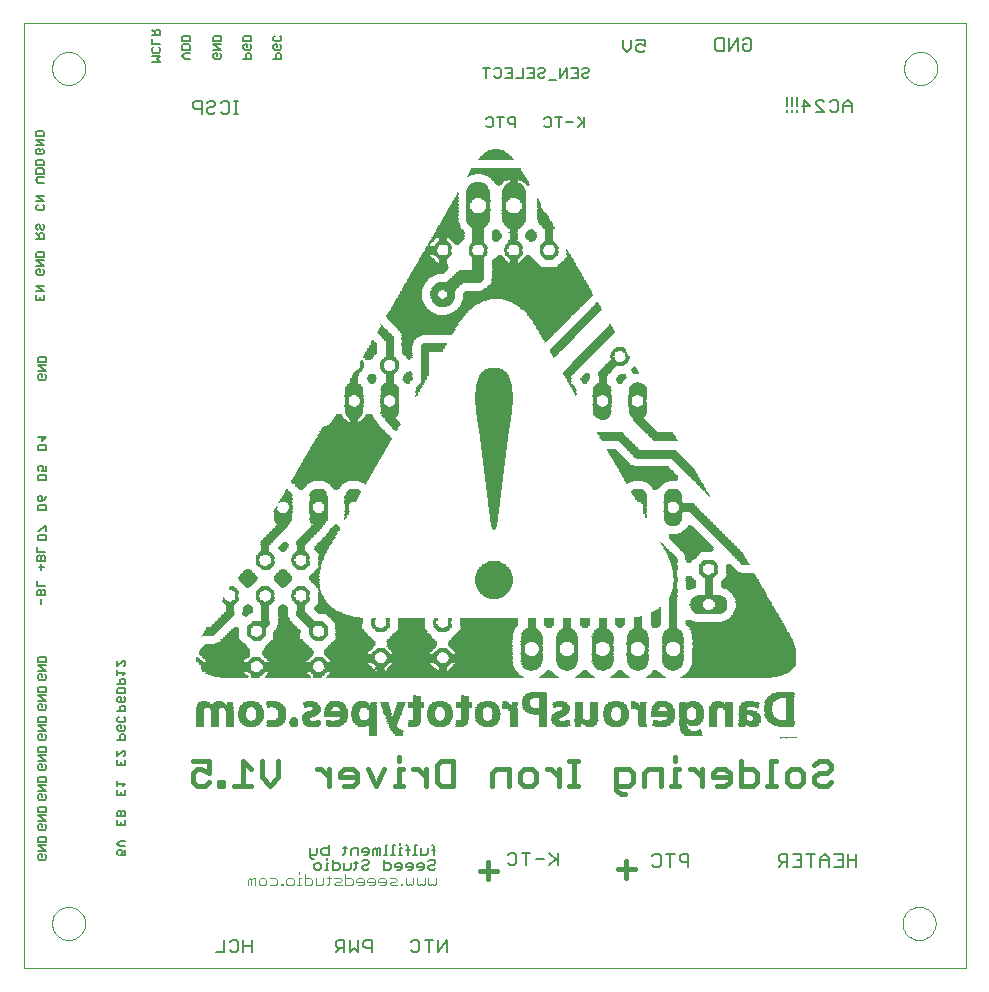
<source format=gbo>
G75*
G70*
%OFA0B0*%
%FSLAX24Y24*%
%IPPOS*%
%LPD*%
%AMOC8*
5,1,8,0,0,1.08239X$1,22.5*
%
%ADD10C,0.0000*%
%ADD11C,0.0050*%
%ADD12C,0.0080*%
%ADD13C,0.0150*%
%ADD14C,0.0060*%
%ADD15C,0.0180*%
%ADD16C,0.0030*%
%ADD17R,0.0580X0.0010*%
%ADD18R,0.0240X0.0010*%
%ADD19R,0.0270X0.0010*%
%ADD20R,0.0590X0.0010*%
%ADD21R,0.0620X0.0010*%
%ADD22R,0.0610X0.0010*%
%ADD23R,0.0280X0.0010*%
%ADD24R,0.0290X0.0010*%
%ADD25R,0.0630X0.0010*%
%ADD26R,0.0300X0.0010*%
%ADD27R,0.0310X0.0010*%
%ADD28R,0.0650X0.0010*%
%ADD29R,0.0330X0.0010*%
%ADD30R,0.0340X0.0010*%
%ADD31R,0.0660X0.0010*%
%ADD32R,0.0350X0.0010*%
%ADD33R,0.0670X0.0010*%
%ADD34R,0.0360X0.0010*%
%ADD35R,0.0680X0.0010*%
%ADD36R,0.0370X0.0010*%
%ADD37R,0.0250X0.0010*%
%ADD38R,0.0420X0.0010*%
%ADD39R,0.0380X0.0010*%
%ADD40R,0.0160X0.0010*%
%ADD41R,0.0140X0.0010*%
%ADD42R,0.0070X0.0010*%
%ADD43R,0.0060X0.0010*%
%ADD44R,0.0030X0.0010*%
%ADD45R,0.0260X0.0010*%
%ADD46R,0.0170X0.0010*%
%ADD47R,0.0200X0.0010*%
%ADD48R,0.0230X0.0010*%
%ADD49R,0.0210X0.0010*%
%ADD50R,0.0120X0.0010*%
%ADD51R,0.0220X0.0010*%
%ADD52R,0.0520X0.0010*%
%ADD53R,0.0390X0.0010*%
%ADD54R,0.0320X0.0010*%
%ADD55R,0.0180X0.0010*%
%ADD56R,0.0540X0.0010*%
%ADD57R,0.0410X0.0010*%
%ADD58R,0.0500X0.0010*%
%ADD59R,0.0400X0.0010*%
%ADD60R,0.0440X0.0010*%
%ADD61R,0.0490X0.0010*%
%ADD62R,0.0460X0.0010*%
%ADD63R,0.0510X0.0010*%
%ADD64R,0.0480X0.0010*%
%ADD65R,0.0450X0.0010*%
%ADD66R,0.0570X0.0010*%
%ADD67R,0.0470X0.0010*%
%ADD68R,0.0550X0.0010*%
%ADD69R,0.0700X0.0010*%
%ADD70R,0.0530X0.0010*%
%ADD71R,0.0710X0.0010*%
%ADD72R,0.0740X0.0010*%
%ADD73R,0.0600X0.0010*%
%ADD74R,0.0720X0.0010*%
%ADD75R,0.0690X0.0010*%
%ADD76R,0.0770X0.0010*%
%ADD77R,0.0430X0.0010*%
%ADD78R,0.0730X0.0010*%
%ADD79R,0.0560X0.0010*%
%ADD80R,0.0780X0.0010*%
%ADD81R,0.0640X0.0010*%
%ADD82R,0.0750X0.0010*%
%ADD83R,0.0790X0.0010*%
%ADD84R,0.0820X0.0010*%
%ADD85R,0.0830X0.0010*%
%ADD86R,0.0840X0.0010*%
%ADD87R,0.0850X0.0010*%
%ADD88R,0.0760X0.0010*%
%ADD89R,0.0860X0.0010*%
%ADD90R,0.0870X0.0010*%
%ADD91R,0.0150X0.0010*%
%ADD92R,0.0800X0.0010*%
%ADD93R,0.0880X0.0010*%
%ADD94R,0.0090X0.0010*%
%ADD95R,0.0080X0.0010*%
%ADD96R,0.0040X0.0010*%
%ADD97R,0.0020X0.0010*%
%ADD98R,0.0010X0.0010*%
%ADD99R,0.0050X0.0010*%
%ADD100R,0.0100X0.0010*%
%ADD101R,0.1240X0.0010*%
%ADD102R,0.0130X0.0010*%
%ADD103R,0.1220X0.0010*%
%ADD104R,0.0190X0.0010*%
%ADD105R,0.1210X0.0010*%
%ADD106R,0.1200X0.0010*%
%ADD107R,0.0900X0.0010*%
%ADD108R,0.0890X0.0010*%
%ADD109R,0.3040X0.0010*%
%ADD110R,0.6580X0.0010*%
%ADD111R,0.1550X0.0010*%
%ADD112R,0.0950X0.0010*%
%ADD113R,0.3120X0.0010*%
%ADD114R,0.6540X0.0010*%
%ADD115R,0.1530X0.0010*%
%ADD116R,0.1050X0.0010*%
%ADD117R,0.6530X0.0010*%
%ADD118R,0.1510X0.0010*%
%ADD119R,0.3160X0.0010*%
%ADD120R,0.6470X0.0010*%
%ADD121R,0.1490X0.0010*%
%ADD122R,0.1120X0.0010*%
%ADD123R,0.3170X0.0010*%
%ADD124R,0.6460X0.0010*%
%ADD125R,0.1470X0.0010*%
%ADD126R,0.1110X0.0010*%
%ADD127R,0.3200X0.0010*%
%ADD128R,0.6410X0.0010*%
%ADD129R,0.1450X0.0010*%
%ADD130R,0.1160X0.0010*%
%ADD131R,0.3240X0.0010*%
%ADD132R,0.6390X0.0010*%
%ADD133R,0.1430X0.0010*%
%ADD134R,0.3230X0.0010*%
%ADD135R,0.6380X0.0010*%
%ADD136R,0.1410X0.0010*%
%ADD137R,0.3270X0.0010*%
%ADD138R,0.6350X0.0010*%
%ADD139R,0.1390X0.0010*%
%ADD140R,0.1230X0.0010*%
%ADD141R,0.3260X0.0010*%
%ADD142R,0.6340X0.0010*%
%ADD143R,0.1370X0.0010*%
%ADD144R,0.3300X0.0010*%
%ADD145R,0.6310X0.0010*%
%ADD146R,0.1350X0.0010*%
%ADD147R,0.1260X0.0010*%
%ADD148R,0.3320X0.0010*%
%ADD149R,0.1340X0.0010*%
%ADD150R,0.1280X0.0010*%
%ADD151R,0.3310X0.0010*%
%ADD152R,0.1330X0.0010*%
%ADD153R,0.3340X0.0010*%
%ADD154R,0.6290X0.0010*%
%ADD155R,0.1320X0.0010*%
%ADD156R,0.1300X0.0010*%
%ADD157R,0.3330X0.0010*%
%ADD158R,0.6270X0.0010*%
%ADD159R,0.1310X0.0010*%
%ADD160R,0.1290X0.0010*%
%ADD161R,0.3350X0.0010*%
%ADD162R,0.6230X0.0010*%
%ADD163R,0.1250X0.0010*%
%ADD164R,0.3370X0.0010*%
%ADD165R,0.6220X0.0010*%
%ADD166R,0.3360X0.0010*%
%ADD167R,0.6210X0.0010*%
%ADD168R,0.6200X0.0010*%
%ADD169R,0.3380X0.0010*%
%ADD170R,0.3390X0.0010*%
%ADD171R,0.6450X0.0010*%
%ADD172R,0.1790X0.0010*%
%ADD173R,0.1670X0.0010*%
%ADD174R,0.3410X0.0010*%
%ADD175R,0.0110X0.0010*%
%ADD176R,0.2260X0.0010*%
%ADD177R,0.1710X0.0010*%
%ADD178R,0.1740X0.0010*%
%ADD179R,0.3400X0.0010*%
%ADD180R,0.2250X0.0010*%
%ADD181R,0.1690X0.0010*%
%ADD182R,0.1730X0.0010*%
%ADD183R,0.1780X0.0010*%
%ADD184R,0.2220X0.0010*%
%ADD185R,0.1750X0.0010*%
%ADD186R,0.1680X0.0010*%
%ADD187R,0.1650X0.0010*%
%ADD188R,0.2200X0.0010*%
%ADD189R,0.1630X0.0010*%
%ADD190R,0.3420X0.0010*%
%ADD191R,0.2170X0.0010*%
%ADD192R,0.1610X0.0010*%
%ADD193R,0.1660X0.0010*%
%ADD194R,0.1590X0.0010*%
%ADD195R,0.2150X0.0010*%
%ADD196R,0.1580X0.0010*%
%ADD197R,0.2140X0.0010*%
%ADD198R,0.1570X0.0010*%
%ADD199R,0.3430X0.0010*%
%ADD200R,0.2110X0.0010*%
%ADD201R,0.1620X0.0010*%
%ADD202R,0.3450X0.0010*%
%ADD203R,0.2100X0.0010*%
%ADD204R,0.1600X0.0010*%
%ADD205R,0.3440X0.0010*%
%ADD206R,0.2070X0.0010*%
%ADD207R,0.2050X0.0010*%
%ADD208R,0.2030X0.0010*%
%ADD209R,0.2020X0.0010*%
%ADD210R,0.2010X0.0010*%
%ADD211R,0.2000X0.0010*%
%ADD212R,0.1520X0.0010*%
%ADD213R,0.1980X0.0010*%
%ADD214R,0.1500X0.0010*%
%ADD215R,0.1700X0.0010*%
%ADD216R,0.1960X0.0010*%
%ADD217R,0.1950X0.0010*%
%ADD218R,0.1940X0.0010*%
%ADD219R,0.1270X0.0010*%
%ADD220R,0.1920X0.0010*%
%ADD221R,0.1910X0.0010*%
%ADD222R,0.1480X0.0010*%
%ADD223R,0.1900X0.0010*%
%ADD224R,0.3460X0.0010*%
%ADD225R,0.2190X0.0010*%
%ADD226R,0.1800X0.0010*%
%ADD227R,0.2180X0.0010*%
%ADD228R,0.1770X0.0010*%
%ADD229R,0.2160X0.0010*%
%ADD230R,0.1720X0.0010*%
%ADD231R,0.2130X0.0010*%
%ADD232R,0.1360X0.0010*%
%ADD233R,0.2120X0.0010*%
%ADD234R,0.1540X0.0010*%
%ADD235R,0.1420X0.0010*%
%ADD236R,0.1400X0.0010*%
%ADD237R,0.1560X0.0010*%
%ADD238R,0.1460X0.0010*%
%ADD239R,0.1640X0.0010*%
%ADD240R,0.1930X0.0010*%
%ADD241R,0.1970X0.0010*%
%ADD242R,0.1990X0.0010*%
%ADD243R,0.1380X0.0010*%
%ADD244R,0.2040X0.0010*%
%ADD245R,0.2060X0.0010*%
%ADD246R,0.2080X0.0010*%
%ADD247R,0.2090X0.0010*%
%ADD248R,0.1440X0.0010*%
%ADD249R,0.0980X0.0010*%
%ADD250R,0.0960X0.0010*%
%ADD251R,0.1190X0.0010*%
%ADD252R,0.1170X0.0010*%
%ADD253R,0.1150X0.0010*%
%ADD254R,0.1130X0.0010*%
%ADD255R,0.1090X0.0010*%
%ADD256R,0.1070X0.0010*%
%ADD257R,0.1030X0.0010*%
%ADD258R,0.1020X0.0010*%
%ADD259R,0.1010X0.0010*%
%ADD260R,0.0930X0.0010*%
%ADD261R,0.0910X0.0010*%
%ADD262R,0.3290X0.0010*%
%ADD263R,0.3280X0.0010*%
%ADD264R,0.1140X0.0010*%
%ADD265R,0.1100X0.0010*%
%ADD266R,0.3250X0.0010*%
%ADD267R,0.1080X0.0010*%
%ADD268R,0.1890X0.0010*%
%ADD269R,0.1880X0.0010*%
%ADD270R,0.1040X0.0010*%
%ADD271R,0.1870X0.0010*%
%ADD272R,0.1000X0.0010*%
%ADD273R,0.1860X0.0010*%
%ADD274R,0.1850X0.0010*%
%ADD275R,0.0990X0.0010*%
%ADD276R,0.0970X0.0010*%
%ADD277R,0.1840X0.0010*%
%ADD278R,0.3220X0.0010*%
%ADD279R,0.1830X0.0010*%
%ADD280R,0.3210X0.0010*%
%ADD281R,0.0940X0.0010*%
%ADD282R,0.1820X0.0010*%
%ADD283R,0.0920X0.0010*%
%ADD284R,0.1810X0.0010*%
%ADD285R,0.0810X0.0010*%
%ADD286R,0.1060X0.0010*%
%ADD287R,0.1180X0.0010*%
%ADD288R,0.2530X0.0010*%
%ADD289R,0.1760X0.0010*%
%ADD290R,0.2540X0.0010*%
%ADD291R,0.2510X0.0010*%
%ADD292R,0.2500X0.0010*%
%ADD293R,0.2490X0.0010*%
%ADD294R,0.2470X0.0010*%
%ADD295R,0.2450X0.0010*%
%ADD296R,0.2430X0.0010*%
%ADD297R,0.2410X0.0010*%
%ADD298R,0.2370X0.0010*%
%ADD299R,0.2360X0.0010*%
%ADD300R,0.2350X0.0010*%
%ADD301R,0.2320X0.0010*%
%ADD302R,0.2310X0.0010*%
%ADD303R,0.2300X0.0010*%
%ADD304R,0.2280X0.0010*%
%ADD305R,0.2240X0.0010*%
%ADD306R,0.2230X0.0010*%
%ADD307R,0.2210X0.0010*%
%ADD308R,0.2270X0.0010*%
%ADD309R,0.2340X0.0010*%
%ADD310R,0.2380X0.0010*%
%ADD311R,0.2400X0.0010*%
%ADD312R,0.2420X0.0010*%
%ADD313R,0.2440X0.0010*%
%ADD314R,0.2460X0.0010*%
%ADD315R,0.2480X0.0010*%
%ADD316R,0.2520X0.0010*%
%ADD317R,0.2550X0.0010*%
%ADD318R,0.2560X0.0010*%
%ADD319R,0.2570X0.0010*%
%ADD320R,0.2580X0.0010*%
%ADD321R,0.2590X0.0010*%
%ADD322R,0.2600X0.0010*%
%ADD323R,0.2650X0.0010*%
%ADD324R,0.2710X0.0010*%
%ADD325R,0.2720X0.0010*%
%ADD326R,0.2780X0.0010*%
%ADD327R,0.2790X0.0010*%
%ADD328R,0.2890X0.0010*%
%ADD329R,0.4200X0.0010*%
%ADD330R,0.4220X0.0010*%
%ADD331R,0.4230X0.0010*%
%ADD332R,0.4240X0.0010*%
%ADD333R,0.4250X0.0010*%
%ADD334R,0.4270X0.0010*%
%ADD335R,0.4290X0.0010*%
%ADD336R,0.4300X0.0010*%
%ADD337R,0.4320X0.0010*%
%ADD338R,0.4330X0.0010*%
%ADD339R,0.4340X0.0010*%
%ADD340R,0.4280X0.0010*%
%ADD341R,0.4260X0.0010*%
%ADD342R,0.4170X0.0010*%
%ADD343R,0.3680X0.0010*%
%ADD344R,0.3670X0.0010*%
%ADD345R,0.3630X0.0010*%
%ADD346R,0.3570X0.0010*%
%ADD347R,0.3520X0.0010*%
%ADD348R,0.3510X0.0010*%
%ADD349R,0.3470X0.0010*%
%ADD350R,0.3190X0.0010*%
%ADD351R,0.3180X0.0010*%
%ADD352R,0.3150X0.0010*%
%ADD353R,0.3100X0.0010*%
%ADD354R,0.3080X0.0010*%
%ADD355R,0.3070X0.0010*%
%ADD356R,0.3060X0.0010*%
%ADD357R,0.3050X0.0010*%
%ADD358R,0.3030X0.0010*%
%ADD359R,0.3020X0.0010*%
%ADD360R,0.3010X0.0010*%
%ADD361R,0.3000X0.0010*%
%ADD362R,0.2990X0.0010*%
%ADD363R,0.2980X0.0010*%
%ADD364R,0.2970X0.0010*%
%ADD365R,0.2950X0.0010*%
%ADD366R,0.2940X0.0010*%
%ADD367R,0.2930X0.0010*%
%ADD368R,0.2920X0.0010*%
%ADD369R,0.2910X0.0010*%
%ADD370R,0.2900X0.0010*%
%ADD371R,0.2880X0.0010*%
%ADD372R,0.2870X0.0010*%
%ADD373R,0.2860X0.0010*%
D10*
X000353Y000353D02*
X000353Y031853D01*
X031753Y031853D01*
X031753Y000353D01*
X000353Y000353D01*
X001302Y001853D02*
X001304Y001900D01*
X001310Y001946D01*
X001320Y001992D01*
X001333Y002037D01*
X001351Y002080D01*
X001372Y002122D01*
X001396Y002162D01*
X001424Y002199D01*
X001455Y002234D01*
X001489Y002267D01*
X001525Y002296D01*
X001564Y002322D01*
X001605Y002345D01*
X001648Y002364D01*
X001692Y002380D01*
X001737Y002392D01*
X001783Y002400D01*
X001830Y002404D01*
X001876Y002404D01*
X001923Y002400D01*
X001969Y002392D01*
X002014Y002380D01*
X002058Y002364D01*
X002101Y002345D01*
X002142Y002322D01*
X002181Y002296D01*
X002217Y002267D01*
X002251Y002234D01*
X002282Y002199D01*
X002310Y002162D01*
X002334Y002122D01*
X002355Y002080D01*
X002373Y002037D01*
X002386Y001992D01*
X002396Y001946D01*
X002402Y001900D01*
X002404Y001853D01*
X002402Y001806D01*
X002396Y001760D01*
X002386Y001714D01*
X002373Y001669D01*
X002355Y001626D01*
X002334Y001584D01*
X002310Y001544D01*
X002282Y001507D01*
X002251Y001472D01*
X002217Y001439D01*
X002181Y001410D01*
X002142Y001384D01*
X002101Y001361D01*
X002058Y001342D01*
X002014Y001326D01*
X001969Y001314D01*
X001923Y001306D01*
X001876Y001302D01*
X001830Y001302D01*
X001783Y001306D01*
X001737Y001314D01*
X001692Y001326D01*
X001648Y001342D01*
X001605Y001361D01*
X001564Y001384D01*
X001525Y001410D01*
X001489Y001439D01*
X001455Y001472D01*
X001424Y001507D01*
X001396Y001544D01*
X001372Y001584D01*
X001351Y001626D01*
X001333Y001669D01*
X001320Y001714D01*
X001310Y001760D01*
X001304Y001806D01*
X001302Y001853D01*
X025562Y008056D02*
X025566Y008053D01*
X025576Y008053D01*
X025581Y008053D02*
X025581Y008063D01*
X025584Y008066D01*
X025588Y008063D01*
X025588Y008053D01*
X025594Y008053D02*
X025594Y008066D01*
X025591Y008066D01*
X025588Y008063D01*
X025599Y008063D02*
X025603Y008066D01*
X025613Y008066D01*
X025613Y008073D02*
X025613Y008053D01*
X025603Y008053D01*
X025599Y008056D01*
X025599Y008063D01*
X025618Y008056D02*
X025618Y008053D01*
X025622Y008053D01*
X025622Y008056D01*
X025618Y008056D01*
X025627Y008053D02*
X025640Y008053D01*
X025627Y008066D01*
X025627Y008069D01*
X025630Y008073D01*
X025637Y008073D01*
X025640Y008069D01*
X025645Y008066D02*
X025659Y008053D01*
X025664Y008053D02*
X025677Y008053D01*
X025664Y008066D01*
X025664Y008069D01*
X025667Y008073D01*
X025674Y008073D01*
X025677Y008069D01*
X025682Y008073D02*
X025695Y008053D01*
X025701Y008053D02*
X025704Y008056D01*
X025704Y008069D01*
X025701Y008066D02*
X025708Y008066D01*
X025713Y008066D02*
X025716Y008066D01*
X025723Y008059D01*
X025728Y008059D02*
X025738Y008059D01*
X025741Y008056D01*
X025738Y008053D01*
X025728Y008053D01*
X025728Y008063D01*
X025731Y008066D01*
X025738Y008066D01*
X025746Y008073D02*
X025760Y008053D01*
X025765Y008056D02*
X025768Y008053D01*
X025778Y008053D01*
X025783Y008056D02*
X025783Y008063D01*
X025786Y008066D01*
X025793Y008066D01*
X025796Y008063D01*
X025796Y008056D01*
X025793Y008053D01*
X025786Y008053D01*
X025783Y008056D01*
X025778Y008046D02*
X025778Y008066D01*
X025768Y008066D01*
X025765Y008063D01*
X025765Y008056D01*
X025802Y008053D02*
X025805Y008056D01*
X025805Y008069D01*
X025802Y008066D02*
X025809Y008066D01*
X025814Y008066D02*
X025824Y008059D01*
X025814Y008053D01*
X025824Y008053D02*
X025824Y008073D01*
X025829Y008066D02*
X025839Y008066D01*
X025842Y008063D01*
X025839Y008059D01*
X025832Y008059D01*
X025829Y008056D01*
X025832Y008053D01*
X025842Y008053D01*
X025847Y008059D02*
X025861Y008059D01*
X025861Y008056D02*
X025861Y008063D01*
X025857Y008066D01*
X025851Y008066D01*
X025847Y008063D01*
X025847Y008059D01*
X025851Y008053D02*
X025857Y008053D01*
X025861Y008056D01*
X025866Y008056D02*
X025866Y008069D01*
X025869Y008073D01*
X025879Y008073D01*
X025879Y008053D01*
X025869Y008053D01*
X025866Y008056D01*
X025884Y008073D02*
X025897Y008053D01*
X025903Y008066D02*
X025906Y008066D01*
X025913Y008059D01*
X025918Y008059D02*
X025931Y008059D01*
X025931Y008056D02*
X025931Y008063D01*
X025928Y008066D01*
X025921Y008066D01*
X025918Y008063D01*
X025918Y008059D01*
X025921Y008053D02*
X025928Y008053D01*
X025931Y008056D01*
X025940Y008056D02*
X025940Y008073D01*
X025943Y008073D02*
X025936Y008073D01*
X025940Y008056D02*
X025943Y008053D01*
X025946Y008053D01*
X025950Y008056D01*
X025955Y008073D02*
X025968Y008053D01*
X025973Y008056D02*
X025976Y008059D01*
X025983Y008059D01*
X025986Y008063D01*
X025983Y008066D01*
X025973Y008066D01*
X025973Y008056D02*
X025976Y008053D01*
X025986Y008053D01*
X025992Y008066D02*
X025995Y008066D01*
X026002Y008059D01*
X026007Y008059D02*
X026020Y008059D01*
X026020Y008056D02*
X026020Y008063D01*
X026017Y008066D01*
X026010Y008066D01*
X026007Y008063D01*
X026007Y008059D01*
X026010Y008053D02*
X026017Y008053D01*
X026020Y008056D01*
X026025Y008056D02*
X026028Y008059D01*
X026035Y008059D01*
X026038Y008063D01*
X026035Y008066D01*
X026025Y008066D01*
X026025Y008056D02*
X026028Y008053D01*
X026038Y008053D01*
X026044Y008056D02*
X026044Y008073D01*
X026057Y008073D02*
X026057Y008056D01*
X026054Y008053D01*
X026047Y008053D01*
X026044Y008056D01*
X026062Y008073D02*
X026075Y008053D01*
X026081Y008053D02*
X026084Y008053D01*
X026084Y008056D01*
X026081Y008056D01*
X026081Y008053D01*
X026089Y008056D02*
X026093Y008053D01*
X026099Y008053D01*
X026103Y008056D01*
X026103Y008069D01*
X026099Y008073D01*
X026093Y008073D01*
X026089Y008069D01*
X026084Y008066D02*
X026084Y008063D01*
X026081Y008063D01*
X026081Y008066D01*
X026084Y008066D01*
X026002Y008066D02*
X026002Y008053D01*
X025913Y008053D02*
X025913Y008066D01*
X025723Y008053D02*
X025723Y008066D01*
X025659Y008066D02*
X025645Y008053D01*
X025576Y008046D02*
X025576Y008066D01*
X025566Y008066D01*
X025562Y008063D01*
X025562Y008056D01*
X029652Y001853D02*
X029654Y001900D01*
X029660Y001946D01*
X029670Y001992D01*
X029683Y002037D01*
X029701Y002080D01*
X029722Y002122D01*
X029746Y002162D01*
X029774Y002199D01*
X029805Y002234D01*
X029839Y002267D01*
X029875Y002296D01*
X029914Y002322D01*
X029955Y002345D01*
X029998Y002364D01*
X030042Y002380D01*
X030087Y002392D01*
X030133Y002400D01*
X030180Y002404D01*
X030226Y002404D01*
X030273Y002400D01*
X030319Y002392D01*
X030364Y002380D01*
X030408Y002364D01*
X030451Y002345D01*
X030492Y002322D01*
X030531Y002296D01*
X030567Y002267D01*
X030601Y002234D01*
X030632Y002199D01*
X030660Y002162D01*
X030684Y002122D01*
X030705Y002080D01*
X030723Y002037D01*
X030736Y001992D01*
X030746Y001946D01*
X030752Y001900D01*
X030754Y001853D01*
X030752Y001806D01*
X030746Y001760D01*
X030736Y001714D01*
X030723Y001669D01*
X030705Y001626D01*
X030684Y001584D01*
X030660Y001544D01*
X030632Y001507D01*
X030601Y001472D01*
X030567Y001439D01*
X030531Y001410D01*
X030492Y001384D01*
X030451Y001361D01*
X030408Y001342D01*
X030364Y001326D01*
X030319Y001314D01*
X030273Y001306D01*
X030226Y001302D01*
X030180Y001302D01*
X030133Y001306D01*
X030087Y001314D01*
X030042Y001326D01*
X029998Y001342D01*
X029955Y001361D01*
X029914Y001384D01*
X029875Y001410D01*
X029839Y001439D01*
X029805Y001472D01*
X029774Y001507D01*
X029746Y001544D01*
X029722Y001584D01*
X029701Y001626D01*
X029683Y001669D01*
X029670Y001714D01*
X029660Y001760D01*
X029654Y001806D01*
X029652Y001853D01*
X029702Y030353D02*
X029704Y030400D01*
X029710Y030446D01*
X029720Y030492D01*
X029733Y030537D01*
X029751Y030580D01*
X029772Y030622D01*
X029796Y030662D01*
X029824Y030699D01*
X029855Y030734D01*
X029889Y030767D01*
X029925Y030796D01*
X029964Y030822D01*
X030005Y030845D01*
X030048Y030864D01*
X030092Y030880D01*
X030137Y030892D01*
X030183Y030900D01*
X030230Y030904D01*
X030276Y030904D01*
X030323Y030900D01*
X030369Y030892D01*
X030414Y030880D01*
X030458Y030864D01*
X030501Y030845D01*
X030542Y030822D01*
X030581Y030796D01*
X030617Y030767D01*
X030651Y030734D01*
X030682Y030699D01*
X030710Y030662D01*
X030734Y030622D01*
X030755Y030580D01*
X030773Y030537D01*
X030786Y030492D01*
X030796Y030446D01*
X030802Y030400D01*
X030804Y030353D01*
X030802Y030306D01*
X030796Y030260D01*
X030786Y030214D01*
X030773Y030169D01*
X030755Y030126D01*
X030734Y030084D01*
X030710Y030044D01*
X030682Y030007D01*
X030651Y029972D01*
X030617Y029939D01*
X030581Y029910D01*
X030542Y029884D01*
X030501Y029861D01*
X030458Y029842D01*
X030414Y029826D01*
X030369Y029814D01*
X030323Y029806D01*
X030276Y029802D01*
X030230Y029802D01*
X030183Y029806D01*
X030137Y029814D01*
X030092Y029826D01*
X030048Y029842D01*
X030005Y029861D01*
X029964Y029884D01*
X029925Y029910D01*
X029889Y029939D01*
X029855Y029972D01*
X029824Y030007D01*
X029796Y030044D01*
X029772Y030084D01*
X029751Y030126D01*
X029733Y030169D01*
X029720Y030214D01*
X029710Y030260D01*
X029704Y030306D01*
X029702Y030353D01*
X001302Y030353D02*
X001304Y030400D01*
X001310Y030446D01*
X001320Y030492D01*
X001333Y030537D01*
X001351Y030580D01*
X001372Y030622D01*
X001396Y030662D01*
X001424Y030699D01*
X001455Y030734D01*
X001489Y030767D01*
X001525Y030796D01*
X001564Y030822D01*
X001605Y030845D01*
X001648Y030864D01*
X001692Y030880D01*
X001737Y030892D01*
X001783Y030900D01*
X001830Y030904D01*
X001876Y030904D01*
X001923Y030900D01*
X001969Y030892D01*
X002014Y030880D01*
X002058Y030864D01*
X002101Y030845D01*
X002142Y030822D01*
X002181Y030796D01*
X002217Y030767D01*
X002251Y030734D01*
X002282Y030699D01*
X002310Y030662D01*
X002334Y030622D01*
X002355Y030580D01*
X002373Y030537D01*
X002386Y030492D01*
X002396Y030446D01*
X002402Y030400D01*
X002404Y030353D01*
X002402Y030306D01*
X002396Y030260D01*
X002386Y030214D01*
X002373Y030169D01*
X002355Y030126D01*
X002334Y030084D01*
X002310Y030044D01*
X002282Y030007D01*
X002251Y029972D01*
X002217Y029939D01*
X002181Y029910D01*
X002142Y029884D01*
X002101Y029861D01*
X002058Y029842D01*
X002014Y029826D01*
X001969Y029814D01*
X001923Y029806D01*
X001876Y029802D01*
X001830Y029802D01*
X001783Y029806D01*
X001737Y029814D01*
X001692Y029826D01*
X001648Y029842D01*
X001605Y029861D01*
X001564Y029884D01*
X001525Y029910D01*
X001489Y029939D01*
X001455Y029972D01*
X001424Y030007D01*
X001396Y030044D01*
X001372Y030084D01*
X001351Y030126D01*
X001333Y030169D01*
X001320Y030214D01*
X001310Y030260D01*
X001304Y030306D01*
X001302Y030353D01*
D11*
X000983Y028263D02*
X000803Y028263D01*
X000758Y028218D01*
X000758Y028083D01*
X001028Y028083D01*
X001028Y028218D01*
X000983Y028263D01*
X001028Y027969D02*
X000758Y027969D01*
X001028Y027788D01*
X000758Y027788D01*
X000803Y027674D02*
X000893Y027674D01*
X000893Y027584D01*
X000983Y027674D02*
X001028Y027629D01*
X001028Y027539D01*
X000983Y027494D01*
X000803Y027494D01*
X000758Y027539D01*
X000758Y027629D01*
X000803Y027674D01*
X000803Y027313D02*
X000983Y027313D01*
X001028Y027268D01*
X001028Y027133D01*
X000758Y027133D01*
X000758Y027268D01*
X000803Y027313D01*
X000803Y027019D02*
X000983Y027019D01*
X001028Y026974D01*
X001028Y026838D01*
X000758Y026838D01*
X000758Y026974D01*
X000803Y027019D01*
X000848Y026724D02*
X001028Y026724D01*
X000848Y026724D02*
X000758Y026634D01*
X000848Y026544D01*
X001028Y026544D01*
X001048Y026103D02*
X000778Y026103D01*
X001048Y025922D01*
X000778Y025922D01*
X000823Y025808D02*
X000778Y025763D01*
X000778Y025673D01*
X000823Y025628D01*
X001003Y025628D01*
X001048Y025673D01*
X001048Y025763D01*
X001003Y025808D01*
X001003Y025153D02*
X001048Y025107D01*
X001048Y025017D01*
X001003Y024972D01*
X000958Y024972D01*
X000913Y025017D01*
X000913Y025107D01*
X000868Y025153D01*
X000823Y025153D01*
X000778Y025107D01*
X000778Y025017D01*
X000823Y024972D01*
X000778Y024858D02*
X000868Y024768D01*
X000868Y024813D02*
X000868Y024678D01*
X000778Y024678D02*
X001048Y024678D01*
X001048Y024813D01*
X001003Y024858D01*
X000913Y024858D01*
X000868Y024813D01*
X000823Y024247D02*
X001003Y024247D01*
X001048Y024202D01*
X001048Y024067D01*
X000778Y024067D01*
X000778Y024202D01*
X000823Y024247D01*
X000778Y023953D02*
X001048Y023953D01*
X001048Y023772D02*
X000778Y023953D01*
X000778Y023772D02*
X001048Y023772D01*
X001003Y023658D02*
X001048Y023613D01*
X001048Y023523D01*
X001003Y023478D01*
X000823Y023478D01*
X000778Y023523D01*
X000778Y023613D01*
X000823Y023658D01*
X000913Y023658D01*
X000913Y023568D01*
X000778Y023103D02*
X001048Y023103D01*
X001048Y022922D02*
X000778Y022922D01*
X000778Y022808D02*
X000778Y022628D01*
X001048Y022628D01*
X001048Y022808D01*
X001048Y022922D02*
X000778Y023103D01*
X000913Y022718D02*
X000913Y022628D01*
X000873Y020747D02*
X001053Y020747D01*
X001098Y020702D01*
X001098Y020567D01*
X000828Y020567D01*
X000828Y020702D01*
X000873Y020747D01*
X000828Y020453D02*
X001098Y020453D01*
X001098Y020272D02*
X000828Y020272D01*
X000873Y020158D02*
X000963Y020158D01*
X000963Y020068D01*
X001053Y020158D02*
X001098Y020113D01*
X001098Y020023D01*
X001053Y019978D01*
X000873Y019978D01*
X000828Y020023D01*
X000828Y020113D01*
X000873Y020158D01*
X001098Y020272D02*
X000828Y020453D01*
X000963Y018103D02*
X000963Y017922D01*
X001098Y018057D01*
X000828Y018057D01*
X000873Y017808D02*
X001053Y017808D01*
X001098Y017763D01*
X001098Y017628D01*
X000828Y017628D01*
X000828Y017763D01*
X000873Y017808D01*
X000873Y017103D02*
X000828Y017057D01*
X000828Y016967D01*
X000873Y016922D01*
X000963Y016922D02*
X001008Y017012D01*
X001008Y017057D01*
X000963Y017103D01*
X000873Y017103D01*
X000963Y016922D02*
X001098Y016922D01*
X001098Y017103D01*
X001053Y016808D02*
X000873Y016808D01*
X000828Y016763D01*
X000828Y016628D01*
X001098Y016628D01*
X001098Y016763D01*
X001053Y016808D01*
X001098Y016103D02*
X001053Y016012D01*
X000963Y015922D01*
X000963Y016057D01*
X000918Y016103D01*
X000873Y016103D01*
X000828Y016057D01*
X000828Y015967D01*
X000873Y015922D01*
X000963Y015922D01*
X000873Y015808D02*
X001053Y015808D01*
X001098Y015763D01*
X001098Y015628D01*
X000828Y015628D01*
X000828Y015763D01*
X000873Y015808D01*
X001053Y015103D02*
X000873Y014922D01*
X000828Y014922D01*
X000873Y014808D02*
X001053Y014808D01*
X001098Y014763D01*
X001098Y014628D01*
X000828Y014628D01*
X000828Y014763D01*
X000873Y014808D01*
X001098Y014922D02*
X001098Y015103D01*
X001053Y015103D01*
X000808Y014413D02*
X000808Y014233D01*
X001078Y014233D01*
X001033Y014119D02*
X000988Y014119D01*
X000943Y014074D01*
X000943Y013938D01*
X000943Y013824D02*
X000943Y013644D01*
X001033Y013734D02*
X000853Y013734D01*
X000808Y013938D02*
X000808Y014074D01*
X000853Y014119D01*
X000898Y014119D01*
X000943Y014074D01*
X001033Y014119D02*
X001078Y014074D01*
X001078Y013938D01*
X000808Y013938D01*
X000808Y013263D02*
X000808Y013083D01*
X001078Y013083D01*
X001033Y012969D02*
X000988Y012969D01*
X000943Y012924D01*
X000943Y012788D01*
X000943Y012674D02*
X000943Y012494D01*
X000808Y012788D02*
X001078Y012788D01*
X001078Y012924D01*
X001033Y012969D01*
X000943Y012924D02*
X000898Y012969D01*
X000853Y012969D01*
X000808Y012924D01*
X000808Y012788D01*
X000873Y010747D02*
X001053Y010747D01*
X001098Y010702D01*
X001098Y010567D01*
X000828Y010567D01*
X000828Y010702D01*
X000873Y010747D01*
X000828Y010453D02*
X001098Y010453D01*
X001098Y010272D02*
X000828Y010453D01*
X000828Y010272D02*
X001098Y010272D01*
X001053Y010158D02*
X001098Y010113D01*
X001098Y010023D01*
X001053Y009978D01*
X000873Y009978D01*
X000828Y010023D01*
X000828Y010113D01*
X000873Y010158D01*
X000963Y010158D01*
X000963Y010068D01*
X000873Y009747D02*
X001053Y009747D01*
X001098Y009702D01*
X001098Y009567D01*
X000828Y009567D01*
X000828Y009702D01*
X000873Y009747D01*
X000828Y009453D02*
X001098Y009453D01*
X001098Y009272D02*
X000828Y009453D01*
X000828Y009272D02*
X001098Y009272D01*
X001053Y009158D02*
X001098Y009113D01*
X001098Y009023D01*
X001053Y008978D01*
X000873Y008978D01*
X000828Y009023D01*
X000828Y009113D01*
X000873Y009158D01*
X000963Y009158D01*
X000963Y009068D01*
X000873Y008747D02*
X001053Y008747D01*
X001098Y008702D01*
X001098Y008567D01*
X000828Y008567D01*
X000828Y008702D01*
X000873Y008747D01*
X000828Y008453D02*
X001098Y008453D01*
X001098Y008272D02*
X000828Y008453D01*
X000828Y008272D02*
X001098Y008272D01*
X001053Y008158D02*
X001098Y008113D01*
X001098Y008023D01*
X001053Y007978D01*
X000873Y007978D01*
X000828Y008023D01*
X000828Y008113D01*
X000873Y008158D01*
X000963Y008158D01*
X000963Y008068D01*
X000873Y007747D02*
X001053Y007747D01*
X001098Y007702D01*
X001098Y007567D01*
X000828Y007567D01*
X000828Y007702D01*
X000873Y007747D01*
X000828Y007453D02*
X001098Y007453D01*
X001098Y007272D02*
X000828Y007453D01*
X000828Y007272D02*
X001098Y007272D01*
X001053Y007158D02*
X001098Y007113D01*
X001098Y007023D01*
X001053Y006978D01*
X000873Y006978D01*
X000828Y007023D01*
X000828Y007113D01*
X000873Y007158D01*
X000963Y007158D01*
X000963Y007068D01*
X000873Y006747D02*
X001053Y006747D01*
X001098Y006702D01*
X001098Y006567D01*
X000828Y006567D01*
X000828Y006702D01*
X000873Y006747D01*
X000828Y006453D02*
X001098Y006453D01*
X001098Y006272D02*
X000828Y006453D01*
X000828Y006272D02*
X001098Y006272D01*
X001053Y006158D02*
X001098Y006113D01*
X001098Y006023D01*
X001053Y005978D01*
X000873Y005978D01*
X000828Y006023D01*
X000828Y006113D01*
X000873Y006158D01*
X000963Y006158D01*
X000963Y006068D01*
X000873Y005747D02*
X001053Y005747D01*
X001098Y005702D01*
X001098Y005567D01*
X000828Y005567D01*
X000828Y005702D01*
X000873Y005747D01*
X000828Y005453D02*
X001098Y005453D01*
X001098Y005272D02*
X000828Y005272D01*
X000873Y005158D02*
X000963Y005158D01*
X000963Y005068D01*
X001053Y005158D02*
X001098Y005113D01*
X001098Y005023D01*
X001053Y004978D01*
X000873Y004978D01*
X000828Y005023D01*
X000828Y005113D01*
X000873Y005158D01*
X001098Y005272D02*
X000828Y005453D01*
X000873Y004747D02*
X001053Y004747D01*
X001098Y004702D01*
X001098Y004567D01*
X000828Y004567D01*
X000828Y004702D01*
X000873Y004747D01*
X000828Y004453D02*
X001098Y004453D01*
X001098Y004272D02*
X000828Y004272D01*
X000873Y004158D02*
X000963Y004158D01*
X000963Y004068D01*
X001053Y004158D02*
X001098Y004113D01*
X001098Y004023D01*
X001053Y003978D01*
X000873Y003978D01*
X000828Y004023D01*
X000828Y004113D01*
X000873Y004158D01*
X001098Y004272D02*
X000828Y004453D01*
X003478Y004512D02*
X003568Y004603D01*
X003748Y004603D01*
X003748Y004422D02*
X003568Y004422D01*
X003478Y004512D01*
X003523Y004308D02*
X003478Y004263D01*
X003478Y004173D01*
X003523Y004128D01*
X003613Y004128D02*
X003658Y004218D01*
X003658Y004263D01*
X003613Y004308D01*
X003523Y004308D01*
X003613Y004128D02*
X003748Y004128D01*
X003748Y004308D01*
X003748Y005128D02*
X003478Y005128D01*
X003478Y005308D01*
X003478Y005422D02*
X003478Y005557D01*
X003523Y005603D01*
X003568Y005603D01*
X003613Y005557D01*
X003613Y005422D01*
X003748Y005422D02*
X003748Y005557D01*
X003703Y005603D01*
X003658Y005603D01*
X003613Y005557D01*
X003478Y005422D02*
X003748Y005422D01*
X003748Y005308D02*
X003748Y005128D01*
X003613Y005128D02*
X003613Y005218D01*
X003613Y006128D02*
X003613Y006218D01*
X003748Y006308D02*
X003748Y006128D01*
X003478Y006128D01*
X003478Y006308D01*
X003478Y006422D02*
X003478Y006603D01*
X003478Y006512D02*
X003748Y006512D01*
X003658Y006422D01*
X003613Y007128D02*
X003613Y007218D01*
X003748Y007308D02*
X003748Y007128D01*
X003478Y007128D01*
X003478Y007308D01*
X003478Y007422D02*
X003658Y007603D01*
X003703Y007603D01*
X003748Y007557D01*
X003748Y007467D01*
X003703Y007422D01*
X003478Y007422D02*
X003478Y007603D01*
X003478Y007978D02*
X003748Y007978D01*
X003748Y008113D01*
X003703Y008158D01*
X003613Y008158D01*
X003568Y008113D01*
X003568Y007978D01*
X003523Y008272D02*
X003478Y008317D01*
X003478Y008407D01*
X003523Y008453D01*
X003613Y008453D01*
X003613Y008362D01*
X003703Y008272D02*
X003523Y008272D01*
X003703Y008272D02*
X003748Y008317D01*
X003748Y008407D01*
X003703Y008453D01*
X003703Y008567D02*
X003523Y008567D01*
X003478Y008612D01*
X003478Y008702D01*
X003523Y008747D01*
X003703Y008747D02*
X003748Y008702D01*
X003748Y008612D01*
X003703Y008567D01*
X003748Y008928D02*
X003478Y008928D01*
X003568Y008928D02*
X003568Y009063D01*
X003613Y009108D01*
X003703Y009108D01*
X003748Y009063D01*
X003748Y008928D01*
X003703Y009222D02*
X003523Y009222D01*
X003478Y009267D01*
X003478Y009357D01*
X003523Y009403D01*
X003613Y009403D01*
X003613Y009312D01*
X003703Y009222D02*
X003748Y009267D01*
X003748Y009357D01*
X003703Y009403D01*
X003748Y009517D02*
X003748Y009652D01*
X003703Y009697D01*
X003523Y009697D01*
X003478Y009652D01*
X003478Y009517D01*
X003748Y009517D01*
X003748Y009828D02*
X003478Y009828D01*
X003568Y009828D02*
X003568Y009963D01*
X003613Y010008D01*
X003703Y010008D01*
X003748Y009963D01*
X003748Y009828D01*
X003658Y010122D02*
X003748Y010212D01*
X003478Y010212D01*
X003478Y010122D02*
X003478Y010303D01*
X003478Y010417D02*
X003658Y010597D01*
X003703Y010597D01*
X003748Y010552D01*
X003748Y010462D01*
X003703Y010417D01*
X003478Y010417D02*
X003478Y010597D01*
X009916Y004361D02*
X009916Y004069D01*
X009974Y004011D01*
X010033Y004011D01*
X010091Y004128D02*
X009916Y004128D01*
X010091Y004128D02*
X010149Y004186D01*
X010149Y004361D01*
X010284Y004303D02*
X010284Y004186D01*
X010343Y004128D01*
X010518Y004128D01*
X010518Y004478D01*
X010518Y004361D02*
X010343Y004361D01*
X010284Y004303D01*
X010459Y004036D02*
X010459Y003978D01*
X010459Y003861D02*
X010459Y003628D01*
X010517Y003628D02*
X010401Y003628D01*
X010272Y003686D02*
X010214Y003628D01*
X010097Y003628D01*
X010038Y003686D01*
X010038Y003803D01*
X010097Y003861D01*
X010214Y003861D01*
X010272Y003803D01*
X010272Y003686D01*
X010459Y003861D02*
X010517Y003861D01*
X010652Y003861D02*
X010827Y003861D01*
X010886Y003803D01*
X010886Y003686D01*
X010827Y003628D01*
X010652Y003628D01*
X010652Y003978D01*
X011021Y003861D02*
X011021Y003628D01*
X011196Y003628D01*
X011254Y003686D01*
X011254Y003861D01*
X011383Y003861D02*
X011500Y003861D01*
X011441Y003920D02*
X011441Y003686D01*
X011383Y003628D01*
X011634Y003686D02*
X011693Y003628D01*
X011810Y003628D01*
X011868Y003686D01*
X011810Y003803D02*
X011868Y003861D01*
X011868Y003920D01*
X011810Y003978D01*
X011693Y003978D01*
X011634Y003920D01*
X011693Y003803D02*
X011634Y003744D01*
X011634Y003686D01*
X011693Y003803D02*
X011810Y003803D01*
X011810Y004128D02*
X011868Y004186D01*
X011868Y004303D01*
X011810Y004361D01*
X011693Y004361D01*
X011635Y004303D01*
X011635Y004244D01*
X011868Y004244D01*
X011810Y004128D02*
X011693Y004128D01*
X011500Y004128D02*
X011500Y004361D01*
X011325Y004361D01*
X011266Y004303D01*
X011266Y004128D01*
X011073Y004186D02*
X011073Y004420D01*
X011131Y004361D02*
X011015Y004361D01*
X011073Y004186D02*
X011015Y004128D01*
X012003Y004128D02*
X012003Y004303D01*
X012061Y004361D01*
X012120Y004303D01*
X012120Y004128D01*
X012236Y004128D02*
X012236Y004361D01*
X012178Y004361D01*
X012120Y004303D01*
X012365Y004128D02*
X012482Y004128D01*
X012424Y004128D02*
X012424Y004478D01*
X012482Y004478D01*
X012669Y004478D02*
X012669Y004128D01*
X012727Y004128D02*
X012611Y004128D01*
X012856Y004128D02*
X012973Y004128D01*
X012915Y004128D02*
X012915Y004361D01*
X012973Y004361D01*
X012915Y004478D02*
X012915Y004536D01*
X013102Y004478D02*
X013160Y004420D01*
X013160Y004128D01*
X013218Y004303D02*
X013102Y004303D01*
X013347Y004128D02*
X013464Y004128D01*
X013406Y004128D02*
X013406Y004478D01*
X013464Y004478D01*
X013599Y004361D02*
X013599Y004128D01*
X013774Y004128D01*
X013832Y004186D01*
X013832Y004361D01*
X013961Y004303D02*
X014078Y004303D01*
X014019Y004420D02*
X013961Y004478D01*
X014019Y004420D02*
X014019Y004128D01*
X014019Y003978D02*
X014078Y003920D01*
X014078Y003861D01*
X014019Y003803D01*
X013903Y003803D01*
X013844Y003744D01*
X013844Y003686D01*
X013903Y003628D01*
X014019Y003628D01*
X014078Y003686D01*
X014019Y003978D02*
X013903Y003978D01*
X013844Y003920D01*
X013709Y003803D02*
X013651Y003861D01*
X013534Y003861D01*
X013476Y003803D01*
X013476Y003744D01*
X013709Y003744D01*
X013709Y003686D02*
X013709Y003803D01*
X013709Y003686D02*
X013651Y003628D01*
X013534Y003628D01*
X013341Y003686D02*
X013341Y003803D01*
X013283Y003861D01*
X013166Y003861D01*
X013108Y003803D01*
X013108Y003744D01*
X013341Y003744D01*
X013341Y003686D02*
X013283Y003628D01*
X013166Y003628D01*
X012973Y003686D02*
X012973Y003803D01*
X012914Y003861D01*
X012798Y003861D01*
X012739Y003803D01*
X012739Y003744D01*
X012973Y003744D01*
X012973Y003686D02*
X012914Y003628D01*
X012798Y003628D01*
X012605Y003686D02*
X012605Y003803D01*
X012546Y003861D01*
X012371Y003861D01*
X012371Y003978D02*
X012371Y003628D01*
X012546Y003628D01*
X012605Y003686D01*
X012669Y004478D02*
X012727Y004478D01*
X004898Y030578D02*
X004628Y030578D01*
X004628Y030758D02*
X004898Y030758D01*
X004808Y030668D01*
X004898Y030578D01*
X004853Y030872D02*
X004673Y030872D01*
X004628Y030917D01*
X004628Y031007D01*
X004673Y031053D01*
X004628Y031167D02*
X004628Y031347D01*
X004628Y031462D02*
X004898Y031462D01*
X004898Y031597D01*
X004853Y031642D01*
X004763Y031642D01*
X004718Y031597D01*
X004718Y031462D01*
X004718Y031552D02*
X004628Y031642D01*
X004628Y031167D02*
X004898Y031167D01*
X004853Y031053D02*
X004898Y031007D01*
X004898Y030917D01*
X004853Y030872D01*
X005628Y030972D02*
X005628Y031107D01*
X005673Y031153D01*
X005853Y031153D01*
X005898Y031107D01*
X005898Y030972D01*
X005628Y030972D01*
X005718Y030858D02*
X005898Y030858D01*
X005718Y030858D02*
X005628Y030768D01*
X005718Y030678D01*
X005898Y030678D01*
X005898Y031267D02*
X005628Y031267D01*
X005628Y031402D01*
X005673Y031447D01*
X005853Y031447D01*
X005898Y031402D01*
X005898Y031267D01*
X006678Y031267D02*
X006678Y031402D01*
X006723Y031447D01*
X006903Y031447D01*
X006948Y031402D01*
X006948Y031267D01*
X006678Y031267D01*
X006678Y031153D02*
X006948Y031153D01*
X006948Y030972D02*
X006678Y030972D01*
X006723Y030858D02*
X006813Y030858D01*
X006813Y030768D01*
X006903Y030858D02*
X006948Y030813D01*
X006948Y030723D01*
X006903Y030678D01*
X006723Y030678D01*
X006678Y030723D01*
X006678Y030813D01*
X006723Y030858D01*
X006948Y030972D02*
X006678Y031153D01*
X007678Y031107D02*
X007723Y031153D01*
X007813Y031153D01*
X007813Y031062D01*
X007903Y030972D02*
X007948Y031017D01*
X007948Y031107D01*
X007903Y031153D01*
X007948Y031267D02*
X007948Y031402D01*
X007903Y031447D01*
X007723Y031447D01*
X007678Y031402D01*
X007678Y031267D01*
X007948Y031267D01*
X007903Y030972D02*
X007723Y030972D01*
X007678Y031017D01*
X007678Y031107D01*
X007813Y030858D02*
X007768Y030813D01*
X007768Y030678D01*
X007678Y030678D02*
X007948Y030678D01*
X007948Y030813D01*
X007903Y030858D01*
X007813Y030858D01*
X008678Y031017D02*
X008723Y030972D01*
X008903Y030972D01*
X008948Y031017D01*
X008948Y031107D01*
X008903Y031153D01*
X008813Y031153D02*
X008813Y031062D01*
X008813Y031153D02*
X008723Y031153D01*
X008678Y031107D01*
X008678Y031017D01*
X008813Y030858D02*
X008768Y030813D01*
X008768Y030678D01*
X008678Y030678D02*
X008948Y030678D01*
X008948Y030813D01*
X008903Y030858D01*
X008813Y030858D01*
X008903Y031267D02*
X008723Y031267D01*
X008678Y031312D01*
X008678Y031402D01*
X008723Y031447D01*
X008903Y031447D02*
X008948Y031402D01*
X008948Y031312D01*
X008903Y031267D01*
D12*
X007513Y029263D02*
X007373Y029263D01*
X007443Y029263D02*
X007443Y028843D01*
X007513Y028843D02*
X007373Y028843D01*
X007206Y028913D02*
X007206Y029193D01*
X007136Y029263D01*
X006996Y029263D01*
X006926Y029193D01*
X006746Y029193D02*
X006746Y029123D01*
X006675Y029053D01*
X006535Y029053D01*
X006465Y028983D01*
X006465Y028913D01*
X006535Y028843D01*
X006675Y028843D01*
X006746Y028913D01*
X006926Y028913D02*
X006996Y028843D01*
X007136Y028843D01*
X007206Y028913D01*
X006746Y029193D02*
X006675Y029263D01*
X006535Y029263D01*
X006465Y029193D01*
X006285Y029263D02*
X006285Y028843D01*
X006285Y028983D02*
X006075Y028983D01*
X006005Y029053D01*
X006005Y029193D01*
X006075Y029263D01*
X006285Y029263D01*
X020322Y031033D02*
X020462Y030893D01*
X020602Y031033D01*
X020602Y031313D01*
X020783Y031313D02*
X021063Y031313D01*
X021063Y031103D01*
X020923Y031173D01*
X020853Y031173D01*
X020783Y031103D01*
X020783Y030963D01*
X020853Y030893D01*
X020993Y030893D01*
X021063Y030963D01*
X020322Y031033D02*
X020322Y031313D01*
X023412Y031293D02*
X023482Y031363D01*
X023692Y031363D01*
X023692Y030943D01*
X023482Y030943D01*
X023412Y031013D01*
X023412Y031293D01*
X023872Y031363D02*
X023872Y030943D01*
X024152Y031363D01*
X024152Y030943D01*
X024333Y031013D02*
X024333Y031153D01*
X024473Y031153D01*
X024613Y031293D02*
X024613Y031013D01*
X024543Y030943D01*
X024403Y030943D01*
X024333Y031013D01*
X024333Y031293D02*
X024403Y031363D01*
X024543Y031363D01*
X024613Y031293D01*
X025816Y029383D02*
X025816Y029103D01*
X025816Y028963D02*
X025816Y028893D01*
X025970Y028893D02*
X025970Y028963D01*
X025970Y029103D02*
X025970Y029383D01*
X026123Y029383D02*
X026123Y029103D01*
X026123Y028963D02*
X026123Y028893D01*
X026373Y028893D02*
X026373Y029313D01*
X026584Y029103D01*
X026303Y029103D01*
X026764Y029173D02*
X026764Y029243D01*
X026834Y029313D01*
X026974Y029313D01*
X027044Y029243D01*
X027224Y029243D02*
X027294Y029313D01*
X027434Y029313D01*
X027504Y029243D01*
X027504Y028963D01*
X027434Y028893D01*
X027294Y028893D01*
X027224Y028963D01*
X027044Y028893D02*
X026764Y029173D01*
X026764Y028893D02*
X027044Y028893D01*
X027684Y028893D02*
X027684Y029173D01*
X027825Y029313D01*
X027965Y029173D01*
X027965Y028893D01*
X027965Y029103D02*
X027684Y029103D01*
X027652Y004163D02*
X027372Y004163D01*
X027192Y004023D02*
X027192Y003743D01*
X027372Y003743D02*
X027652Y003743D01*
X027652Y004163D01*
X027833Y004163D02*
X027833Y003743D01*
X027833Y003953D02*
X028113Y003953D01*
X028113Y003743D02*
X028113Y004163D01*
X027652Y003953D02*
X027512Y003953D01*
X027192Y003953D02*
X026912Y003953D01*
X026912Y004023D02*
X026912Y003743D01*
X026912Y004023D02*
X027052Y004163D01*
X027192Y004023D01*
X026732Y004163D02*
X026451Y004163D01*
X026592Y004163D02*
X026592Y003743D01*
X026271Y003743D02*
X026271Y004163D01*
X025991Y004163D01*
X025811Y004163D02*
X025811Y003743D01*
X025811Y003883D02*
X025601Y003883D01*
X025531Y003953D01*
X025531Y004093D01*
X025601Y004163D01*
X025811Y004163D01*
X025671Y003883D02*
X025531Y003743D01*
X025991Y003743D02*
X026271Y003743D01*
X026271Y003953D02*
X026131Y003953D01*
X022513Y003883D02*
X022303Y003883D01*
X022233Y003953D01*
X022233Y004093D01*
X022303Y004163D01*
X022513Y004163D01*
X022513Y003743D01*
X021912Y003743D02*
X021912Y004163D01*
X022052Y004163D02*
X021772Y004163D01*
X021592Y004093D02*
X021592Y003813D01*
X021522Y003743D01*
X021382Y003743D01*
X021312Y003813D01*
X021312Y004093D02*
X021382Y004163D01*
X021522Y004163D01*
X021592Y004093D01*
X018163Y004213D02*
X018163Y003793D01*
X018163Y003933D02*
X017883Y004213D01*
X017702Y004003D02*
X017422Y004003D01*
X017242Y004213D02*
X016962Y004213D01*
X017102Y004213D02*
X017102Y003793D01*
X016782Y003863D02*
X016782Y004143D01*
X016712Y004213D01*
X016572Y004213D01*
X016501Y004143D01*
X016501Y003863D02*
X016572Y003793D01*
X016712Y003793D01*
X016782Y003863D01*
X017883Y003793D02*
X018093Y004003D01*
X014463Y001313D02*
X014463Y000893D01*
X014183Y000893D02*
X014183Y001313D01*
X014002Y001313D02*
X013722Y001313D01*
X013862Y001313D02*
X013862Y000893D01*
X014183Y000893D02*
X014463Y001313D01*
X013542Y001243D02*
X013542Y000963D01*
X013472Y000893D01*
X013332Y000893D01*
X013262Y000963D01*
X013262Y001243D02*
X013332Y001313D01*
X013472Y001313D01*
X013542Y001243D01*
X011963Y001313D02*
X011963Y000893D01*
X011963Y001033D02*
X011753Y001033D01*
X011683Y001103D01*
X011683Y001243D01*
X011753Y001313D01*
X011963Y001313D01*
X011502Y001313D02*
X011502Y000893D01*
X011362Y001033D01*
X011222Y000893D01*
X011222Y001313D01*
X011042Y001313D02*
X011042Y000893D01*
X011042Y001033D02*
X010832Y001033D01*
X010762Y001103D01*
X010762Y001243D01*
X010832Y001313D01*
X011042Y001313D01*
X010902Y001033D02*
X010762Y000893D01*
X007963Y000893D02*
X007963Y001313D01*
X007963Y001103D02*
X007683Y001103D01*
X007683Y001313D02*
X007683Y000893D01*
X007502Y000963D02*
X007432Y000893D01*
X007292Y000893D01*
X007222Y000963D01*
X007042Y000893D02*
X007042Y001313D01*
X007222Y001243D02*
X007292Y001313D01*
X007432Y001313D01*
X007502Y001243D01*
X007502Y000963D01*
X007042Y000893D02*
X006762Y000893D01*
D13*
X015561Y003603D02*
X016128Y003603D01*
X015844Y003320D02*
X015844Y003887D01*
X020161Y003653D02*
X020728Y003653D01*
X020444Y003370D02*
X020444Y003937D01*
D14*
X019046Y028383D02*
X019046Y028723D01*
X018989Y028553D02*
X018819Y028383D01*
X018678Y028553D02*
X018451Y028553D01*
X018309Y028723D02*
X018083Y028723D01*
X018196Y028723D02*
X018196Y028383D01*
X017941Y028439D02*
X017884Y028383D01*
X017771Y028383D01*
X017714Y028439D01*
X017941Y028439D02*
X017941Y028666D01*
X017884Y028723D01*
X017771Y028723D01*
X017714Y028666D01*
X016728Y028723D02*
X016728Y028383D01*
X016728Y028496D02*
X016558Y028496D01*
X016501Y028553D01*
X016501Y028666D01*
X016558Y028723D01*
X016728Y028723D01*
X016359Y028723D02*
X016133Y028723D01*
X016246Y028723D02*
X016246Y028383D01*
X015991Y028439D02*
X015934Y028383D01*
X015821Y028383D01*
X015764Y028439D01*
X015991Y028439D02*
X015991Y028666D01*
X015934Y028723D01*
X015821Y028723D01*
X015764Y028666D01*
X015778Y030033D02*
X015778Y030373D01*
X015891Y030373D02*
X015664Y030373D01*
X016033Y030316D02*
X016089Y030373D01*
X016203Y030373D01*
X016259Y030316D01*
X016259Y030089D01*
X016203Y030033D01*
X016089Y030033D01*
X016033Y030089D01*
X016401Y030033D02*
X016628Y030033D01*
X016628Y030373D01*
X016401Y030373D01*
X016514Y030203D02*
X016628Y030203D01*
X016769Y030033D02*
X016996Y030033D01*
X016996Y030373D01*
X017137Y030373D02*
X017364Y030373D01*
X017364Y030033D01*
X017137Y030033D01*
X017251Y030203D02*
X017364Y030203D01*
X017506Y030146D02*
X017506Y030089D01*
X017563Y030033D01*
X017676Y030033D01*
X017733Y030089D01*
X017676Y030203D02*
X017563Y030203D01*
X017506Y030146D01*
X017506Y030316D02*
X017563Y030373D01*
X017676Y030373D01*
X017733Y030316D01*
X017733Y030260D01*
X017676Y030203D01*
X017874Y029976D02*
X018101Y029976D01*
X018242Y030033D02*
X018242Y030373D01*
X018469Y030373D02*
X018242Y030033D01*
X018469Y030033D02*
X018469Y030373D01*
X018611Y030373D02*
X018838Y030373D01*
X018838Y030033D01*
X018611Y030033D01*
X018724Y030203D02*
X018838Y030203D01*
X018979Y030146D02*
X018979Y030089D01*
X019036Y030033D01*
X019149Y030033D01*
X019206Y030089D01*
X019149Y030203D02*
X019036Y030203D01*
X018979Y030146D01*
X018979Y030316D02*
X019036Y030373D01*
X019149Y030373D01*
X019206Y030316D01*
X019206Y030260D01*
X019149Y030203D01*
X018819Y028723D02*
X019046Y028496D01*
D15*
X018823Y007263D02*
X018549Y007263D01*
X018686Y007263D02*
X018686Y006443D01*
X018823Y006443D02*
X018549Y006443D01*
X018209Y006443D02*
X018209Y006990D01*
X018209Y006716D02*
X017935Y006990D01*
X017798Y006990D01*
X017441Y006853D02*
X017441Y006580D01*
X017305Y006443D01*
X017031Y006443D01*
X016894Y006580D01*
X016894Y006853D01*
X017031Y006990D01*
X017305Y006990D01*
X017441Y006853D01*
X016521Y006990D02*
X016521Y006443D01*
X016521Y006990D02*
X016110Y006990D01*
X015974Y006853D01*
X015974Y006443D01*
X014679Y006443D02*
X014269Y006443D01*
X014132Y006580D01*
X014132Y007127D01*
X014269Y007263D01*
X014679Y007263D01*
X014679Y006443D01*
X013759Y006443D02*
X013759Y006990D01*
X013759Y006716D02*
X013485Y006990D01*
X013348Y006990D01*
X012991Y006990D02*
X012854Y006990D01*
X012854Y006443D01*
X012718Y006443D02*
X012991Y006443D01*
X012377Y006990D02*
X012104Y006443D01*
X011830Y006990D01*
X011457Y006853D02*
X011320Y006990D01*
X011046Y006990D01*
X010910Y006853D01*
X010910Y006716D01*
X011457Y006716D01*
X011457Y006580D02*
X011457Y006853D01*
X011457Y006580D02*
X011320Y006443D01*
X011046Y006443D01*
X010536Y006443D02*
X010536Y006990D01*
X010262Y006990D02*
X010126Y006990D01*
X010262Y006990D02*
X010536Y006716D01*
X008848Y006716D02*
X008574Y006443D01*
X008301Y006716D01*
X008301Y007263D01*
X007927Y006990D02*
X007654Y007263D01*
X007654Y006443D01*
X007927Y006443D02*
X007380Y006443D01*
X007006Y006443D02*
X006870Y006443D01*
X006870Y006580D01*
X007006Y006580D01*
X007006Y006443D01*
X006546Y006580D02*
X006409Y006443D01*
X006136Y006443D01*
X005999Y006580D01*
X005999Y006853D01*
X006136Y006990D01*
X006272Y006990D01*
X006546Y006853D01*
X006546Y007263D01*
X005999Y007263D01*
X008848Y007263D02*
X008848Y006716D01*
X012854Y007263D02*
X012854Y007400D01*
X020117Y006990D02*
X020117Y006306D01*
X020254Y006169D01*
X020391Y006169D01*
X020527Y006443D02*
X020117Y006443D01*
X020527Y006443D02*
X020664Y006580D01*
X020664Y006853D01*
X020527Y006990D01*
X020117Y006990D01*
X021038Y006853D02*
X021038Y006443D01*
X021038Y006853D02*
X021175Y006990D01*
X021585Y006990D01*
X021585Y006443D01*
X021925Y006443D02*
X022199Y006443D01*
X022062Y006443D02*
X022062Y006990D01*
X022199Y006990D01*
X022062Y007263D02*
X022062Y007400D01*
X022556Y006990D02*
X022692Y006990D01*
X022966Y006716D01*
X022966Y006443D02*
X022966Y006990D01*
X023340Y006853D02*
X023340Y006716D01*
X023887Y006716D01*
X023887Y006580D02*
X023887Y006853D01*
X023750Y006990D01*
X023476Y006990D01*
X023340Y006853D01*
X023476Y006443D02*
X023750Y006443D01*
X023887Y006580D01*
X024260Y006443D02*
X024671Y006443D01*
X024807Y006580D01*
X024807Y006853D01*
X024671Y006990D01*
X024260Y006990D01*
X024260Y007263D02*
X024260Y006443D01*
X025148Y006443D02*
X025421Y006443D01*
X025284Y006443D02*
X025284Y007263D01*
X025421Y007263D01*
X025795Y006853D02*
X025932Y006990D01*
X026205Y006990D01*
X026342Y006853D01*
X026342Y006580D01*
X026205Y006443D01*
X025932Y006443D01*
X025795Y006580D01*
X025795Y006853D01*
X026716Y006716D02*
X026716Y006580D01*
X026852Y006443D01*
X027126Y006443D01*
X027263Y006580D01*
X027126Y006853D02*
X026852Y006853D01*
X026716Y006716D01*
X026716Y007127D02*
X026852Y007263D01*
X027126Y007263D01*
X027263Y007127D01*
X027263Y006990D01*
X027126Y006853D01*
D16*
X014088Y003365D02*
X014088Y003179D01*
X014026Y003118D01*
X013964Y003179D01*
X013903Y003118D01*
X013841Y003179D01*
X013841Y003365D01*
X013719Y003365D02*
X013719Y003179D01*
X013658Y003118D01*
X013596Y003179D01*
X013534Y003118D01*
X013473Y003179D01*
X013473Y003365D01*
X013351Y003365D02*
X013351Y003179D01*
X013289Y003118D01*
X013228Y003179D01*
X013166Y003118D01*
X013104Y003179D01*
X013104Y003365D01*
X012983Y003179D02*
X012921Y003179D01*
X012921Y003118D01*
X012983Y003118D01*
X012983Y003179D01*
X012799Y003118D02*
X012614Y003118D01*
X012552Y003179D01*
X012614Y003241D01*
X012737Y003241D01*
X012799Y003303D01*
X012737Y003365D01*
X012552Y003365D01*
X012430Y003303D02*
X012430Y003179D01*
X012369Y003118D01*
X012245Y003118D01*
X012184Y003241D02*
X012430Y003241D01*
X012430Y003303D02*
X012369Y003365D01*
X012245Y003365D01*
X012184Y003303D01*
X012184Y003241D01*
X012062Y003241D02*
X011815Y003241D01*
X011815Y003303D01*
X011877Y003365D01*
X012000Y003365D01*
X012062Y003303D01*
X012062Y003179D01*
X012000Y003118D01*
X011877Y003118D01*
X011694Y003179D02*
X011694Y003303D01*
X011632Y003365D01*
X011509Y003365D01*
X011447Y003303D01*
X011447Y003241D01*
X011694Y003241D01*
X011694Y003179D02*
X011632Y003118D01*
X011509Y003118D01*
X011325Y003179D02*
X011325Y003303D01*
X011264Y003365D01*
X011079Y003365D01*
X011079Y003488D02*
X011079Y003118D01*
X011264Y003118D01*
X011325Y003179D01*
X010957Y003118D02*
X010772Y003118D01*
X010710Y003179D01*
X010772Y003241D01*
X010895Y003241D01*
X010957Y003303D01*
X010895Y003365D01*
X010710Y003365D01*
X010589Y003365D02*
X010465Y003365D01*
X010527Y003426D02*
X010527Y003179D01*
X010465Y003118D01*
X010343Y003179D02*
X010282Y003118D01*
X010096Y003118D01*
X010096Y003365D01*
X009975Y003303D02*
X009913Y003365D01*
X009728Y003365D01*
X009607Y003365D02*
X009545Y003365D01*
X009545Y003118D01*
X009607Y003118D02*
X009483Y003118D01*
X009361Y003179D02*
X009300Y003118D01*
X009176Y003118D01*
X009114Y003179D01*
X009114Y003303D01*
X009176Y003365D01*
X009300Y003365D01*
X009361Y003303D01*
X009361Y003179D01*
X009545Y003488D02*
X009545Y003550D01*
X009728Y003488D02*
X009728Y003118D01*
X009913Y003118D01*
X009975Y003179D01*
X009975Y003303D01*
X010343Y003365D02*
X010343Y003179D01*
X008993Y003179D02*
X008931Y003179D01*
X008931Y003118D01*
X008993Y003118D01*
X008993Y003179D01*
X008809Y003179D02*
X008809Y003303D01*
X008747Y003365D01*
X008562Y003365D01*
X008440Y003303D02*
X008440Y003179D01*
X008379Y003118D01*
X008255Y003118D01*
X008194Y003179D01*
X008194Y003303D01*
X008255Y003365D01*
X008379Y003365D01*
X008440Y003303D01*
X008562Y003118D02*
X008747Y003118D01*
X008809Y003179D01*
X008072Y003118D02*
X008072Y003365D01*
X008010Y003365D01*
X007949Y003303D01*
X007887Y003365D01*
X007825Y003303D01*
X007825Y003118D01*
X007949Y003118D02*
X007949Y003303D01*
D17*
X008748Y008533D03*
X008758Y008553D03*
X008768Y008573D03*
X008768Y008583D03*
X007938Y009143D03*
X009958Y008533D03*
X009968Y008513D03*
X009968Y008503D03*
X010718Y008463D03*
X010718Y008453D03*
X014238Y008473D03*
X015818Y008473D03*
X017288Y010413D03*
X017288Y010423D03*
X017288Y011543D03*
X016038Y012723D03*
X018468Y011543D03*
X018468Y010423D03*
X018468Y010413D03*
X018468Y010403D03*
X018258Y008553D03*
X018268Y008543D03*
X018268Y008533D03*
X018268Y008523D03*
X020108Y008483D03*
X022688Y008103D03*
X024568Y009143D03*
X024588Y009163D03*
X022008Y011553D03*
X020818Y011543D03*
X022638Y014193D03*
X021998Y015273D03*
X022498Y015713D03*
X020418Y017073D03*
X020818Y018823D03*
X020818Y018833D03*
X020818Y018843D03*
X020818Y019663D03*
X020818Y019673D03*
X020818Y019683D03*
X017818Y021553D03*
X017818Y021563D03*
X017168Y023863D03*
X015248Y022503D03*
X014788Y022133D03*
X013798Y023913D03*
X011368Y019683D03*
X011368Y019673D03*
X011368Y019663D03*
X011368Y018843D03*
X011368Y018833D03*
X011368Y018823D03*
X011828Y018553D03*
X012548Y018823D03*
X016038Y016673D03*
X016038Y016663D03*
X016038Y016653D03*
X016038Y016643D03*
X016038Y016633D03*
X016038Y016623D03*
X016038Y016613D03*
X016038Y016603D03*
X016038Y016593D03*
X016038Y016583D03*
X016038Y016573D03*
X010188Y015293D03*
X010188Y015283D03*
X010188Y015273D03*
X008998Y015273D03*
X008998Y013413D03*
X008998Y013273D03*
X007818Y013273D03*
X007818Y013413D03*
X008268Y011883D03*
X008268Y011873D03*
X007258Y011303D03*
D18*
X008358Y011733D03*
X007818Y013103D03*
X007818Y013583D03*
X007318Y012983D03*
X008998Y013583D03*
X009058Y014453D03*
X010088Y013483D03*
X010088Y013203D03*
X010298Y012603D03*
X010298Y014153D03*
X010778Y015043D03*
X010778Y016363D03*
X009158Y016153D03*
X011878Y018753D03*
X012368Y019063D03*
X012738Y018383D03*
X011958Y019913D03*
X013188Y020133D03*
X013718Y020083D03*
X013188Y020753D03*
X012318Y021633D03*
X016218Y024033D03*
X017168Y024033D03*
X017288Y024633D03*
X016978Y025543D03*
X016418Y025973D03*
X016208Y026513D03*
X015228Y025543D03*
X014728Y025803D03*
X014728Y025813D03*
X017778Y021343D03*
X019108Y020073D03*
X019448Y019433D03*
X020828Y019843D03*
X022798Y016603D03*
X022548Y013953D03*
X022028Y013913D03*
X022028Y013903D03*
X022028Y013893D03*
X022028Y013883D03*
X022028Y013873D03*
X021968Y014063D03*
X022548Y013333D03*
X022028Y012773D03*
X022028Y012763D03*
X022028Y012753D03*
X021478Y012223D03*
X021428Y011743D03*
X020578Y011193D03*
X021058Y010753D03*
X021768Y010763D03*
X022238Y011203D03*
X022328Y009173D03*
X022328Y009163D03*
X022328Y009153D03*
X021928Y008943D03*
X021928Y008933D03*
X021928Y008923D03*
X021928Y008913D03*
X021928Y008903D03*
X021918Y008963D03*
X021898Y009003D03*
X021928Y008713D03*
X021928Y008703D03*
X021928Y008693D03*
X021398Y008903D03*
X021408Y008973D03*
X021418Y009003D03*
X021428Y009023D03*
X021428Y009033D03*
X020728Y009153D03*
X020228Y010203D03*
X019418Y011203D03*
X019058Y010203D03*
X018228Y011193D03*
X017528Y011193D03*
X017878Y010203D03*
X018078Y008643D03*
X018078Y008633D03*
X018078Y008623D03*
X016448Y009133D03*
X015068Y009383D03*
X012878Y008113D03*
X012878Y008103D03*
X012778Y008693D03*
X012778Y008703D03*
X012778Y008713D03*
X012778Y008723D03*
X012508Y008783D03*
X012498Y008803D03*
X012488Y008833D03*
X012478Y008873D03*
X012478Y008883D03*
X011628Y009223D03*
X011028Y008953D03*
X011028Y008943D03*
X011028Y008933D03*
X011028Y008923D03*
X011028Y008913D03*
X011028Y008903D03*
X011028Y008693D03*
X010508Y008973D03*
X010518Y009003D03*
X010528Y009023D03*
X010528Y009033D03*
X007218Y008403D03*
X006718Y008403D03*
X006228Y008413D03*
X006228Y008423D03*
X006228Y008433D03*
X006228Y008443D03*
X006228Y008453D03*
X006228Y008463D03*
X006228Y008473D03*
X006228Y008483D03*
X006228Y008493D03*
X006228Y008503D03*
X006228Y008513D03*
X006228Y008523D03*
X006228Y008533D03*
X006228Y008543D03*
X006228Y008553D03*
X006228Y008563D03*
X006228Y008573D03*
X006228Y008583D03*
X006228Y008593D03*
X006228Y008603D03*
X006228Y008613D03*
X006228Y008623D03*
X006228Y008633D03*
X006228Y008643D03*
X006228Y008653D03*
X006228Y008663D03*
X006228Y008673D03*
X006228Y008683D03*
X006228Y008693D03*
X006228Y008703D03*
X006228Y008713D03*
X006228Y008723D03*
X006228Y008733D03*
X006228Y008743D03*
X006228Y008753D03*
X006228Y008763D03*
X006228Y008773D03*
X006228Y008783D03*
X006228Y008793D03*
X006228Y008803D03*
X006228Y008813D03*
X006228Y008823D03*
X006228Y008833D03*
X006228Y008843D03*
X006228Y008853D03*
X006228Y008863D03*
X006228Y008873D03*
X006228Y008883D03*
X006228Y008893D03*
X006228Y008903D03*
X006228Y008913D03*
X023338Y008403D03*
X023878Y009123D03*
X023878Y009133D03*
X023878Y009143D03*
X023878Y009153D03*
X023878Y009163D03*
X023878Y009173D03*
X023878Y009183D03*
X023878Y009193D03*
X023878Y009203D03*
X023878Y009213D03*
X024308Y008453D03*
X024298Y008433D03*
X023898Y013703D03*
X024408Y013813D03*
X024418Y013803D03*
D19*
X024373Y013863D03*
X024363Y013873D03*
X024353Y013883D03*
X024343Y013893D03*
X023913Y013673D03*
X022563Y013973D03*
X022563Y013983D03*
X022013Y013983D03*
X022013Y013993D03*
X022013Y013973D03*
X021993Y014013D03*
X021993Y014023D03*
X022563Y013303D03*
X022563Y013013D03*
X022013Y012713D03*
X022013Y012703D03*
X021423Y011763D03*
X020593Y011213D03*
X020593Y011203D03*
X020243Y011763D03*
X019043Y011763D03*
X018693Y011213D03*
X017863Y011763D03*
X017513Y011213D03*
X017513Y011203D03*
X017873Y010183D03*
X017663Y009343D03*
X017663Y009333D03*
X017663Y009323D03*
X017663Y009313D03*
X017663Y009303D03*
X017663Y009293D03*
X017663Y009283D03*
X017663Y009273D03*
X017663Y009263D03*
X017663Y009253D03*
X017663Y009243D03*
X017663Y009233D03*
X017663Y009223D03*
X017663Y009213D03*
X017663Y009203D03*
X017663Y009193D03*
X017663Y009183D03*
X017663Y009173D03*
X017663Y009163D03*
X017663Y009153D03*
X017663Y009143D03*
X017663Y009133D03*
X017663Y009123D03*
X017663Y009113D03*
X017663Y009103D03*
X017663Y009093D03*
X017663Y009083D03*
X017663Y009073D03*
X017663Y009063D03*
X017663Y009053D03*
X017663Y009043D03*
X017663Y009033D03*
X017663Y009023D03*
X017663Y009013D03*
X017663Y009003D03*
X017663Y008793D03*
X017663Y008783D03*
X017663Y008773D03*
X017663Y008763D03*
X017663Y008753D03*
X017663Y008743D03*
X017663Y008733D03*
X017663Y008723D03*
X017663Y008713D03*
X017663Y008703D03*
X017663Y008693D03*
X017663Y008683D03*
X017663Y008673D03*
X017663Y008663D03*
X017663Y008653D03*
X017663Y008643D03*
X017663Y008633D03*
X017663Y008623D03*
X017663Y008613D03*
X017663Y008603D03*
X017663Y008593D03*
X017663Y008583D03*
X017663Y008573D03*
X017663Y008563D03*
X017663Y008553D03*
X017663Y008543D03*
X017663Y008533D03*
X017663Y008523D03*
X017663Y008513D03*
X017663Y008503D03*
X017663Y008493D03*
X017663Y008483D03*
X017663Y008473D03*
X017663Y008463D03*
X017663Y008453D03*
X017663Y008443D03*
X017663Y008433D03*
X017663Y008423D03*
X017663Y008413D03*
X018093Y008673D03*
X018423Y008953D03*
X018863Y008953D03*
X018863Y008963D03*
X018863Y008973D03*
X018863Y008983D03*
X018863Y008993D03*
X018863Y009003D03*
X018863Y009013D03*
X018863Y009023D03*
X018863Y009033D03*
X018863Y009043D03*
X018863Y009053D03*
X018863Y009063D03*
X018863Y009073D03*
X018863Y009083D03*
X018863Y009093D03*
X018863Y009103D03*
X018863Y009113D03*
X018863Y009123D03*
X018863Y009133D03*
X018863Y009143D03*
X018863Y009153D03*
X018863Y009163D03*
X018863Y009173D03*
X018863Y009183D03*
X018863Y009193D03*
X018863Y009203D03*
X018863Y009213D03*
X018863Y008943D03*
X018863Y008933D03*
X018863Y008923D03*
X018863Y008913D03*
X018863Y008903D03*
X018863Y008893D03*
X018863Y008883D03*
X018863Y008873D03*
X018863Y008863D03*
X018863Y008853D03*
X018863Y008843D03*
X018863Y008833D03*
X018863Y008823D03*
X018863Y008813D03*
X018863Y008803D03*
X018863Y008793D03*
X018863Y008783D03*
X018863Y008773D03*
X018863Y008763D03*
X018863Y008753D03*
X018863Y008743D03*
X018863Y008733D03*
X018863Y008723D03*
X018863Y008713D03*
X018863Y008703D03*
X018863Y008693D03*
X019223Y008413D03*
X019373Y008673D03*
X019813Y008723D03*
X019813Y008733D03*
X019813Y008743D03*
X019813Y008753D03*
X019813Y008763D03*
X019813Y008773D03*
X019813Y008783D03*
X019813Y008793D03*
X019813Y008803D03*
X019813Y008813D03*
X019813Y008823D03*
X019813Y008833D03*
X019813Y008843D03*
X019813Y008853D03*
X019813Y008863D03*
X019813Y008873D03*
X019813Y008883D03*
X019813Y008893D03*
X019823Y008933D03*
X019833Y008953D03*
X019843Y008643D03*
X020373Y008653D03*
X020393Y008693D03*
X020393Y008703D03*
X020393Y008713D03*
X020393Y008723D03*
X020393Y008733D03*
X020393Y008743D03*
X020403Y008753D03*
X020413Y008763D03*
X020413Y008773D03*
X020413Y008783D03*
X020413Y008793D03*
X020413Y008803D03*
X020413Y008813D03*
X020413Y008823D03*
X020413Y008833D03*
X020413Y008843D03*
X020413Y008853D03*
X020393Y008893D03*
X020393Y008903D03*
X020393Y008913D03*
X020393Y008923D03*
X020393Y008933D03*
X020383Y008953D03*
X020373Y008983D03*
X020103Y009233D03*
X020743Y009113D03*
X020743Y009103D03*
X020743Y009093D03*
X020973Y008913D03*
X020993Y008443D03*
X020993Y008433D03*
X020993Y008423D03*
X020993Y008413D03*
X021893Y008623D03*
X021903Y008633D03*
X021913Y008643D03*
X021863Y009053D03*
X022343Y008943D03*
X022343Y008933D03*
X022343Y008923D03*
X022343Y008913D03*
X022343Y008903D03*
X022343Y008893D03*
X022343Y008883D03*
X022343Y008873D03*
X022343Y008863D03*
X022343Y008853D03*
X022343Y008843D03*
X022343Y008833D03*
X022343Y008823D03*
X022343Y008813D03*
X022343Y008803D03*
X022343Y008793D03*
X022343Y008783D03*
X022343Y008773D03*
X022343Y008763D03*
X022343Y008753D03*
X022343Y008743D03*
X022343Y008733D03*
X022343Y008723D03*
X022343Y008713D03*
X022343Y008703D03*
X022343Y008693D03*
X022343Y008443D03*
X022343Y008433D03*
X022343Y008423D03*
X022363Y008353D03*
X022363Y008343D03*
X022893Y008693D03*
X022893Y008703D03*
X022893Y008713D03*
X022913Y008723D03*
X022913Y008733D03*
X022913Y008743D03*
X022913Y008753D03*
X022913Y008763D03*
X022913Y008773D03*
X022913Y008783D03*
X022913Y008793D03*
X022913Y008803D03*
X022913Y008813D03*
X022913Y008823D03*
X022913Y008833D03*
X022913Y008843D03*
X022913Y008853D03*
X022913Y008863D03*
X022913Y008873D03*
X022913Y008883D03*
X022913Y008893D03*
X022893Y008923D03*
X022893Y008933D03*
X022893Y008943D03*
X023343Y008943D03*
X023343Y008953D03*
X023343Y008963D03*
X023343Y008933D03*
X023343Y008923D03*
X023863Y008923D03*
X023863Y008913D03*
X023863Y008903D03*
X023863Y008893D03*
X023863Y008883D03*
X023863Y008873D03*
X023863Y008863D03*
X023863Y008853D03*
X023863Y008843D03*
X023863Y008833D03*
X023863Y008823D03*
X023863Y008813D03*
X023863Y008803D03*
X023863Y008793D03*
X023863Y008783D03*
X023863Y008773D03*
X023863Y008763D03*
X023863Y008753D03*
X023863Y008743D03*
X023863Y008733D03*
X023863Y008723D03*
X023863Y008713D03*
X023863Y008703D03*
X023863Y008693D03*
X023863Y008683D03*
X023863Y008673D03*
X023863Y008663D03*
X023863Y008653D03*
X023863Y008643D03*
X023863Y008633D03*
X023863Y008623D03*
X023863Y008613D03*
X023863Y008603D03*
X023863Y008593D03*
X023863Y008583D03*
X023863Y008573D03*
X023863Y008563D03*
X023863Y008553D03*
X023863Y008543D03*
X023863Y008533D03*
X023863Y008523D03*
X023863Y008513D03*
X023863Y008503D03*
X023863Y008493D03*
X023863Y008483D03*
X023863Y008473D03*
X023863Y008463D03*
X023863Y008453D03*
X023863Y008443D03*
X023863Y008433D03*
X023863Y008423D03*
X023863Y008413D03*
X024343Y009023D03*
X024343Y009033D03*
X024793Y008723D03*
X024793Y008713D03*
X024793Y008613D03*
X024793Y008603D03*
X024663Y008413D03*
X025193Y008823D03*
X025193Y008833D03*
X025183Y008883D03*
X025183Y009083D03*
X025913Y009083D03*
X025913Y009093D03*
X025913Y009103D03*
X025913Y009113D03*
X025913Y009123D03*
X025913Y009133D03*
X025913Y009143D03*
X025913Y009153D03*
X025913Y009163D03*
X025913Y009173D03*
X025913Y009183D03*
X025913Y009193D03*
X025913Y009203D03*
X025913Y009213D03*
X025913Y009223D03*
X025913Y009233D03*
X025913Y009243D03*
X025913Y009253D03*
X025913Y009263D03*
X025913Y009273D03*
X025913Y009283D03*
X025913Y009293D03*
X025913Y009303D03*
X025913Y009313D03*
X025913Y009323D03*
X025913Y009333D03*
X025913Y009343D03*
X025913Y009073D03*
X025913Y009063D03*
X025913Y009053D03*
X025913Y009043D03*
X025913Y009033D03*
X025913Y009023D03*
X025913Y009013D03*
X025913Y009003D03*
X025913Y008993D03*
X025913Y008983D03*
X025913Y008973D03*
X025913Y008963D03*
X025913Y008953D03*
X025913Y008943D03*
X025913Y008933D03*
X025913Y008923D03*
X025913Y008913D03*
X025913Y008903D03*
X025913Y008893D03*
X025913Y008883D03*
X025913Y008873D03*
X025913Y008863D03*
X025913Y008853D03*
X025913Y008843D03*
X025913Y008833D03*
X025913Y008823D03*
X025913Y008813D03*
X025913Y008803D03*
X025913Y008793D03*
X025913Y008783D03*
X025913Y008773D03*
X025913Y008763D03*
X025913Y008753D03*
X025913Y008743D03*
X025913Y008733D03*
X025913Y008723D03*
X025913Y008713D03*
X025913Y008703D03*
X025913Y008693D03*
X025913Y008683D03*
X025913Y008673D03*
X025913Y008663D03*
X025913Y008653D03*
X025913Y008643D03*
X025913Y008633D03*
X025913Y008623D03*
X025913Y008613D03*
X025913Y008603D03*
X025913Y008593D03*
X022013Y010293D03*
X021423Y010183D03*
X020233Y010183D03*
X019053Y010183D03*
X017113Y009283D03*
X017113Y009273D03*
X017113Y009263D03*
X017113Y009253D03*
X017113Y009243D03*
X017113Y009123D03*
X017113Y009113D03*
X017113Y009103D03*
X017113Y009093D03*
X016693Y008913D03*
X016693Y008903D03*
X016693Y008893D03*
X016693Y008883D03*
X016693Y008873D03*
X016463Y009093D03*
X016463Y009103D03*
X016113Y008923D03*
X016113Y008913D03*
X016113Y008903D03*
X016113Y008893D03*
X016113Y008883D03*
X016113Y008873D03*
X016113Y008863D03*
X016113Y008853D03*
X016113Y008783D03*
X016113Y008773D03*
X016113Y008763D03*
X016113Y008753D03*
X016113Y008743D03*
X016113Y008733D03*
X016113Y008723D03*
X016113Y008713D03*
X016093Y008673D03*
X016093Y008663D03*
X016093Y008653D03*
X016103Y008933D03*
X016093Y008943D03*
X016093Y008953D03*
X016093Y008963D03*
X016083Y008983D03*
X015543Y008963D03*
X015543Y008953D03*
X015533Y008703D03*
X015543Y008683D03*
X015543Y008673D03*
X015063Y008663D03*
X015063Y008653D03*
X015063Y008643D03*
X015063Y009223D03*
X015063Y009233D03*
X014513Y008963D03*
X014513Y008953D03*
X014513Y008943D03*
X014523Y008913D03*
X014493Y008993D03*
X014523Y008703D03*
X014513Y008683D03*
X014513Y008673D03*
X013963Y008663D03*
X013963Y008653D03*
X013943Y008703D03*
X013943Y008713D03*
X013943Y008723D03*
X013943Y008733D03*
X013943Y008743D03*
X013943Y008753D03*
X013943Y008763D03*
X013943Y008773D03*
X013933Y008833D03*
X013943Y008853D03*
X013943Y008863D03*
X013943Y008873D03*
X013943Y008883D03*
X013943Y008893D03*
X013943Y008903D03*
X013943Y008913D03*
X013943Y008923D03*
X013473Y009223D03*
X012913Y009093D03*
X012893Y009043D03*
X012893Y009033D03*
X012893Y009023D03*
X012873Y008973D03*
X012863Y008963D03*
X012863Y008953D03*
X012863Y008943D03*
X012843Y008913D03*
X012843Y008903D03*
X012843Y008893D03*
X012663Y008443D03*
X012663Y008433D03*
X012663Y008423D03*
X012663Y008413D03*
X012663Y008403D03*
X012693Y008363D03*
X012693Y008353D03*
X012863Y008123D03*
X011993Y008123D03*
X011993Y008133D03*
X011993Y008143D03*
X011993Y008153D03*
X011993Y008163D03*
X011993Y008173D03*
X011993Y008183D03*
X011993Y008193D03*
X011993Y008203D03*
X011993Y008213D03*
X011993Y008223D03*
X011993Y008233D03*
X011993Y008243D03*
X011993Y008253D03*
X011993Y008263D03*
X011993Y008273D03*
X011993Y008283D03*
X011993Y008293D03*
X011993Y008303D03*
X011993Y008313D03*
X011993Y008323D03*
X011993Y008333D03*
X011993Y008343D03*
X011993Y008353D03*
X011993Y008363D03*
X011993Y008373D03*
X011993Y008383D03*
X011993Y008393D03*
X011993Y008403D03*
X011993Y008413D03*
X011993Y008423D03*
X011993Y008433D03*
X011993Y008443D03*
X011993Y008673D03*
X011993Y008683D03*
X011993Y008693D03*
X011993Y008703D03*
X011993Y008713D03*
X011993Y008723D03*
X011993Y008733D03*
X011993Y008743D03*
X011993Y008753D03*
X011993Y008763D03*
X011993Y008773D03*
X011993Y008783D03*
X011993Y008793D03*
X011993Y008803D03*
X011993Y008813D03*
X011993Y008823D03*
X011993Y008833D03*
X011993Y008843D03*
X011993Y008853D03*
X011993Y008863D03*
X011993Y008873D03*
X011993Y008883D03*
X011993Y008893D03*
X011993Y008903D03*
X011993Y008913D03*
X011993Y008923D03*
X011993Y008933D03*
X012413Y009073D03*
X012413Y009083D03*
X012413Y009093D03*
X012413Y009103D03*
X012413Y009113D03*
X012393Y009143D03*
X012393Y009153D03*
X012393Y009163D03*
X012383Y009203D03*
X012423Y009063D03*
X012443Y008993D03*
X011643Y008413D03*
X011413Y008743D03*
X011413Y008753D03*
X011413Y008763D03*
X011413Y008773D03*
X011413Y008783D03*
X011413Y008793D03*
X011413Y008803D03*
X011413Y008813D03*
X011413Y008823D03*
X011413Y008833D03*
X011413Y008843D03*
X011413Y008853D03*
X011413Y008863D03*
X011413Y008873D03*
X011413Y008883D03*
X011413Y008893D03*
X011423Y008923D03*
X011433Y008953D03*
X010963Y009053D03*
X011013Y008643D03*
X011003Y008633D03*
X010993Y008623D03*
X010563Y009063D03*
X010553Y009053D03*
X010113Y009043D03*
X010113Y008963D03*
X009903Y009233D03*
X009783Y008683D03*
X009793Y008573D03*
X009373Y008623D03*
X009373Y008463D03*
X008963Y008923D03*
X008963Y008933D03*
X008963Y008943D03*
X008243Y008863D03*
X008243Y008853D03*
X008243Y008843D03*
X008243Y008833D03*
X008243Y008823D03*
X008243Y008813D03*
X008243Y008803D03*
X008243Y008793D03*
X008243Y008783D03*
X008243Y008773D03*
X008243Y008763D03*
X008213Y008663D03*
X008223Y008933D03*
X008213Y008953D03*
X008213Y008963D03*
X008213Y008973D03*
X007663Y008943D03*
X007643Y008893D03*
X007643Y008883D03*
X007643Y008873D03*
X007643Y008863D03*
X007643Y008853D03*
X007643Y008843D03*
X007643Y008833D03*
X007643Y008823D03*
X007643Y008813D03*
X007643Y008803D03*
X007643Y008793D03*
X007643Y008783D03*
X007643Y008773D03*
X007643Y008763D03*
X007643Y008753D03*
X007643Y008743D03*
X007643Y008733D03*
X007643Y008723D03*
X007663Y008693D03*
X007663Y008683D03*
X007663Y008673D03*
X007683Y008633D03*
X007213Y008943D03*
X007213Y008953D03*
X007213Y008963D03*
X006243Y008973D03*
X006243Y008983D03*
X006243Y008993D03*
X008113Y010693D03*
X008363Y011743D03*
X007793Y012153D03*
X007793Y012163D03*
X007393Y011593D03*
X007333Y012953D03*
X009003Y012383D03*
X009593Y013053D03*
X009593Y013063D03*
X010073Y013233D03*
X010073Y013453D03*
X010313Y012553D03*
X009943Y011743D03*
X010193Y010693D03*
X011993Y008113D03*
X011993Y008103D03*
X009013Y014313D03*
X009043Y014423D03*
X009173Y015503D03*
X008833Y015503D03*
X009163Y016123D03*
X009593Y016373D03*
X009593Y016383D03*
X010013Y015503D03*
X010363Y015503D03*
X010363Y015513D03*
X010773Y015023D03*
X012733Y018403D03*
X013143Y019923D03*
X013143Y019933D03*
X013173Y020103D03*
X013733Y020133D03*
X013173Y020783D03*
X011993Y021043D03*
X011843Y020693D03*
X011963Y020073D03*
X011963Y020063D03*
X011963Y019933D03*
X011373Y019973D03*
X010863Y018733D03*
X010863Y018723D03*
X014043Y022753D03*
X014043Y022763D03*
X014043Y022773D03*
X014043Y022783D03*
X014043Y022793D03*
X014043Y022803D03*
X014043Y022813D03*
X014043Y022823D03*
X014043Y022833D03*
X014043Y022843D03*
X014613Y022843D03*
X014613Y022833D03*
X014613Y022823D03*
X014613Y022813D03*
X014613Y022803D03*
X014613Y022793D03*
X014613Y022783D03*
X014613Y022773D03*
X014613Y022763D03*
X013763Y024103D03*
X013763Y024113D03*
X014713Y025743D03*
X014713Y025753D03*
X014713Y025763D03*
X015243Y025993D03*
X015243Y025533D03*
X015243Y025523D03*
X015513Y026523D03*
X016113Y027623D03*
X017013Y026603D03*
X016963Y025993D03*
X016963Y025533D03*
X016963Y025523D03*
X016113Y024873D03*
X016113Y024863D03*
X016113Y024853D03*
X016113Y024663D03*
X017613Y025523D03*
X018523Y023973D03*
X019453Y022383D03*
X019883Y021633D03*
X019993Y020563D03*
X019993Y020553D03*
X020313Y020073D03*
X020243Y019943D03*
X019463Y019443D03*
X019463Y019053D03*
X019643Y018663D03*
X020643Y019053D03*
X020643Y019063D03*
X019093Y020043D03*
X018513Y020113D03*
X018073Y020863D03*
X022743Y016673D03*
X022763Y016653D03*
X021833Y015503D03*
X016043Y015343D03*
D20*
X016043Y016683D03*
X012553Y018833D03*
X012553Y018843D03*
X012553Y019653D03*
X012553Y019663D03*
X012553Y019673D03*
X011363Y019653D03*
X011363Y018853D03*
X010183Y016123D03*
X009003Y015293D03*
X009003Y015283D03*
X009003Y013403D03*
X009003Y013283D03*
X007823Y013283D03*
X010343Y012363D03*
X010753Y009123D03*
X009953Y008563D03*
X009953Y008553D03*
X009953Y008543D03*
X008753Y008543D03*
X016033Y012733D03*
X019653Y011543D03*
X019653Y010433D03*
X019653Y010423D03*
X019653Y010413D03*
X020243Y010063D03*
X020103Y009143D03*
X021653Y009123D03*
X022683Y008113D03*
X024493Y008883D03*
X024563Y009133D03*
X024583Y009153D03*
X025743Y009533D03*
X022003Y011543D03*
X020823Y011533D03*
X018253Y008563D03*
X017503Y008843D03*
X022003Y015283D03*
X022003Y015293D03*
X022503Y015703D03*
X022003Y016103D03*
X022003Y016113D03*
X022003Y016123D03*
X022003Y016133D03*
X022003Y016143D03*
X020413Y017083D03*
X019643Y019663D03*
X018483Y023773D03*
X017173Y023853D03*
X016693Y025103D03*
X015513Y025103D03*
X014553Y025203D03*
X014553Y025213D03*
X013803Y023903D03*
X015253Y022513D03*
X014783Y022123D03*
X016693Y026413D03*
D21*
X013808Y023883D03*
X015268Y022533D03*
X015268Y022523D03*
X016038Y020273D03*
X017828Y021583D03*
X020818Y019643D03*
X020818Y019633D03*
X020818Y019623D03*
X020818Y019613D03*
X020818Y019603D03*
X020818Y019593D03*
X020818Y019583D03*
X020818Y019573D03*
X020818Y019563D03*
X020818Y019553D03*
X020818Y019543D03*
X020818Y019533D03*
X020818Y019523D03*
X020818Y019513D03*
X020818Y019503D03*
X020818Y019493D03*
X020818Y019483D03*
X020818Y019473D03*
X020818Y019463D03*
X020818Y019453D03*
X020818Y019043D03*
X020818Y019033D03*
X020818Y019023D03*
X020818Y019013D03*
X020818Y019003D03*
X020818Y018993D03*
X020818Y018983D03*
X020818Y018973D03*
X020818Y018963D03*
X020818Y018953D03*
X020818Y018943D03*
X020818Y018933D03*
X020818Y018923D03*
X020818Y018913D03*
X020818Y018903D03*
X020818Y018893D03*
X020818Y018883D03*
X020818Y018873D03*
X020818Y018863D03*
X021418Y016523D03*
X022518Y015673D03*
X022638Y014213D03*
X022008Y011503D03*
X022008Y010453D03*
X020818Y010443D03*
X021658Y009103D03*
X021638Y008493D03*
X022668Y008123D03*
X024538Y009073D03*
X024538Y009083D03*
X025738Y008433D03*
X025738Y008423D03*
X020108Y008503D03*
X018468Y010443D03*
X018468Y011503D03*
X018468Y011513D03*
X018468Y011523D03*
X017288Y011523D03*
X017288Y011513D03*
X017288Y010443D03*
X017488Y009503D03*
X015808Y009133D03*
X015818Y008493D03*
X014238Y008493D03*
X014228Y009133D03*
X010758Y009103D03*
X010738Y008493D03*
X009118Y011743D03*
X008238Y011823D03*
X008238Y011833D03*
X007818Y013313D03*
X007818Y013373D03*
X007818Y013383D03*
X007818Y013393D03*
X009008Y013333D03*
X010188Y015333D03*
X010188Y015343D03*
X010188Y015353D03*
X010188Y015363D03*
X010188Y015373D03*
X010188Y015383D03*
X010188Y015393D03*
X010188Y015403D03*
X010188Y015413D03*
X010188Y015423D03*
X010188Y015433D03*
X010188Y015443D03*
X010188Y015453D03*
X010188Y015463D03*
X010188Y015473D03*
X010188Y015483D03*
X010188Y015493D03*
X010188Y015903D03*
X010188Y015913D03*
X010188Y015923D03*
X010188Y015933D03*
X010188Y015943D03*
X010188Y015953D03*
X010188Y015963D03*
X010188Y015973D03*
X010188Y015983D03*
X010188Y015993D03*
X010188Y016003D03*
X010188Y016013D03*
X010188Y016023D03*
X010188Y016033D03*
X010188Y016043D03*
X010188Y016053D03*
X010188Y016063D03*
X010188Y016073D03*
X011368Y018873D03*
X011368Y018883D03*
X011368Y018893D03*
X011368Y018903D03*
X011368Y018913D03*
X011368Y018923D03*
X011368Y018933D03*
X011368Y018943D03*
X011368Y018953D03*
X011368Y018963D03*
X011368Y018973D03*
X011368Y018983D03*
X011368Y018993D03*
X011368Y019003D03*
X011368Y019013D03*
X011368Y019023D03*
X011368Y019033D03*
X011368Y019043D03*
X011368Y019453D03*
X011368Y019463D03*
X011368Y019473D03*
X011368Y019483D03*
X011368Y019493D03*
X011368Y019503D03*
X011368Y019513D03*
X011368Y019523D03*
X011368Y019533D03*
X011368Y019543D03*
X011368Y019553D03*
X011368Y019563D03*
X011368Y019573D03*
X011368Y019583D03*
X011368Y019593D03*
X011368Y019603D03*
X011368Y019613D03*
X011368Y019623D03*
X016038Y016813D03*
X016038Y016803D03*
X016038Y016793D03*
X016038Y016783D03*
X016038Y016773D03*
X016038Y016763D03*
X016038Y016753D03*
X016038Y016743D03*
X016038Y016733D03*
X016038Y016723D03*
X016038Y016713D03*
X016038Y016703D03*
X016038Y013823D03*
D22*
X016033Y013833D03*
X017283Y011533D03*
X017873Y010053D03*
X017483Y009513D03*
X019063Y010053D03*
X019653Y010443D03*
X020243Y010053D03*
X020823Y010433D03*
X021423Y010053D03*
X022003Y010443D03*
X022003Y011513D03*
X019653Y011523D03*
X019653Y011533D03*
X019653Y011513D03*
X021653Y009113D03*
X021633Y008483D03*
X022653Y008143D03*
X022663Y008133D03*
X024553Y009093D03*
X024553Y009103D03*
X024553Y009113D03*
X022633Y014203D03*
X022553Y014863D03*
X022003Y015323D03*
X022003Y015333D03*
X022003Y015343D03*
X022003Y015353D03*
X022003Y015363D03*
X022003Y015373D03*
X022003Y015383D03*
X022003Y015393D03*
X022003Y015403D03*
X022003Y015413D03*
X022003Y015423D03*
X022003Y015433D03*
X022003Y015443D03*
X022003Y015453D03*
X022003Y015463D03*
X022003Y015473D03*
X022003Y015483D03*
X022003Y015493D03*
X022003Y015903D03*
X022003Y015913D03*
X022003Y015923D03*
X022003Y015933D03*
X022003Y015943D03*
X022003Y015953D03*
X022003Y015963D03*
X022003Y015973D03*
X022003Y015983D03*
X022003Y015993D03*
X022003Y016003D03*
X022003Y016013D03*
X022003Y016023D03*
X022003Y016033D03*
X022003Y016043D03*
X022003Y016053D03*
X022003Y016063D03*
X022003Y016073D03*
X022003Y016083D03*
X022003Y016093D03*
X022513Y015683D03*
X019653Y018893D03*
X019653Y018903D03*
X019653Y018913D03*
X019653Y019593D03*
X019653Y019603D03*
X019653Y019613D03*
X016033Y020283D03*
X012553Y019633D03*
X012553Y019623D03*
X012553Y019613D03*
X012553Y019603D03*
X012553Y019593D03*
X012553Y019583D03*
X012553Y019573D03*
X012553Y019563D03*
X012553Y019553D03*
X012553Y019543D03*
X012553Y019533D03*
X012553Y019523D03*
X012553Y019513D03*
X012553Y019503D03*
X012553Y019493D03*
X012553Y019483D03*
X012553Y019473D03*
X012553Y019463D03*
X012553Y019453D03*
X012553Y019043D03*
X012553Y019033D03*
X012553Y019023D03*
X012553Y019013D03*
X012553Y019003D03*
X012553Y018993D03*
X012553Y018983D03*
X012553Y018973D03*
X012553Y018963D03*
X012553Y018953D03*
X012553Y018943D03*
X012553Y018933D03*
X012553Y018923D03*
X012553Y018913D03*
X012553Y018903D03*
X012553Y018893D03*
X012553Y018883D03*
X012553Y018873D03*
X011363Y019633D03*
X010773Y016533D03*
X010183Y016083D03*
X009603Y016523D03*
X009003Y015493D03*
X009003Y015483D03*
X009003Y015473D03*
X009003Y015463D03*
X009003Y015453D03*
X009003Y015443D03*
X009003Y015433D03*
X009003Y015423D03*
X009003Y015413D03*
X009003Y015403D03*
X009003Y015393D03*
X009003Y015383D03*
X009003Y015373D03*
X009003Y015363D03*
X009003Y015353D03*
X009003Y015343D03*
X009003Y015333D03*
X009003Y015323D03*
X010183Y015323D03*
X009003Y013393D03*
X009003Y013383D03*
X009003Y013373D03*
X009003Y013323D03*
X009003Y013313D03*
X009003Y013303D03*
X007823Y013303D03*
X008253Y011843D03*
X009113Y011753D03*
X010353Y012343D03*
X010753Y009113D03*
X010733Y008483D03*
X018483Y023763D03*
X016693Y025113D03*
X016693Y026403D03*
X016113Y027553D03*
X015513Y026403D03*
X014553Y025183D03*
X014553Y025173D03*
D23*
X014318Y024693D03*
X014318Y024683D03*
X014318Y024673D03*
X014318Y024663D03*
X014318Y024653D03*
X014318Y024643D03*
X014318Y024633D03*
X014318Y024623D03*
X014318Y024613D03*
X014318Y024603D03*
X014318Y024593D03*
X014318Y023973D03*
X014318Y023963D03*
X014318Y023953D03*
X014318Y023943D03*
X014318Y023933D03*
X014318Y023923D03*
X014318Y023913D03*
X014318Y023903D03*
X014318Y023893D03*
X014318Y023883D03*
X014318Y023873D03*
X014318Y023863D03*
X014318Y023853D03*
X013768Y024093D03*
X014068Y022893D03*
X014058Y022883D03*
X014048Y022853D03*
X014068Y022713D03*
X014588Y022713D03*
X014608Y022753D03*
X014608Y022853D03*
X014598Y022883D03*
X014588Y022893D03*
X016218Y024013D03*
X016688Y023973D03*
X016688Y023963D03*
X016688Y023953D03*
X016688Y023943D03*
X016688Y023933D03*
X016688Y023923D03*
X016688Y023913D03*
X016688Y023903D03*
X016688Y023893D03*
X016688Y023883D03*
X016688Y023873D03*
X016688Y023863D03*
X017168Y024013D03*
X017288Y024653D03*
X017278Y024883D03*
X016688Y024883D03*
X016688Y024893D03*
X016688Y024903D03*
X016688Y024913D03*
X016688Y024923D03*
X016688Y024933D03*
X016688Y024943D03*
X016688Y024953D03*
X016688Y024963D03*
X016688Y024973D03*
X016688Y024843D03*
X016688Y024833D03*
X016688Y024823D03*
X016688Y024813D03*
X016688Y024803D03*
X016688Y024793D03*
X016688Y024783D03*
X016688Y024773D03*
X016688Y024763D03*
X016688Y024753D03*
X016688Y024743D03*
X016688Y024733D03*
X016688Y024723D03*
X016688Y024713D03*
X016688Y024703D03*
X016688Y024693D03*
X016688Y024683D03*
X016688Y024673D03*
X016688Y024663D03*
X016688Y024653D03*
X016688Y024643D03*
X016688Y024633D03*
X016688Y024623D03*
X016688Y024573D03*
X016118Y024673D03*
X016118Y024843D03*
X014708Y025733D03*
X016208Y026533D03*
X016688Y026533D03*
X016688Y026543D03*
X016688Y026553D03*
X016688Y026563D03*
X016688Y026573D03*
X016688Y026583D03*
X016688Y026593D03*
X016688Y026603D03*
X016688Y026613D03*
X016688Y026623D03*
X016988Y026623D03*
X017868Y024973D03*
X017868Y024963D03*
X017868Y024953D03*
X017868Y024943D03*
X017868Y024933D03*
X017868Y024923D03*
X017868Y024913D03*
X017868Y024903D03*
X017868Y024893D03*
X017868Y024883D03*
X017868Y024873D03*
X017868Y024863D03*
X017868Y024853D03*
X017868Y024843D03*
X017868Y024833D03*
X017868Y024823D03*
X017868Y024813D03*
X017868Y024803D03*
X017868Y024793D03*
X017868Y024783D03*
X017868Y024773D03*
X017868Y024763D03*
X017868Y024753D03*
X017868Y024743D03*
X017868Y024733D03*
X017868Y024723D03*
X017868Y024713D03*
X017868Y024703D03*
X017868Y024693D03*
X017868Y024683D03*
X017868Y024673D03*
X017868Y024663D03*
X017868Y024653D03*
X017868Y024643D03*
X017868Y024633D03*
X017868Y024623D03*
X017868Y024613D03*
X017868Y024603D03*
X017868Y024593D03*
X017868Y024583D03*
X017868Y024573D03*
X017878Y023983D03*
X019888Y021623D03*
X020248Y019953D03*
X019088Y020013D03*
X019088Y020023D03*
X019088Y020033D03*
X019068Y019963D03*
X019068Y019953D03*
X019068Y019943D03*
X017788Y021373D03*
X016038Y020343D03*
X013738Y020353D03*
X013738Y020363D03*
X013738Y020373D03*
X013738Y020383D03*
X013738Y020393D03*
X013738Y020403D03*
X013738Y020413D03*
X013738Y020423D03*
X013738Y020433D03*
X013738Y020443D03*
X013738Y020453D03*
X013738Y020463D03*
X013738Y020473D03*
X013738Y020483D03*
X013738Y020493D03*
X013738Y020503D03*
X013738Y020513D03*
X013738Y020523D03*
X013738Y020533D03*
X013738Y020543D03*
X013738Y020553D03*
X013738Y020563D03*
X013738Y020573D03*
X013738Y020583D03*
X013738Y020593D03*
X013738Y020603D03*
X013738Y020613D03*
X013738Y020623D03*
X013738Y020633D03*
X013738Y020643D03*
X013738Y020653D03*
X013738Y020663D03*
X013738Y020673D03*
X013738Y020683D03*
X013738Y020693D03*
X013738Y020703D03*
X013738Y020713D03*
X013738Y020723D03*
X013738Y020733D03*
X013738Y020743D03*
X013738Y020753D03*
X013738Y020763D03*
X013738Y020773D03*
X013738Y020783D03*
X013738Y020793D03*
X013738Y020803D03*
X013738Y020813D03*
X013738Y020823D03*
X013738Y020833D03*
X013738Y020843D03*
X013738Y020853D03*
X013738Y020863D03*
X013738Y020873D03*
X013738Y020883D03*
X013168Y020793D03*
X013738Y020343D03*
X013738Y020333D03*
X013738Y020323D03*
X013738Y020313D03*
X013738Y020303D03*
X013738Y020293D03*
X013738Y020283D03*
X013738Y020273D03*
X013738Y020263D03*
X013738Y020253D03*
X013738Y020243D03*
X013738Y020233D03*
X013738Y020223D03*
X013738Y020213D03*
X013738Y020203D03*
X013738Y020193D03*
X013738Y020183D03*
X013738Y020173D03*
X013738Y020163D03*
X013738Y020153D03*
X013738Y020143D03*
X013168Y020093D03*
X011968Y019943D03*
X011958Y020053D03*
X011368Y019963D03*
X011368Y019953D03*
X011368Y019943D03*
X011368Y019933D03*
X011368Y019923D03*
X011368Y019913D03*
X011368Y019903D03*
X011368Y019893D03*
X011368Y019883D03*
X011368Y019873D03*
X011368Y019863D03*
X011368Y019853D03*
X011368Y019843D03*
X011988Y021013D03*
X011988Y021023D03*
X011988Y021033D03*
X012328Y021603D03*
X011868Y018713D03*
X011868Y018703D03*
X011368Y018623D03*
X011368Y018613D03*
X011368Y018603D03*
X011368Y018593D03*
X011368Y018583D03*
X011368Y018573D03*
X011368Y018563D03*
X010868Y018693D03*
X010868Y018703D03*
X010868Y018713D03*
X011678Y016583D03*
X011368Y016293D03*
X010768Y016393D03*
X010188Y016293D03*
X009588Y016393D03*
X010768Y015013D03*
X010768Y015003D03*
X009588Y014443D03*
X009588Y014433D03*
X009588Y014423D03*
X009588Y014413D03*
X009588Y014403D03*
X009588Y014393D03*
X009588Y014383D03*
X009588Y014373D03*
X009588Y014363D03*
X009588Y014353D03*
X009588Y014343D03*
X009588Y014333D03*
X009588Y014323D03*
X009588Y014313D03*
X009588Y014303D03*
X009588Y014293D03*
X009588Y014283D03*
X009588Y014273D03*
X009588Y014263D03*
X009588Y014253D03*
X009588Y014243D03*
X009038Y014413D03*
X008998Y013563D03*
X008998Y013123D03*
X008408Y013053D03*
X008418Y013643D03*
X007818Y013563D03*
X007818Y013123D03*
X007818Y012383D03*
X007818Y012373D03*
X007218Y012373D03*
X007218Y012383D03*
X007218Y012393D03*
X007218Y012403D03*
X007218Y012413D03*
X007218Y012423D03*
X007218Y012433D03*
X007218Y012443D03*
X007218Y012363D03*
X007218Y012353D03*
X007218Y012343D03*
X007218Y012333D03*
X007218Y012323D03*
X007218Y012313D03*
X007218Y012303D03*
X007218Y012293D03*
X007218Y012283D03*
X007218Y012273D03*
X007218Y012263D03*
X007218Y012253D03*
X007218Y012243D03*
X007218Y012233D03*
X007218Y012223D03*
X007218Y012213D03*
X007388Y011583D03*
X008118Y011273D03*
X009588Y012243D03*
X009588Y012253D03*
X009588Y012263D03*
X009588Y012273D03*
X009588Y012283D03*
X009588Y012293D03*
X009588Y012303D03*
X009588Y012313D03*
X009588Y012323D03*
X009588Y012333D03*
X009588Y012343D03*
X009588Y012353D03*
X009588Y012363D03*
X009588Y012373D03*
X009588Y012383D03*
X009588Y012393D03*
X009588Y012403D03*
X009588Y012413D03*
X009588Y012423D03*
X009588Y012433D03*
X009588Y012443D03*
X010318Y012543D03*
X010068Y013243D03*
X010068Y013443D03*
X010188Y011273D03*
X010088Y009053D03*
X010108Y008953D03*
X009788Y008693D03*
X009368Y008613D03*
X009368Y008603D03*
X009368Y008593D03*
X009368Y008473D03*
X008968Y008693D03*
X008968Y008703D03*
X008968Y008713D03*
X008968Y008723D03*
X008968Y008733D03*
X008958Y008683D03*
X008968Y008903D03*
X008968Y008913D03*
X008958Y008953D03*
X008218Y008943D03*
X008208Y008983D03*
X008188Y009003D03*
X008218Y008683D03*
X008218Y008673D03*
X008208Y008653D03*
X008198Y008623D03*
X008188Y008613D03*
X007688Y008623D03*
X007668Y008653D03*
X007668Y008663D03*
X007658Y008703D03*
X007648Y008713D03*
X007648Y008903D03*
X007658Y008933D03*
X007668Y008953D03*
X007668Y008963D03*
X007668Y008973D03*
X007688Y008993D03*
X007938Y009233D03*
X006868Y009213D03*
X006718Y008963D03*
X006718Y008953D03*
X006388Y009213D03*
X006248Y009003D03*
X011418Y008913D03*
X011418Y008903D03*
X011438Y008963D03*
X011438Y008973D03*
X011438Y008983D03*
X011438Y008663D03*
X011438Y008653D03*
X011988Y008663D03*
X011988Y008943D03*
X011988Y008953D03*
X012398Y009133D03*
X012388Y009173D03*
X012388Y009183D03*
X012388Y009193D03*
X012898Y009053D03*
X012908Y009083D03*
X012918Y009103D03*
X012918Y009113D03*
X012918Y009123D03*
X012938Y009143D03*
X012938Y009153D03*
X012938Y009163D03*
X012938Y009173D03*
X012948Y009213D03*
X013468Y008633D03*
X013468Y008623D03*
X013968Y008643D03*
X013978Y008633D03*
X013988Y008623D03*
X013938Y008843D03*
X013948Y008933D03*
X013968Y008973D03*
X013968Y008983D03*
X013968Y008993D03*
X013988Y009013D03*
X014218Y009223D03*
X014218Y009233D03*
X014468Y009033D03*
X014468Y009023D03*
X014488Y009003D03*
X014498Y008983D03*
X014518Y008933D03*
X014518Y008923D03*
X014518Y008693D03*
X015058Y008633D03*
X015538Y008693D03*
X015548Y008663D03*
X015568Y008623D03*
X015538Y008923D03*
X015538Y008933D03*
X015538Y008943D03*
X015548Y008973D03*
X015568Y009003D03*
X015568Y009013D03*
X015818Y009223D03*
X015818Y009233D03*
X016068Y009013D03*
X016068Y009003D03*
X016088Y008973D03*
X016108Y008703D03*
X016098Y008683D03*
X016088Y008643D03*
X016078Y008633D03*
X016068Y008623D03*
X016688Y008923D03*
X017118Y009073D03*
X017118Y009083D03*
X017138Y009053D03*
X017118Y009293D03*
X017128Y009303D03*
X017138Y009313D03*
X017868Y010173D03*
X017068Y010743D03*
X017288Y011683D03*
X017288Y011693D03*
X017288Y011703D03*
X017288Y011713D03*
X017288Y011723D03*
X017288Y011733D03*
X017288Y011743D03*
X017288Y011753D03*
X017288Y011763D03*
X017288Y011773D03*
X017288Y011783D03*
X017288Y011793D03*
X017288Y011803D03*
X017288Y011813D03*
X017288Y011823D03*
X017288Y011833D03*
X017288Y011843D03*
X017288Y011853D03*
X017288Y011863D03*
X017288Y011873D03*
X017288Y011883D03*
X017288Y011893D03*
X017288Y011903D03*
X017288Y011913D03*
X017288Y011923D03*
X017288Y011933D03*
X017288Y011943D03*
X017288Y011953D03*
X017288Y011963D03*
X017288Y011973D03*
X017288Y011983D03*
X017288Y011993D03*
X017288Y012003D03*
X017288Y012013D03*
X018468Y012013D03*
X018468Y012003D03*
X018468Y011993D03*
X018468Y011983D03*
X018468Y011973D03*
X018468Y011963D03*
X018468Y011953D03*
X018468Y011943D03*
X018468Y011933D03*
X018468Y011923D03*
X018468Y011913D03*
X018468Y011903D03*
X018468Y011893D03*
X018468Y011883D03*
X018468Y011873D03*
X018468Y011863D03*
X018468Y011853D03*
X018468Y011843D03*
X018468Y011833D03*
X018468Y011823D03*
X018468Y011813D03*
X018468Y011803D03*
X018468Y011793D03*
X018468Y011783D03*
X018468Y011773D03*
X018468Y011763D03*
X018468Y011753D03*
X018468Y011743D03*
X018468Y011733D03*
X018468Y011723D03*
X018468Y011713D03*
X018468Y011703D03*
X018468Y011693D03*
X018468Y011683D03*
X018468Y011673D03*
X018688Y010743D03*
X019438Y010743D03*
X019868Y010743D03*
X021038Y010743D03*
X021418Y010173D03*
X021788Y010743D03*
X022218Y010743D03*
X022568Y011893D03*
X023188Y012773D03*
X023188Y012783D03*
X023188Y012793D03*
X023188Y012803D03*
X023188Y012813D03*
X023188Y012823D03*
X023188Y012833D03*
X023188Y012843D03*
X023188Y012853D03*
X023188Y012863D03*
X023188Y012873D03*
X023188Y012883D03*
X023188Y012893D03*
X023188Y012903D03*
X023188Y012913D03*
X023188Y012923D03*
X023188Y012933D03*
X023188Y012943D03*
X023188Y012953D03*
X023188Y012963D03*
X023188Y012973D03*
X023188Y012983D03*
X023188Y012993D03*
X023188Y013003D03*
X023188Y013013D03*
X023188Y013023D03*
X023188Y013033D03*
X023188Y013043D03*
X023188Y013053D03*
X023188Y013063D03*
X023188Y013073D03*
X023188Y013083D03*
X023188Y013093D03*
X023188Y013103D03*
X023188Y013113D03*
X023188Y013123D03*
X023188Y013133D03*
X023188Y013143D03*
X023188Y013153D03*
X023188Y013163D03*
X023188Y013173D03*
X023188Y013183D03*
X023188Y013193D03*
X023188Y013203D03*
X023188Y013213D03*
X023188Y013223D03*
X023188Y013233D03*
X023188Y013243D03*
X023188Y013253D03*
X023188Y013263D03*
X023188Y013273D03*
X023188Y013283D03*
X023188Y013293D03*
X023188Y013303D03*
X023188Y013313D03*
X023188Y013323D03*
X023188Y013333D03*
X023188Y013343D03*
X023188Y013943D03*
X022568Y013993D03*
X022568Y013293D03*
X023918Y013663D03*
X024318Y013923D03*
X024338Y013903D03*
X022588Y014993D03*
X021418Y016393D03*
X020818Y016293D03*
X019948Y017633D03*
X019938Y017643D03*
X022718Y016713D03*
X022718Y016703D03*
X020818Y012033D03*
X020818Y012023D03*
X020818Y012013D03*
X020818Y012003D03*
X020818Y011993D03*
X020818Y011983D03*
X020818Y011973D03*
X020818Y011963D03*
X020818Y011953D03*
X020818Y011943D03*
X020818Y011933D03*
X020818Y011923D03*
X020818Y011913D03*
X020818Y011903D03*
X020818Y011893D03*
X020818Y011883D03*
X020818Y011873D03*
X020818Y011863D03*
X020818Y011853D03*
X020818Y011843D03*
X020818Y011833D03*
X020818Y011823D03*
X020818Y011813D03*
X020818Y011803D03*
X020818Y011793D03*
X020818Y011783D03*
X020818Y011773D03*
X020818Y011763D03*
X020818Y011753D03*
X020818Y011743D03*
X020818Y011733D03*
X020818Y011723D03*
X020818Y011713D03*
X020818Y011703D03*
X020818Y011693D03*
X020818Y011683D03*
X020818Y011673D03*
X021448Y009053D03*
X020968Y008943D03*
X020968Y008933D03*
X020968Y008923D03*
X020388Y008943D03*
X020368Y008993D03*
X020358Y009003D03*
X020388Y008683D03*
X020388Y008673D03*
X020368Y008643D03*
X020368Y008633D03*
X020368Y008623D03*
X019848Y008633D03*
X019838Y008653D03*
X019838Y008663D03*
X019818Y008703D03*
X019818Y008713D03*
X019818Y008903D03*
X019818Y008913D03*
X019818Y008923D03*
X019838Y008963D03*
X019838Y008973D03*
X019368Y008663D03*
X019368Y008653D03*
X019368Y008643D03*
X018868Y008663D03*
X018868Y008673D03*
X018868Y008683D03*
X018418Y008943D03*
X018218Y009223D03*
X018218Y009233D03*
X018098Y008683D03*
X018098Y008583D03*
X014318Y010273D03*
X014318Y010283D03*
X014318Y010293D03*
X014318Y010303D03*
X014318Y010313D03*
X014318Y010323D03*
X014318Y010333D03*
X014318Y010343D03*
X014318Y010353D03*
X014318Y010363D03*
X014318Y010373D03*
X012658Y008453D03*
X012718Y008323D03*
X012858Y008133D03*
X016038Y013893D03*
X016038Y015353D03*
X016038Y015363D03*
X016038Y015373D03*
X016038Y015383D03*
X016038Y015393D03*
X016038Y015403D03*
X016038Y015413D03*
X016038Y015423D03*
X016038Y015433D03*
X016038Y015443D03*
X016038Y015453D03*
X016038Y015463D03*
X022348Y008953D03*
X022348Y008683D03*
X022368Y008333D03*
X022368Y008323D03*
X022388Y008303D03*
X022868Y008643D03*
X022888Y008663D03*
X022888Y008673D03*
X022888Y008683D03*
X022888Y008953D03*
X022888Y008963D03*
X022888Y008973D03*
X022878Y008983D03*
X022868Y008993D03*
X023858Y008933D03*
X024338Y008613D03*
X024338Y008603D03*
X024788Y008593D03*
X025218Y008763D03*
X025238Y008723D03*
X025198Y008813D03*
X025188Y008843D03*
X025188Y008853D03*
X025188Y008863D03*
X025188Y008873D03*
X025188Y009093D03*
X025188Y009103D03*
X025188Y009113D03*
X025188Y009123D03*
X025188Y009133D03*
X025188Y009143D03*
X025198Y009153D03*
X025768Y008393D03*
D24*
X025243Y008713D03*
X025233Y008733D03*
X025223Y008753D03*
X025203Y008793D03*
X025203Y008803D03*
X025203Y009163D03*
X025203Y009173D03*
X025203Y009183D03*
X024763Y008753D03*
X024783Y008583D03*
X024353Y009043D03*
X024563Y009233D03*
X023853Y008963D03*
X023853Y008953D03*
X023853Y008943D03*
X023503Y009203D03*
X023503Y009213D03*
X023353Y008993D03*
X023353Y008983D03*
X023353Y008973D03*
X022863Y009003D03*
X022883Y008653D03*
X022863Y008633D03*
X022353Y008653D03*
X022353Y008663D03*
X022353Y008673D03*
X022353Y008963D03*
X022353Y008973D03*
X022353Y008983D03*
X021873Y008603D03*
X022383Y008313D03*
X021643Y009233D03*
X021453Y009063D03*
X020963Y008953D03*
X020353Y009013D03*
X020103Y009223D03*
X019853Y008993D03*
X019843Y008983D03*
X019853Y008623D03*
X020353Y008613D03*
X020353Y008603D03*
X019363Y008633D03*
X018873Y008653D03*
X018103Y008693D03*
X018103Y008573D03*
X017133Y009063D03*
X016683Y008933D03*
X016103Y008693D03*
X015563Y008633D03*
X015553Y008643D03*
X015553Y008653D03*
X015553Y008983D03*
X015553Y008993D03*
X015053Y008623D03*
X014913Y008403D03*
X014503Y008643D03*
X014503Y008653D03*
X014503Y008663D03*
X014493Y008633D03*
X014483Y008623D03*
X014503Y008973D03*
X014483Y009013D03*
X013993Y009023D03*
X013983Y009003D03*
X013953Y008963D03*
X013953Y008953D03*
X013953Y008943D03*
X013953Y008693D03*
X013953Y008683D03*
X013953Y008673D03*
X013993Y008613D03*
X013453Y008613D03*
X013453Y008603D03*
X012903Y009063D03*
X012903Y009073D03*
X012923Y009133D03*
X012943Y009183D03*
X012953Y009193D03*
X012953Y009203D03*
X012403Y009123D03*
X011983Y008963D03*
X011983Y008653D03*
X011453Y008643D03*
X011453Y008993D03*
X010973Y008603D03*
X010743Y009233D03*
X010083Y009063D03*
X010103Y008943D03*
X009903Y009223D03*
X009373Y008583D03*
X009373Y008483D03*
X008953Y008673D03*
X008953Y008963D03*
X008643Y009233D03*
X008203Y008993D03*
X008183Y009013D03*
X007933Y009223D03*
X007693Y009003D03*
X007673Y008983D03*
X007653Y008923D03*
X007653Y008913D03*
X007693Y008613D03*
X008183Y008603D03*
X008203Y008633D03*
X008203Y008643D03*
X007203Y008973D03*
X007203Y008983D03*
X007203Y008993D03*
X006383Y009203D03*
X006253Y009013D03*
X008113Y010683D03*
X007383Y011573D03*
X007223Y012453D03*
X008403Y012443D03*
X008403Y012433D03*
X008403Y012423D03*
X008403Y012413D03*
X008403Y012403D03*
X008403Y012393D03*
X008403Y012383D03*
X008403Y012373D03*
X008403Y012363D03*
X008403Y012353D03*
X008403Y012343D03*
X008403Y012333D03*
X008403Y012323D03*
X008403Y012313D03*
X008403Y012303D03*
X008403Y012293D03*
X008403Y012283D03*
X008403Y012273D03*
X008403Y012263D03*
X008403Y012253D03*
X008403Y012243D03*
X008403Y012233D03*
X008403Y012223D03*
X008403Y012213D03*
X008403Y012203D03*
X008403Y012193D03*
X008403Y012183D03*
X008403Y012173D03*
X008403Y012163D03*
X008403Y012153D03*
X008403Y012143D03*
X008403Y012133D03*
X008403Y012123D03*
X008403Y012113D03*
X008403Y012103D03*
X008403Y012093D03*
X008403Y012083D03*
X008403Y012073D03*
X008403Y012063D03*
X008403Y012053D03*
X008403Y012043D03*
X008403Y012033D03*
X008403Y012023D03*
X008403Y012013D03*
X008403Y012003D03*
X008403Y011993D03*
X008403Y011983D03*
X008403Y011973D03*
X008403Y011963D03*
X008403Y011953D03*
X008403Y011943D03*
X008403Y011933D03*
X008403Y011923D03*
X008403Y011913D03*
X008403Y011903D03*
X009003Y012373D03*
X009593Y012453D03*
X009593Y012233D03*
X009003Y013133D03*
X009003Y013553D03*
X009603Y013643D03*
X010063Y013433D03*
X010063Y013253D03*
X010323Y012533D03*
X010303Y014193D03*
X010683Y014873D03*
X010693Y014883D03*
X010703Y014903D03*
X010703Y014913D03*
X010753Y014993D03*
X009593Y014453D03*
X009593Y014233D03*
X009033Y014403D03*
X008403Y014403D03*
X008403Y014413D03*
X008403Y014423D03*
X008403Y014433D03*
X008403Y014443D03*
X008403Y014393D03*
X008403Y014383D03*
X008403Y014373D03*
X008403Y014363D03*
X008403Y014353D03*
X008403Y014343D03*
X008403Y014333D03*
X008403Y014323D03*
X008403Y014313D03*
X008403Y014303D03*
X008403Y014293D03*
X008403Y014283D03*
X008403Y014273D03*
X008403Y014263D03*
X008403Y014253D03*
X008403Y014243D03*
X009153Y016103D03*
X009153Y016113D03*
X011373Y018553D03*
X011363Y018633D03*
X011363Y019833D03*
X011963Y019953D03*
X012553Y019953D03*
X012553Y019963D03*
X012553Y019973D03*
X012553Y019983D03*
X012553Y019993D03*
X012553Y020003D03*
X012553Y020013D03*
X012553Y020023D03*
X012553Y020033D03*
X012553Y020043D03*
X012553Y020053D03*
X012553Y020063D03*
X012553Y020073D03*
X012553Y020083D03*
X012553Y020093D03*
X012553Y020103D03*
X012553Y020113D03*
X012553Y020123D03*
X012553Y020133D03*
X012553Y020143D03*
X012553Y019943D03*
X012553Y019933D03*
X012553Y019923D03*
X012553Y019913D03*
X012553Y019903D03*
X012553Y019893D03*
X012553Y019883D03*
X012553Y019873D03*
X012553Y019863D03*
X012553Y019853D03*
X012553Y019843D03*
X013153Y019943D03*
X013163Y020083D03*
X012553Y020723D03*
X012553Y020733D03*
X012553Y020743D03*
X012553Y020753D03*
X012553Y020763D03*
X012553Y020773D03*
X012553Y020783D03*
X012553Y020793D03*
X012553Y020803D03*
X012553Y020813D03*
X012553Y020823D03*
X012553Y020833D03*
X012553Y020843D03*
X012553Y020853D03*
X012553Y020863D03*
X012553Y020873D03*
X012553Y020883D03*
X012553Y020893D03*
X012553Y020903D03*
X012553Y020913D03*
X012553Y020923D03*
X012553Y020933D03*
X012553Y020943D03*
X012553Y020953D03*
X012553Y020963D03*
X012553Y020973D03*
X012553Y020983D03*
X012553Y020993D03*
X012553Y021003D03*
X012553Y021013D03*
X012553Y021023D03*
X012553Y021033D03*
X012553Y021043D03*
X012553Y021053D03*
X012553Y021063D03*
X012553Y021073D03*
X012553Y021083D03*
X012553Y021093D03*
X012553Y021103D03*
X012553Y021113D03*
X012553Y021123D03*
X012553Y021133D03*
X012553Y021143D03*
X012553Y021153D03*
X012553Y021163D03*
X012553Y021173D03*
X012553Y021183D03*
X012553Y021193D03*
X012553Y021203D03*
X012553Y021213D03*
X012553Y021223D03*
X012553Y021233D03*
X012553Y021243D03*
X012553Y021253D03*
X012553Y021263D03*
X011983Y021003D03*
X011843Y020703D03*
X013163Y020803D03*
X014073Y022703D03*
X014053Y022723D03*
X014053Y022733D03*
X014053Y022743D03*
X014053Y022863D03*
X014053Y022873D03*
X014603Y022873D03*
X014603Y022863D03*
X014603Y022743D03*
X014603Y022733D03*
X014603Y022723D03*
X014583Y022703D03*
X014323Y023983D03*
X014323Y024583D03*
X014803Y024543D03*
X014703Y025703D03*
X014703Y025713D03*
X014703Y025723D03*
X015763Y026003D03*
X016443Y026003D03*
X016443Y025513D03*
X016693Y024983D03*
X016683Y024873D03*
X016683Y024583D03*
X017283Y024663D03*
X017173Y024003D03*
X016693Y023983D03*
X016683Y023853D03*
X016123Y024683D03*
X016123Y024833D03*
X017873Y024983D03*
X016983Y026633D03*
X016683Y026633D03*
X016683Y026523D03*
X019453Y022373D03*
X019653Y020083D03*
X019653Y020073D03*
X019653Y020063D03*
X019653Y020053D03*
X019653Y020043D03*
X019653Y020033D03*
X019653Y020023D03*
X019653Y020013D03*
X019653Y020003D03*
X019653Y019993D03*
X019653Y019983D03*
X019653Y019973D03*
X019653Y019963D03*
X019653Y019953D03*
X019653Y019943D03*
X019653Y019933D03*
X019653Y019923D03*
X019653Y019913D03*
X019653Y019903D03*
X019653Y019893D03*
X019653Y019883D03*
X019653Y019873D03*
X019653Y019863D03*
X019653Y019853D03*
X019653Y019843D03*
X019083Y020003D03*
X020253Y019963D03*
X020303Y020053D03*
X020303Y020063D03*
X019953Y017623D03*
X022003Y016293D03*
X022703Y016723D03*
X022703Y016733D03*
X024313Y013933D03*
X024333Y013913D03*
X023923Y013653D03*
X022573Y013283D03*
X022003Y012693D03*
X022003Y012683D03*
X022003Y012673D03*
X022003Y012663D03*
X022003Y012653D03*
X022003Y012643D03*
X022003Y012633D03*
X022003Y012623D03*
X022003Y012613D03*
X022003Y012603D03*
X022003Y012593D03*
X022003Y012583D03*
X022003Y012573D03*
X022003Y012563D03*
X022003Y012553D03*
X022003Y012543D03*
X022003Y012533D03*
X022003Y012523D03*
X022003Y012513D03*
X022003Y012503D03*
X022003Y012493D03*
X022003Y012483D03*
X022003Y012473D03*
X022003Y012463D03*
X022003Y012453D03*
X022003Y012443D03*
X022003Y012433D03*
X022003Y012423D03*
X022003Y012413D03*
X022003Y012403D03*
X022003Y012393D03*
X022003Y012383D03*
X022003Y012373D03*
X022003Y012363D03*
X022003Y012353D03*
X022003Y012343D03*
X022003Y012333D03*
X022003Y012323D03*
X022003Y012313D03*
X022003Y012303D03*
X022003Y012293D03*
X022003Y012283D03*
X022003Y012273D03*
X022003Y012263D03*
X022003Y012253D03*
X022003Y012243D03*
X022003Y012233D03*
X022003Y012223D03*
X022003Y012213D03*
X022003Y012203D03*
X022003Y012193D03*
X022003Y012183D03*
X022003Y012173D03*
X022003Y012163D03*
X022003Y012153D03*
X022003Y012143D03*
X022003Y012133D03*
X022003Y012123D03*
X022003Y012113D03*
X022003Y012103D03*
X022003Y012093D03*
X022003Y012083D03*
X022003Y012073D03*
X022003Y012063D03*
X022003Y012053D03*
X022003Y012043D03*
X022003Y012033D03*
X022003Y012023D03*
X022003Y012013D03*
X022003Y012003D03*
X022003Y011993D03*
X022003Y011983D03*
X022003Y011973D03*
X022003Y011963D03*
X022003Y011953D03*
X022003Y011943D03*
X022003Y011933D03*
X022003Y011923D03*
X022003Y011913D03*
X022003Y011903D03*
X022003Y011893D03*
X022003Y011883D03*
X022003Y011873D03*
X022003Y011863D03*
X022003Y011853D03*
X022003Y011843D03*
X022003Y011833D03*
X022003Y011823D03*
X022003Y011813D03*
X022003Y011803D03*
X022003Y011793D03*
X022003Y011783D03*
X022003Y011773D03*
X022003Y011763D03*
X022003Y011753D03*
X022003Y011743D03*
X022003Y011733D03*
X022003Y011723D03*
X022003Y011713D03*
X022003Y011703D03*
X022003Y011693D03*
X022003Y011683D03*
X022003Y011673D03*
X020603Y010743D03*
X020233Y010173D03*
X019053Y010173D03*
X018253Y010743D03*
X017503Y010743D03*
X017283Y011673D03*
X019653Y011683D03*
X019653Y011693D03*
X019653Y011703D03*
X019653Y011713D03*
X019653Y011723D03*
X019653Y011733D03*
X019653Y011743D03*
X019653Y011753D03*
X019653Y011763D03*
X019653Y011773D03*
X019653Y011783D03*
X019653Y011793D03*
X019653Y011803D03*
X019653Y011813D03*
X019653Y011823D03*
X019653Y011833D03*
X019653Y011843D03*
X019653Y011853D03*
X019653Y011863D03*
X019653Y011873D03*
X019653Y011883D03*
X019653Y011893D03*
X019653Y011903D03*
X019653Y011913D03*
X019653Y011923D03*
X019653Y011933D03*
X019653Y011943D03*
X019653Y011953D03*
X019653Y011963D03*
X019653Y011973D03*
X019653Y011983D03*
X019653Y011993D03*
X019653Y012003D03*
X019653Y012013D03*
X019653Y011673D03*
X020243Y011773D03*
X016043Y015473D03*
X012733Y018413D03*
X012263Y010983D03*
X012253Y010383D03*
X012253Y010373D03*
X012253Y010293D03*
X012253Y010283D03*
X012253Y010273D03*
X012253Y010263D03*
X012253Y010253D03*
X012653Y008483D03*
X012653Y008473D03*
X012653Y008463D03*
X012703Y008343D03*
X012713Y008333D03*
X012853Y008143D03*
X014323Y010383D03*
X014323Y010983D03*
X010193Y010683D03*
D25*
X009123Y011733D03*
X008223Y011803D03*
X008213Y011793D03*
X007823Y013323D03*
X007823Y013363D03*
X009013Y013363D03*
X009013Y013353D03*
X009013Y013343D03*
X010773Y012133D03*
X010763Y009093D03*
X010743Y008513D03*
X010743Y008503D03*
X007943Y008513D03*
X007943Y008503D03*
X007943Y009123D03*
X007943Y009133D03*
X009603Y016533D03*
X014323Y022523D03*
X013393Y023143D03*
X013813Y023873D03*
X014563Y025163D03*
X015513Y025123D03*
X016693Y025123D03*
X016693Y026393D03*
X015513Y026393D03*
X018483Y023753D03*
X020153Y020533D03*
X020143Y020523D03*
X020123Y020503D03*
X020113Y020493D03*
X020103Y020483D03*
X020093Y020473D03*
X020073Y020453D03*
X020063Y020443D03*
X020053Y020433D03*
X020043Y020423D03*
X019643Y019583D03*
X019643Y019573D03*
X019643Y019563D03*
X019643Y019553D03*
X019643Y019543D03*
X019643Y019533D03*
X019643Y019523D03*
X019643Y019513D03*
X019643Y019503D03*
X019643Y019493D03*
X019643Y019483D03*
X019643Y019473D03*
X019643Y019463D03*
X019643Y019453D03*
X019643Y019043D03*
X019643Y019033D03*
X019643Y019023D03*
X019643Y019013D03*
X019643Y019003D03*
X019643Y018993D03*
X019643Y018983D03*
X019643Y018973D03*
X019643Y018963D03*
X019643Y018953D03*
X019643Y018943D03*
X019643Y018933D03*
X019643Y018923D03*
X021423Y016533D03*
X022553Y014853D03*
X022013Y011493D03*
X020823Y010453D03*
X019643Y010453D03*
X019643Y010463D03*
X019653Y011503D03*
X018463Y010463D03*
X018463Y010453D03*
X017283Y010453D03*
X017283Y011503D03*
X017483Y008853D03*
X020113Y009133D03*
X021663Y009093D03*
X021643Y008513D03*
X021643Y008503D03*
X022643Y008163D03*
X022643Y008153D03*
X024513Y008853D03*
X024513Y008863D03*
X016043Y016823D03*
D26*
X013148Y019953D03*
X013148Y019963D03*
X013158Y020053D03*
X013158Y020063D03*
X013158Y020073D03*
X012548Y019833D03*
X011958Y019963D03*
X011958Y019973D03*
X011958Y020023D03*
X011958Y020033D03*
X011958Y020043D03*
X011358Y019823D03*
X011978Y020973D03*
X011978Y020983D03*
X011978Y020993D03*
X012548Y021273D03*
X012328Y021593D03*
X013158Y020813D03*
X014328Y022403D03*
X014328Y022413D03*
X014578Y022693D03*
X014578Y022903D03*
X014578Y022913D03*
X014078Y022913D03*
X014078Y022903D03*
X014078Y022693D03*
X014328Y023993D03*
X013768Y024083D03*
X014328Y024563D03*
X014328Y024573D03*
X014698Y025693D03*
X015258Y025513D03*
X015258Y026003D03*
X015258Y026013D03*
X015758Y026013D03*
X015758Y025513D03*
X015758Y025503D03*
X016448Y025503D03*
X016948Y025513D03*
X016948Y026003D03*
X016448Y026013D03*
X016208Y026543D03*
X016698Y024993D03*
X016678Y024863D03*
X016678Y024853D03*
X016678Y024613D03*
X016678Y024603D03*
X016678Y024593D03*
X017278Y024873D03*
X017878Y024993D03*
X017628Y025503D03*
X017628Y025513D03*
X017878Y023993D03*
X018528Y023963D03*
X016698Y023993D03*
X016218Y024003D03*
X016128Y024693D03*
X016128Y024823D03*
X019448Y022363D03*
X019878Y021613D03*
X019878Y021603D03*
X020228Y021013D03*
X020228Y021003D03*
X020298Y020043D03*
X020278Y020013D03*
X020278Y020003D03*
X020258Y019973D03*
X020828Y019833D03*
X020828Y019823D03*
X019648Y019823D03*
X019648Y019833D03*
X019658Y020093D03*
X019078Y019993D03*
X019078Y019983D03*
X019078Y019973D03*
X018508Y020123D03*
X018078Y020873D03*
X017788Y021383D03*
X019958Y017613D03*
X019968Y017603D03*
X019978Y017593D03*
X020548Y016593D03*
X022678Y016753D03*
X022678Y016763D03*
X022698Y016743D03*
X022588Y014983D03*
X023928Y013643D03*
X024298Y013953D03*
X024308Y013943D03*
X022578Y013273D03*
X021448Y012193D03*
X021428Y011773D03*
X019648Y011663D03*
X018458Y011663D03*
X018398Y009053D03*
X018878Y008643D03*
X019358Y008623D03*
X019858Y008613D03*
X019868Y008603D03*
X019878Y008593D03*
X019858Y009003D03*
X019858Y009013D03*
X020328Y009043D03*
X020338Y009033D03*
X020348Y009023D03*
X020348Y008593D03*
X020958Y008963D03*
X021878Y008613D03*
X022358Y008643D03*
X022358Y008993D03*
X022678Y009203D03*
X022678Y009213D03*
X022848Y009023D03*
X022858Y009013D03*
X022858Y008623D03*
X022698Y008443D03*
X022398Y008293D03*
X023358Y009003D03*
X023358Y009013D03*
X023848Y008973D03*
X024348Y008593D03*
X024778Y008573D03*
X024758Y008763D03*
X025208Y008773D03*
X025208Y008783D03*
X025228Y008743D03*
X025248Y008703D03*
X025208Y009193D03*
X025208Y009203D03*
X025208Y009213D03*
X025228Y009223D03*
X025228Y009233D03*
X024558Y009223D03*
X017148Y009043D03*
X016678Y008943D03*
X016058Y009023D03*
X016058Y009033D03*
X016058Y008613D03*
X016058Y008603D03*
X016048Y008593D03*
X015598Y008593D03*
X015578Y008603D03*
X015578Y008613D03*
X015578Y009023D03*
X015578Y009033D03*
X015048Y008613D03*
X015038Y008603D03*
X014908Y008413D03*
X014478Y008613D03*
X014468Y008603D03*
X014458Y008593D03*
X014008Y008593D03*
X013998Y008603D03*
X013998Y009033D03*
X014008Y009043D03*
X013328Y008413D03*
X013328Y008403D03*
X012848Y008153D03*
X012728Y008303D03*
X012728Y008313D03*
X011978Y008643D03*
X011978Y008973D03*
X011628Y009203D03*
X011628Y009213D03*
X011458Y009013D03*
X011458Y009003D03*
X011458Y008633D03*
X011458Y008623D03*
X010978Y008613D03*
X010178Y010043D03*
X010178Y010053D03*
X010178Y010063D03*
X010178Y010073D03*
X010178Y010083D03*
X010178Y010093D03*
X010188Y011283D03*
X009598Y012203D03*
X009598Y012213D03*
X009598Y012223D03*
X009598Y012463D03*
X009598Y013043D03*
X010058Y013263D03*
X010058Y013423D03*
X010298Y014203D03*
X010658Y014843D03*
X010668Y014853D03*
X010678Y014863D03*
X010698Y014893D03*
X010708Y014923D03*
X010728Y014963D03*
X010738Y014973D03*
X010748Y014983D03*
X009598Y014463D03*
X009028Y014393D03*
X009028Y014383D03*
X009028Y014373D03*
X009008Y014343D03*
X009008Y014333D03*
X009008Y014323D03*
X008408Y014233D03*
X008408Y014223D03*
X008408Y014453D03*
X008408Y014463D03*
X008418Y013653D03*
X007818Y013553D03*
X007818Y013133D03*
X008408Y013043D03*
X008408Y012463D03*
X008408Y012453D03*
X007808Y012173D03*
X007378Y011563D03*
X007218Y012203D03*
X007228Y012463D03*
X008118Y011283D03*
X008108Y010673D03*
X008108Y010093D03*
X008108Y010083D03*
X008108Y010073D03*
X008108Y010063D03*
X008108Y010053D03*
X008108Y010043D03*
X008158Y009043D03*
X008168Y009033D03*
X008178Y009023D03*
X008178Y008593D03*
X007708Y008593D03*
X007698Y008603D03*
X007698Y009013D03*
X006868Y009203D03*
X006728Y008973D03*
X008928Y008993D03*
X008938Y008983D03*
X008948Y008973D03*
X008948Y008663D03*
X009378Y008573D03*
X009378Y008563D03*
X009378Y008553D03*
X009378Y008543D03*
X009378Y008533D03*
X009378Y008523D03*
X009378Y008513D03*
X009378Y008503D03*
X009378Y008493D03*
X012248Y010303D03*
X012248Y010313D03*
X012248Y010323D03*
X012248Y010333D03*
X012248Y010343D03*
X012248Y010353D03*
X012248Y010363D03*
X012258Y010393D03*
X012258Y010973D03*
X012258Y011573D03*
X014328Y011573D03*
X014328Y010973D03*
X014328Y010393D03*
X014328Y010263D03*
X014328Y010253D03*
X010328Y012523D03*
X012728Y018423D03*
X011858Y018693D03*
X011358Y018663D03*
X011358Y018653D03*
X011358Y018643D03*
X010868Y018683D03*
D27*
X011963Y019983D03*
X012543Y019823D03*
X012553Y020153D03*
X012553Y020713D03*
X012543Y021283D03*
X013153Y020823D03*
X013153Y020043D03*
X013153Y020033D03*
X013153Y020023D03*
X013153Y020013D03*
X013153Y020003D03*
X013153Y019993D03*
X013153Y019983D03*
X013153Y019973D03*
X011843Y020713D03*
X012723Y018433D03*
X010773Y016403D03*
X009583Y016403D03*
X009153Y016093D03*
X009153Y016083D03*
X009603Y014473D03*
X009593Y014223D03*
X009013Y014353D03*
X009003Y013543D03*
X009603Y013653D03*
X010053Y013413D03*
X010053Y013293D03*
X010053Y013283D03*
X010053Y013273D03*
X010333Y012513D03*
X009953Y011753D03*
X009603Y012193D03*
X009603Y012473D03*
X009003Y012363D03*
X009003Y012353D03*
X009003Y012343D03*
X008403Y011893D03*
X008353Y011753D03*
X007813Y012183D03*
X007373Y011553D03*
X007233Y012473D03*
X009003Y013143D03*
X010293Y014213D03*
X010653Y014833D03*
X010713Y014933D03*
X010723Y014953D03*
X012263Y011583D03*
X010193Y010673D03*
X010183Y010103D03*
X010743Y009223D03*
X010953Y008593D03*
X011473Y008603D03*
X011973Y008633D03*
X011973Y008983D03*
X012653Y008503D03*
X012653Y008493D03*
X012753Y008293D03*
X012843Y008163D03*
X014233Y008403D03*
X014453Y009043D03*
X015603Y009043D03*
X016673Y008953D03*
X017153Y009323D03*
X017283Y010303D03*
X017083Y011223D03*
X017283Y011663D03*
X018463Y011653D03*
X019053Y011773D03*
X019053Y011783D03*
X019053Y011793D03*
X019453Y011223D03*
X019643Y011653D03*
X020243Y011783D03*
X021423Y011783D03*
X022003Y011663D03*
X022203Y011223D03*
X022583Y011883D03*
X023183Y013353D03*
X023183Y013933D03*
X022583Y014003D03*
X022003Y015123D03*
X021423Y016403D03*
X022653Y016793D03*
X022663Y016783D03*
X019983Y017583D03*
X019653Y018673D03*
X020263Y019983D03*
X020003Y020543D03*
X018513Y020133D03*
X019443Y022353D03*
X018523Y023953D03*
X017283Y024673D03*
X017283Y024863D03*
X016683Y024563D03*
X016133Y024703D03*
X016133Y024813D03*
X016943Y025503D03*
X016943Y026013D03*
X015263Y025503D03*
X014803Y024553D03*
X014323Y024553D03*
X014083Y022683D03*
X014573Y022683D03*
X016043Y015483D03*
X019053Y010163D03*
X018393Y009063D03*
X018883Y008633D03*
X019353Y008613D03*
X019903Y008573D03*
X019873Y009033D03*
X020233Y010163D03*
X021643Y009223D03*
X021853Y008593D03*
X022363Y008633D03*
X022403Y008283D03*
X022403Y008273D03*
X022843Y009033D03*
X023843Y008983D03*
X024383Y009053D03*
X025253Y009263D03*
X025253Y008693D03*
X025263Y008683D03*
X025283Y008663D03*
X023933Y013633D03*
X024293Y013963D03*
X008923Y009003D03*
X008943Y008653D03*
X008923Y008633D03*
X008643Y009223D03*
X007703Y009023D03*
X008113Y010103D03*
X006723Y008983D03*
D28*
X007933Y009113D03*
X007253Y011273D03*
X008203Y011773D03*
X008203Y011783D03*
X009133Y011713D03*
X010003Y011873D03*
X010013Y011863D03*
X010023Y011853D03*
X010033Y011843D03*
X010043Y011833D03*
X010053Y011823D03*
X010063Y011813D03*
X010073Y011803D03*
X010083Y011793D03*
X010093Y011783D03*
X010103Y011773D03*
X010373Y012323D03*
X010753Y009083D03*
X010753Y009073D03*
X010773Y008563D03*
X010773Y008553D03*
X010773Y008543D03*
X010753Y008533D03*
X010753Y008523D03*
X014233Y008513D03*
X017283Y010473D03*
X017283Y010483D03*
X017283Y010493D03*
X017283Y011473D03*
X017283Y011483D03*
X017283Y011493D03*
X018473Y011493D03*
X018473Y011483D03*
X018473Y010493D03*
X018473Y010483D03*
X017473Y009493D03*
X019653Y010473D03*
X019653Y011473D03*
X019653Y011483D03*
X019653Y011493D03*
X020823Y010483D03*
X020823Y010473D03*
X022003Y010473D03*
X022003Y011473D03*
X021653Y009083D03*
X021653Y009073D03*
X021673Y008563D03*
X021673Y008553D03*
X021673Y008543D03*
X021653Y008523D03*
X022633Y008183D03*
X022633Y008173D03*
X024523Y008843D03*
X020103Y009113D03*
X016033Y012743D03*
X016033Y016843D03*
X016033Y016853D03*
X016033Y016863D03*
X016033Y016873D03*
X016033Y016883D03*
X016033Y016893D03*
X016033Y016903D03*
X016033Y016913D03*
X016033Y016923D03*
X016033Y016933D03*
X016033Y016943D03*
X016033Y020263D03*
X017833Y021603D03*
X017833Y021613D03*
X015283Y022543D03*
X013453Y023223D03*
X013453Y023233D03*
X013433Y023213D03*
X013433Y023203D03*
X013423Y023193D03*
X013403Y023163D03*
X013383Y023123D03*
X013383Y023113D03*
X013383Y023103D03*
X013373Y023093D03*
X013353Y023063D03*
X014553Y025143D03*
X016693Y025133D03*
X016693Y026383D03*
X016103Y027543D03*
X021423Y016543D03*
X022523Y015653D03*
X009603Y016543D03*
D29*
X009143Y016063D03*
X009143Y016053D03*
X009143Y016043D03*
X009613Y014493D03*
X009593Y014213D03*
X010293Y014223D03*
X010593Y014763D03*
X010043Y013393D03*
X010043Y013383D03*
X010043Y013373D03*
X010043Y013363D03*
X010043Y013353D03*
X010043Y013343D03*
X010043Y013333D03*
X010043Y013323D03*
X010043Y013313D03*
X010043Y013303D03*
X009593Y013033D03*
X009593Y013023D03*
X009603Y012483D03*
X009613Y012173D03*
X009013Y012173D03*
X009013Y012183D03*
X009013Y012193D03*
X009013Y012203D03*
X009013Y012213D03*
X009013Y012223D03*
X009013Y012233D03*
X009013Y012243D03*
X009013Y012253D03*
X009013Y012263D03*
X009013Y012273D03*
X009013Y012283D03*
X009013Y012293D03*
X009013Y012303D03*
X009013Y012313D03*
X009013Y012323D03*
X009013Y012163D03*
X009013Y012153D03*
X009013Y012143D03*
X009013Y012133D03*
X009013Y012123D03*
X009013Y012113D03*
X009013Y012103D03*
X009013Y012093D03*
X009013Y012083D03*
X009013Y012073D03*
X009013Y012063D03*
X009013Y012053D03*
X007823Y012223D03*
X007823Y012333D03*
X007233Y012483D03*
X007213Y012183D03*
X007363Y011533D03*
X008113Y010663D03*
X008893Y009033D03*
X008893Y009023D03*
X008143Y008573D03*
X007943Y008413D03*
X007943Y008403D03*
X009813Y008703D03*
X009813Y008713D03*
X011493Y008593D03*
X011643Y008423D03*
X011963Y008613D03*
X011963Y009003D03*
X011483Y009033D03*
X011473Y009023D03*
X012773Y008283D03*
X012843Y008173D03*
X013343Y008423D03*
X014023Y008583D03*
X014443Y008583D03*
X014443Y008573D03*
X014923Y008423D03*
X015013Y008593D03*
X015613Y008573D03*
X016033Y008583D03*
X016663Y008973D03*
X017163Y009023D03*
X017163Y009033D03*
X018393Y008933D03*
X018393Y008923D03*
X018893Y008613D03*
X020113Y008413D03*
X020113Y008403D03*
X020313Y008573D03*
X020943Y008973D03*
X022013Y010303D03*
X022013Y010313D03*
X021813Y011223D03*
X021813Y011233D03*
X022003Y011653D03*
X021433Y012183D03*
X022593Y013043D03*
X022593Y013053D03*
X022593Y013063D03*
X022593Y013243D03*
X022593Y013253D03*
X022593Y013263D03*
X022593Y014023D03*
X022003Y015133D03*
X020963Y015903D03*
X022013Y016273D03*
X022613Y016843D03*
X022623Y016833D03*
X020043Y017513D03*
X020023Y017533D03*
X020013Y017543D03*
X019653Y018683D03*
X018513Y020143D03*
X019443Y022343D03*
X017283Y024683D03*
X016693Y024543D03*
X016693Y024013D03*
X016693Y024003D03*
X017643Y025443D03*
X017643Y025453D03*
X017643Y025463D03*
X016693Y026513D03*
X015513Y026513D03*
X014683Y025653D03*
X014113Y022943D03*
X014113Y022653D03*
X014543Y022653D03*
X014543Y022663D03*
X013143Y020873D03*
X013143Y020863D03*
X013143Y020853D03*
X013143Y020843D03*
X012553Y020703D03*
X012533Y021303D03*
X011963Y020943D03*
X011963Y020933D03*
X011963Y020923D03*
X011863Y020743D03*
X011843Y020723D03*
X010873Y018663D03*
X008413Y014213D03*
X010333Y012503D03*
X010193Y010663D03*
X012263Y010963D03*
X012263Y011593D03*
X014323Y010963D03*
X016043Y012673D03*
X018463Y010303D03*
X019053Y010153D03*
X019643Y010303D03*
X019643Y010313D03*
X019843Y011223D03*
X019843Y011233D03*
X018663Y011223D03*
X022423Y008263D03*
X022843Y008603D03*
X022843Y008613D03*
X023833Y009003D03*
X024363Y008583D03*
X024363Y008573D03*
X024663Y008423D03*
X025263Y009273D03*
X023943Y013613D03*
X024243Y014023D03*
X016043Y015603D03*
X016043Y015613D03*
D30*
X017868Y012013D03*
X017868Y011803D03*
X018658Y011233D03*
X018458Y010313D03*
X018898Y008603D03*
X019228Y008433D03*
X019228Y008423D03*
X020318Y008583D03*
X020938Y008983D03*
X020828Y010313D03*
X020628Y011223D03*
X020628Y011233D03*
X020238Y011803D03*
X021418Y011803D03*
X021428Y012173D03*
X022598Y013233D03*
X023948Y013603D03*
X024238Y014033D03*
X024228Y014043D03*
X022628Y016823D03*
X021418Y016423D03*
X020828Y016273D03*
X020958Y015913D03*
X020048Y017503D03*
X020028Y017523D03*
X020818Y019813D03*
X020218Y020983D03*
X019878Y021593D03*
X019438Y022333D03*
X018078Y020893D03*
X017788Y021403D03*
X018518Y020153D03*
X019678Y020133D03*
X019678Y020123D03*
X018518Y023933D03*
X017878Y024013D03*
X017278Y024693D03*
X017278Y024843D03*
X017648Y025433D03*
X016698Y026503D03*
X016208Y026563D03*
X015508Y026503D03*
X014678Y025643D03*
X014678Y025633D03*
X014678Y025623D03*
X014328Y024543D03*
X014328Y024013D03*
X013768Y024063D03*
X014108Y022663D03*
X013138Y020883D03*
X012528Y021313D03*
X012328Y021573D03*
X011868Y020753D03*
X011848Y020733D03*
X011368Y019813D03*
X011858Y018673D03*
X012728Y018443D03*
X010878Y018653D03*
X010768Y016423D03*
X010188Y016283D03*
X009138Y016033D03*
X009618Y014503D03*
X009598Y014203D03*
X008998Y013533D03*
X008998Y013153D03*
X008408Y013023D03*
X007818Y013153D03*
X007818Y013533D03*
X008418Y013673D03*
X008408Y014203D03*
X008428Y014493D03*
X010288Y014233D03*
X010588Y014753D03*
X011368Y016283D03*
X010328Y012493D03*
X009618Y012163D03*
X010188Y011303D03*
X008118Y011303D03*
X008108Y010653D03*
X008118Y010123D03*
X007178Y009033D03*
X007178Y009023D03*
X006878Y009193D03*
X006718Y009003D03*
X006378Y009193D03*
X008148Y008583D03*
X008898Y008603D03*
X007358Y011523D03*
X007208Y012173D03*
X007828Y012233D03*
X007828Y012243D03*
X007828Y012253D03*
X007828Y012263D03*
X007828Y012273D03*
X007828Y012283D03*
X007828Y012293D03*
X007828Y012303D03*
X007828Y012313D03*
X007828Y012323D03*
X011958Y009013D03*
X011958Y008603D03*
X012778Y008273D03*
X012838Y008183D03*
X013348Y008433D03*
X013428Y008593D03*
X014028Y008573D03*
X014928Y008433D03*
X015828Y008413D03*
X016028Y008573D03*
X016658Y008983D03*
X014328Y010413D03*
X014328Y010953D03*
X014328Y011593D03*
X012258Y010953D03*
X012258Y010413D03*
X022378Y009033D03*
X022378Y009023D03*
X022428Y008253D03*
X023828Y009013D03*
X024728Y008783D03*
X024728Y008773D03*
X025268Y009283D03*
X025278Y009293D03*
D31*
X024528Y008833D03*
X024528Y008823D03*
X022628Y008193D03*
X022008Y010483D03*
X022008Y011463D03*
X020828Y011463D03*
X020828Y011473D03*
X020828Y011483D03*
X020828Y010493D03*
X019648Y010483D03*
X020098Y009103D03*
X018468Y011473D03*
X015808Y009113D03*
X015818Y008513D03*
X014228Y009113D03*
X010808Y012113D03*
X010378Y012313D03*
X009998Y011883D03*
X009138Y011703D03*
X007258Y011263D03*
X007938Y009103D03*
X010778Y016543D03*
X016038Y016953D03*
X016038Y020253D03*
X014328Y022543D03*
X014328Y022553D03*
X013478Y023263D03*
X013358Y023073D03*
X013348Y023053D03*
X013328Y023013D03*
X013818Y023853D03*
X015508Y026383D03*
X018478Y023733D03*
X022528Y015643D03*
D32*
X022583Y014963D03*
X022593Y014033D03*
X023183Y013913D03*
X023183Y013373D03*
X022603Y013223D03*
X022603Y013213D03*
X022603Y013203D03*
X022603Y013193D03*
X022603Y013183D03*
X022603Y013173D03*
X022603Y013163D03*
X022603Y013153D03*
X022603Y013143D03*
X022603Y013133D03*
X022603Y013123D03*
X022603Y013113D03*
X022603Y013103D03*
X022603Y013093D03*
X022603Y013083D03*
X022603Y013073D03*
X023953Y013593D03*
X024223Y014053D03*
X024213Y014063D03*
X024203Y014073D03*
X024193Y014083D03*
X024183Y014093D03*
X022603Y016853D03*
X022603Y016863D03*
X022583Y016873D03*
X022583Y016883D03*
X020953Y015943D03*
X020953Y015933D03*
X020953Y015923D03*
X020073Y017473D03*
X020063Y017483D03*
X020053Y017493D03*
X020853Y018653D03*
X020853Y018663D03*
X020833Y018673D03*
X020833Y018683D03*
X019653Y019803D03*
X019653Y019813D03*
X019683Y020143D03*
X019873Y021583D03*
X019433Y022323D03*
X018083Y020913D03*
X018083Y020903D03*
X017783Y021413D03*
X017873Y024543D03*
X017273Y024823D03*
X017273Y024833D03*
X016693Y024533D03*
X017653Y025403D03*
X017653Y025413D03*
X017653Y025423D03*
X014803Y024573D03*
X014673Y025593D03*
X014673Y025603D03*
X014673Y025613D03*
X013773Y024053D03*
X012333Y021563D03*
X012523Y021323D03*
X012553Y020693D03*
X012553Y020173D03*
X012553Y019813D03*
X012553Y019803D03*
X011873Y020763D03*
X011883Y020773D03*
X011953Y020893D03*
X011953Y020903D03*
X011953Y020913D03*
X013133Y020913D03*
X013133Y020923D03*
X013133Y020933D03*
X013133Y020943D03*
X013133Y020953D03*
X013133Y020963D03*
X013133Y020973D03*
X013133Y020983D03*
X013133Y020993D03*
X013133Y021003D03*
X013133Y021013D03*
X013133Y021023D03*
X013133Y021033D03*
X013133Y021043D03*
X013133Y021053D03*
X013133Y021063D03*
X013133Y021073D03*
X013133Y021083D03*
X013133Y021093D03*
X013133Y020903D03*
X013133Y020893D03*
X012573Y018673D03*
X012583Y018663D03*
X012723Y018453D03*
X011853Y018663D03*
X010183Y016273D03*
X009583Y016423D03*
X009133Y016023D03*
X009133Y016013D03*
X009133Y016003D03*
X008983Y015123D03*
X008973Y015113D03*
X008433Y014513D03*
X008433Y014503D03*
X009003Y013523D03*
X009603Y013673D03*
X009003Y013163D03*
X008423Y012493D03*
X009023Y012043D03*
X009023Y012033D03*
X009023Y012023D03*
X009023Y012013D03*
X009023Y012003D03*
X009603Y012493D03*
X009623Y012153D03*
X010183Y011313D03*
X010193Y010653D03*
X010183Y010123D03*
X008903Y008613D03*
X007353Y011513D03*
X007203Y012163D03*
X007233Y012493D03*
X006483Y011423D03*
X009623Y014513D03*
X010153Y015113D03*
X010163Y015123D03*
X010173Y015133D03*
X010603Y014783D03*
X010603Y014773D03*
X010583Y014743D03*
X010573Y014733D03*
X010283Y014243D03*
X011953Y009033D03*
X011953Y009023D03*
X011643Y008433D03*
X012653Y008523D03*
X012653Y008533D03*
X012653Y008543D03*
X012653Y008553D03*
X012653Y008563D03*
X012833Y008193D03*
X013353Y008443D03*
X014933Y008443D03*
X016003Y009053D03*
X016003Y009063D03*
X017483Y009543D03*
X017873Y010143D03*
X018373Y008913D03*
X019053Y010143D03*
X019053Y011803D03*
X019053Y011813D03*
X019053Y011823D03*
X019053Y011833D03*
X019053Y011843D03*
X019053Y011853D03*
X019053Y011863D03*
X019053Y011873D03*
X019053Y011883D03*
X019053Y011893D03*
X019053Y011903D03*
X019053Y011913D03*
X019053Y011923D03*
X019053Y011933D03*
X019053Y011943D03*
X019053Y011953D03*
X019053Y011963D03*
X019053Y011973D03*
X019053Y011983D03*
X019053Y011993D03*
X019053Y012003D03*
X019053Y012013D03*
X020233Y012013D03*
X020233Y012003D03*
X020233Y011993D03*
X020233Y011983D03*
X020233Y011973D03*
X020233Y011963D03*
X020233Y011953D03*
X020233Y011943D03*
X020233Y011933D03*
X020233Y011923D03*
X020233Y011913D03*
X020233Y011903D03*
X020233Y011893D03*
X020233Y011883D03*
X020233Y011873D03*
X020233Y011863D03*
X020233Y011853D03*
X020233Y011843D03*
X020233Y011833D03*
X020233Y011823D03*
X020233Y011813D03*
X021423Y011813D03*
X021423Y011823D03*
X021423Y011833D03*
X021423Y011843D03*
X021423Y011853D03*
X021423Y011863D03*
X021423Y011873D03*
X021423Y011883D03*
X021423Y011893D03*
X021423Y011903D03*
X021423Y011913D03*
X021423Y011923D03*
X021423Y011933D03*
X021423Y011943D03*
X021423Y011953D03*
X021423Y011963D03*
X021423Y011973D03*
X021423Y011983D03*
X021423Y011993D03*
X021423Y012003D03*
X021423Y012013D03*
X021423Y012023D03*
X021423Y012033D03*
X021423Y012043D03*
X021423Y012053D03*
X021423Y012063D03*
X021423Y012073D03*
X021423Y012083D03*
X021423Y012093D03*
X021423Y012103D03*
X021423Y012113D03*
X021423Y012123D03*
X021423Y012133D03*
X021423Y012143D03*
X021423Y012153D03*
X021423Y012163D03*
X021423Y010143D03*
X022383Y008613D03*
X022703Y008463D03*
X022703Y008453D03*
X022823Y009043D03*
X023503Y009193D03*
X024663Y008433D03*
X025303Y008643D03*
X025723Y009543D03*
X017873Y011813D03*
X017873Y011823D03*
X017873Y011833D03*
X017873Y011843D03*
X017873Y011853D03*
X017873Y011863D03*
X017873Y011873D03*
X017873Y011883D03*
X017873Y011893D03*
X017873Y011903D03*
X017873Y011913D03*
X017873Y011923D03*
X017873Y011933D03*
X017873Y011943D03*
X017873Y011953D03*
X017873Y011963D03*
X017873Y011973D03*
X017873Y011983D03*
X017873Y011993D03*
X017873Y012003D03*
X016043Y012683D03*
X016033Y015623D03*
X016033Y015633D03*
X016033Y015643D03*
X016033Y015653D03*
X016033Y015663D03*
X016033Y015673D03*
X016033Y015683D03*
X016033Y015693D03*
X016033Y015703D03*
X016033Y015713D03*
X016033Y015723D03*
D33*
X016043Y016963D03*
X013293Y021443D03*
X014323Y022563D03*
X013473Y023253D03*
X013463Y023243D03*
X013363Y023083D03*
X013343Y023043D03*
X013343Y023033D03*
X013343Y023023D03*
X013323Y023003D03*
X013313Y022983D03*
X013313Y022973D03*
X013293Y022943D03*
X015303Y022553D03*
X015313Y022563D03*
X015513Y025143D03*
X015513Y025153D03*
X015513Y025163D03*
X014553Y025133D03*
X015513Y026363D03*
X015513Y026373D03*
X016693Y026373D03*
X016693Y026363D03*
X016693Y026353D03*
X016693Y025163D03*
X016693Y025153D03*
X016693Y025143D03*
X018473Y023723D03*
X022533Y015633D03*
X020823Y011453D03*
X022013Y010493D03*
X020113Y008523D03*
X019643Y010493D03*
X017463Y008873D03*
X015813Y009103D03*
X010813Y012103D03*
X010383Y012303D03*
X007943Y008533D03*
X007943Y008523D03*
X022613Y008223D03*
X022613Y008213D03*
X022613Y008203D03*
X025713Y008443D03*
X025713Y009503D03*
X025713Y009513D03*
D34*
X025328Y008623D03*
X022678Y009193D03*
X022388Y008603D03*
X020928Y008993D03*
X019228Y008443D03*
X018308Y008403D03*
X018368Y008903D03*
X017178Y009343D03*
X015628Y009063D03*
X015628Y009053D03*
X014228Y009213D03*
X013358Y008453D03*
X012828Y008223D03*
X012828Y008213D03*
X012828Y008203D03*
X012798Y008253D03*
X011628Y009193D03*
X012258Y010423D03*
X012258Y011603D03*
X014328Y011603D03*
X014328Y010943D03*
X014328Y010423D03*
X017278Y011643D03*
X020828Y011643D03*
X023188Y013383D03*
X023188Y013903D03*
X023958Y013583D03*
X024178Y014103D03*
X022588Y014953D03*
X021418Y016433D03*
X020948Y015953D03*
X020078Y017463D03*
X020828Y018693D03*
X020818Y019803D03*
X020218Y020973D03*
X019868Y021573D03*
X019688Y020153D03*
X018518Y020163D03*
X018518Y023923D03*
X017878Y024023D03*
X017178Y023983D03*
X017278Y024703D03*
X017278Y024813D03*
X016698Y025003D03*
X016478Y025493D03*
X015728Y025493D03*
X016208Y026573D03*
X016108Y027613D03*
X017878Y025003D03*
X016208Y023983D03*
X014328Y024023D03*
X013778Y024043D03*
X013978Y024393D03*
X013988Y024403D03*
X014328Y024533D03*
X014328Y022423D03*
X012518Y021333D03*
X012338Y021553D03*
X011948Y020883D03*
X011888Y020783D03*
X011368Y019803D03*
X011848Y018653D03*
X012568Y018683D03*
X012588Y018653D03*
X012718Y018463D03*
X010878Y018643D03*
X010768Y016433D03*
X011368Y016273D03*
X010148Y015103D03*
X009628Y014523D03*
X008968Y015103D03*
X008988Y015133D03*
X009128Y015993D03*
X009588Y016433D03*
X010568Y014723D03*
X009598Y013683D03*
X008418Y013683D03*
X007818Y013523D03*
X007818Y013163D03*
X008408Y013013D03*
X009028Y011993D03*
X009628Y012143D03*
X010328Y012483D03*
X010188Y010133D03*
X010058Y008903D03*
X010008Y008403D03*
X008118Y010133D03*
X008118Y011313D03*
X007348Y011503D03*
X007198Y012153D03*
X006488Y011433D03*
X006878Y009183D03*
X006718Y009013D03*
X016038Y015733D03*
X022558Y016913D03*
X022578Y016893D03*
D35*
X022538Y015623D03*
X022538Y014843D03*
X022008Y011453D03*
X022008Y010503D03*
X021418Y010043D03*
X020818Y010503D03*
X020818Y010513D03*
X020818Y010523D03*
X020238Y010043D03*
X019648Y010503D03*
X019648Y011463D03*
X020818Y011443D03*
X018468Y011453D03*
X018468Y011463D03*
X018468Y011443D03*
X018468Y011433D03*
X018468Y011423D03*
X018468Y010543D03*
X018468Y010533D03*
X018468Y010523D03*
X018468Y010513D03*
X018468Y010503D03*
X017868Y010043D03*
X017458Y009483D03*
X017458Y008883D03*
X017288Y010503D03*
X017288Y010513D03*
X017288Y010523D03*
X017288Y010533D03*
X017288Y010543D03*
X017288Y011413D03*
X017288Y011423D03*
X017288Y011433D03*
X017288Y011443D03*
X017288Y011453D03*
X017288Y011463D03*
X016038Y013813D03*
X016038Y016973D03*
X016038Y016983D03*
X016038Y016993D03*
X016038Y017003D03*
X016038Y017013D03*
X016038Y017023D03*
X016038Y017033D03*
X016038Y017043D03*
X016038Y017053D03*
X016038Y017063D03*
X016038Y017073D03*
X016038Y017083D03*
X017838Y021623D03*
X018468Y023713D03*
X015508Y026353D03*
X013488Y023273D03*
X013318Y022993D03*
X013298Y022953D03*
X013288Y022933D03*
X013288Y022923D03*
X013288Y022913D03*
X009618Y016563D03*
X009618Y016553D03*
X010418Y012273D03*
X009138Y011693D03*
X007258Y011253D03*
X007938Y009093D03*
X014228Y009103D03*
X014238Y008523D03*
X015818Y008523D03*
X015818Y009093D03*
X020108Y008533D03*
X022608Y008233D03*
X024538Y008473D03*
X024538Y008803D03*
X024538Y008813D03*
D36*
X024663Y008443D03*
X025323Y008633D03*
X025293Y009303D03*
X025293Y009313D03*
X023813Y009033D03*
X023813Y009023D03*
X023503Y009183D03*
X021643Y009203D03*
X021643Y009213D03*
X020243Y010143D03*
X019053Y010133D03*
X018213Y009213D03*
X018213Y009203D03*
X018143Y008733D03*
X018143Y008723D03*
X018313Y008413D03*
X017193Y009003D03*
X017193Y009013D03*
X015813Y009203D03*
X015813Y009213D03*
X014943Y008463D03*
X014943Y008453D03*
X013363Y008463D03*
X012823Y008233D03*
X012793Y008263D03*
X011943Y008593D03*
X010743Y009203D03*
X010743Y009213D03*
X010063Y008913D03*
X009843Y008733D03*
X009843Y008723D03*
X010013Y008413D03*
X010193Y010643D03*
X009633Y012133D03*
X009603Y012503D03*
X009033Y011983D03*
X009593Y013003D03*
X009593Y013013D03*
X010323Y012473D03*
X010283Y014253D03*
X010523Y014673D03*
X010533Y014683D03*
X010543Y014693D03*
X010553Y014703D03*
X010563Y014713D03*
X010143Y015093D03*
X009633Y014533D03*
X009593Y014193D03*
X008963Y015093D03*
X008443Y014533D03*
X008443Y014523D03*
X008413Y014193D03*
X007193Y012143D03*
X007343Y011493D03*
X008113Y010643D03*
X006873Y009173D03*
X006383Y009183D03*
X012263Y010943D03*
X012263Y011613D03*
X014323Y011613D03*
X016033Y013883D03*
X016043Y015743D03*
X012593Y018643D03*
X012553Y020183D03*
X012553Y020683D03*
X011943Y020853D03*
X011943Y020863D03*
X011943Y020873D03*
X011913Y020813D03*
X011903Y020803D03*
X011893Y020793D03*
X012513Y021343D03*
X013143Y021163D03*
X013143Y021153D03*
X013143Y021143D03*
X013143Y021133D03*
X013143Y021123D03*
X013143Y021113D03*
X013143Y021103D03*
X014563Y022943D03*
X013943Y024323D03*
X013943Y024333D03*
X013963Y024363D03*
X013993Y024413D03*
X014323Y024523D03*
X014803Y024583D03*
X014663Y025573D03*
X014663Y025583D03*
X015293Y025493D03*
X016693Y025013D03*
X016693Y024523D03*
X017273Y024713D03*
X017273Y024803D03*
X017873Y025013D03*
X017663Y025393D03*
X016913Y025493D03*
X016693Y024023D03*
X017173Y023973D03*
X016213Y023973D03*
X018513Y023913D03*
X017793Y021433D03*
X017793Y021423D03*
X019693Y020163D03*
X019643Y018693D03*
X020863Y018643D03*
X020083Y017453D03*
X020093Y017443D03*
X020943Y015983D03*
X020943Y015973D03*
X020943Y015963D03*
X022013Y015143D03*
X022593Y014043D03*
X023963Y013573D03*
X024173Y014113D03*
X024163Y014123D03*
X022013Y011643D03*
X019643Y011643D03*
X018463Y011643D03*
X022563Y016903D03*
X022543Y016923D03*
X022543Y016933D03*
X016113Y027603D03*
X010883Y018633D03*
X011243Y015913D03*
X011243Y015903D03*
D37*
X011183Y015893D03*
X010773Y016373D03*
X010373Y015893D03*
X010003Y015893D03*
X009183Y015893D03*
X009153Y016143D03*
X009053Y014443D03*
X009003Y014293D03*
X009003Y013573D03*
X009003Y013113D03*
X009003Y013103D03*
X009003Y012393D03*
X009943Y011733D03*
X010303Y012573D03*
X010303Y012583D03*
X010303Y012593D03*
X010083Y013213D03*
X010083Y013473D03*
X010303Y014163D03*
X010303Y014173D03*
X007823Y012393D03*
X007323Y012973D03*
X007403Y011633D03*
X007403Y011623D03*
X007403Y011613D03*
X007223Y008923D03*
X007223Y008913D03*
X007223Y008903D03*
X007223Y008893D03*
X007223Y008883D03*
X007223Y008873D03*
X007223Y008863D03*
X007223Y008853D03*
X007223Y008843D03*
X007223Y008833D03*
X007223Y008823D03*
X007223Y008813D03*
X007223Y008803D03*
X007223Y008793D03*
X007223Y008783D03*
X007223Y008773D03*
X007223Y008763D03*
X007223Y008753D03*
X007223Y008743D03*
X007223Y008733D03*
X007223Y008723D03*
X007223Y008713D03*
X007223Y008703D03*
X007223Y008693D03*
X007223Y008683D03*
X007223Y008673D03*
X007223Y008663D03*
X007223Y008653D03*
X007223Y008643D03*
X007223Y008633D03*
X007223Y008623D03*
X007223Y008613D03*
X007223Y008603D03*
X007223Y008593D03*
X007223Y008583D03*
X007223Y008573D03*
X007223Y008563D03*
X007223Y008553D03*
X007223Y008543D03*
X007223Y008533D03*
X007223Y008523D03*
X007223Y008513D03*
X007223Y008503D03*
X007223Y008493D03*
X007223Y008483D03*
X007223Y008473D03*
X007223Y008463D03*
X007223Y008453D03*
X007223Y008443D03*
X007223Y008433D03*
X007223Y008423D03*
X007223Y008413D03*
X006723Y008413D03*
X006723Y008423D03*
X006723Y008433D03*
X006723Y008443D03*
X006723Y008453D03*
X006723Y008463D03*
X006723Y008473D03*
X006723Y008483D03*
X006723Y008493D03*
X006723Y008503D03*
X006723Y008513D03*
X006723Y008523D03*
X006723Y008533D03*
X006723Y008543D03*
X006723Y008553D03*
X006723Y008563D03*
X006723Y008573D03*
X006723Y008583D03*
X006723Y008593D03*
X006723Y008603D03*
X006723Y008613D03*
X006723Y008623D03*
X006723Y008633D03*
X006723Y008643D03*
X006723Y008653D03*
X006723Y008663D03*
X006723Y008673D03*
X006723Y008683D03*
X006723Y008693D03*
X006723Y008703D03*
X006723Y008713D03*
X006723Y008723D03*
X006723Y008733D03*
X006723Y008743D03*
X006723Y008753D03*
X006723Y008763D03*
X006723Y008773D03*
X006723Y008783D03*
X006723Y008793D03*
X006723Y008803D03*
X006723Y008813D03*
X006723Y008823D03*
X006723Y008833D03*
X006723Y008843D03*
X006723Y008853D03*
X006723Y008863D03*
X006723Y008873D03*
X006723Y008883D03*
X006723Y008893D03*
X006723Y008903D03*
X006723Y008913D03*
X006233Y008923D03*
X006233Y008933D03*
X006233Y008943D03*
X006233Y008953D03*
X006233Y008963D03*
X008233Y008883D03*
X008233Y008873D03*
X009373Y008643D03*
X009373Y008443D03*
X009773Y008603D03*
X009773Y008613D03*
X009773Y008623D03*
X009773Y008633D03*
X009773Y008643D03*
X009773Y008653D03*
X009773Y008663D03*
X010123Y008983D03*
X010123Y008993D03*
X010123Y009003D03*
X010123Y009013D03*
X010123Y009023D03*
X010503Y008913D03*
X010503Y008903D03*
X010523Y009013D03*
X010533Y009043D03*
X010983Y009033D03*
X010983Y009023D03*
X011003Y009013D03*
X011003Y009003D03*
X011033Y008733D03*
X011033Y008723D03*
X011033Y008713D03*
X011033Y008703D03*
X011023Y008683D03*
X011023Y008673D03*
X011023Y008663D03*
X011423Y008723D03*
X010703Y008393D03*
X012453Y008943D03*
X012453Y008953D03*
X012453Y008963D03*
X012453Y008973D03*
X012463Y008933D03*
X012473Y008923D03*
X012473Y008913D03*
X012473Y008903D03*
X012473Y008893D03*
X012483Y008863D03*
X012483Y008853D03*
X012483Y008843D03*
X012503Y008793D03*
X012433Y009013D03*
X012433Y009023D03*
X012433Y009033D03*
X012803Y008793D03*
X012803Y008783D03*
X012803Y008773D03*
X012813Y008803D03*
X012823Y008813D03*
X012823Y008823D03*
X012823Y008833D03*
X012823Y008843D03*
X012833Y008873D03*
X012853Y008923D03*
X013483Y008923D03*
X013483Y008933D03*
X013483Y008943D03*
X013483Y008953D03*
X013483Y008963D03*
X013483Y008973D03*
X013483Y008983D03*
X013483Y008993D03*
X013483Y009003D03*
X013483Y009013D03*
X013483Y009023D03*
X013483Y008913D03*
X013483Y008903D03*
X013483Y008893D03*
X013483Y008883D03*
X013483Y008873D03*
X013483Y008863D03*
X013483Y008853D03*
X013483Y008843D03*
X013483Y008833D03*
X013483Y008823D03*
X013483Y008813D03*
X013483Y008803D03*
X013483Y008793D03*
X013483Y008783D03*
X013483Y008773D03*
X013483Y008763D03*
X013483Y008753D03*
X013483Y008743D03*
X013483Y008733D03*
X013483Y008723D03*
X013483Y008713D03*
X013483Y008703D03*
X013483Y008693D03*
X013483Y009243D03*
X013483Y009253D03*
X013483Y009263D03*
X013483Y009273D03*
X013483Y009283D03*
X013483Y009293D03*
X013483Y009303D03*
X013483Y009313D03*
X013483Y009323D03*
X013483Y009333D03*
X013483Y009343D03*
X013483Y009353D03*
X013483Y009363D03*
X013483Y009373D03*
X013483Y009383D03*
X015073Y009373D03*
X015073Y009363D03*
X015073Y009353D03*
X015073Y009343D03*
X015073Y009333D03*
X015073Y009323D03*
X015073Y009313D03*
X015073Y009303D03*
X015073Y009293D03*
X015073Y009283D03*
X015073Y009273D03*
X015073Y009263D03*
X015073Y009253D03*
X015073Y009243D03*
X015073Y009023D03*
X015073Y009013D03*
X015073Y009003D03*
X015073Y008993D03*
X015073Y008983D03*
X015073Y008973D03*
X015073Y008963D03*
X015073Y008953D03*
X015073Y008943D03*
X015073Y008933D03*
X015073Y008923D03*
X015073Y008913D03*
X015073Y008903D03*
X015073Y008893D03*
X015073Y008883D03*
X015073Y008873D03*
X015073Y008863D03*
X015073Y008853D03*
X015073Y008843D03*
X015073Y008833D03*
X015073Y008823D03*
X015073Y008813D03*
X015073Y008803D03*
X015073Y008793D03*
X015073Y008783D03*
X015073Y008773D03*
X015073Y008763D03*
X015073Y008753D03*
X015073Y008743D03*
X015073Y008733D03*
X015073Y008723D03*
X015073Y008713D03*
X015073Y008703D03*
X015073Y008693D03*
X015073Y008683D03*
X016123Y008793D03*
X016123Y008803D03*
X016123Y008813D03*
X016123Y008823D03*
X016123Y008833D03*
X016123Y008843D03*
X016453Y009123D03*
X016703Y008863D03*
X016703Y008853D03*
X016703Y008843D03*
X016703Y008833D03*
X016703Y008823D03*
X016703Y008813D03*
X016703Y008803D03*
X016703Y008793D03*
X016703Y008783D03*
X016703Y008773D03*
X016703Y008763D03*
X016703Y008753D03*
X016703Y008743D03*
X016703Y008733D03*
X016703Y008723D03*
X016703Y008713D03*
X016703Y008703D03*
X016703Y008693D03*
X016703Y008683D03*
X016703Y008673D03*
X016703Y008663D03*
X016703Y008653D03*
X016703Y008643D03*
X016703Y008633D03*
X016703Y008623D03*
X016703Y008613D03*
X016703Y008603D03*
X016703Y008593D03*
X016703Y008583D03*
X016703Y008573D03*
X016703Y008563D03*
X016703Y008553D03*
X016703Y008543D03*
X016703Y008533D03*
X016703Y008523D03*
X016703Y008513D03*
X016703Y008503D03*
X016703Y008493D03*
X016703Y008483D03*
X016703Y008473D03*
X016703Y008463D03*
X016703Y008453D03*
X016703Y008443D03*
X016703Y008433D03*
X016703Y008423D03*
X016703Y008413D03*
X016703Y008403D03*
X017103Y009143D03*
X017103Y009153D03*
X017103Y009163D03*
X017103Y009173D03*
X017103Y009183D03*
X017103Y009193D03*
X017103Y009203D03*
X017103Y009213D03*
X017103Y009223D03*
X017103Y009233D03*
X017873Y010193D03*
X017283Y010293D03*
X017053Y010753D03*
X017053Y010763D03*
X017053Y011203D03*
X017053Y011213D03*
X017523Y010763D03*
X018233Y010763D03*
X018233Y011203D03*
X018233Y011213D03*
X018703Y010763D03*
X018703Y010753D03*
X018473Y010293D03*
X019053Y010193D03*
X019653Y010293D03*
X019883Y010753D03*
X019883Y010763D03*
X019423Y010763D03*
X019423Y010753D03*
X019423Y011213D03*
X019043Y011753D03*
X020583Y010763D03*
X021053Y011203D03*
X021053Y011213D03*
X021773Y010753D03*
X022233Y011213D03*
X021473Y012213D03*
X022023Y012723D03*
X022023Y012733D03*
X022023Y012743D03*
X022553Y013323D03*
X022553Y013963D03*
X022023Y013953D03*
X022023Y013943D03*
X022023Y013933D03*
X022023Y013923D03*
X021973Y014053D03*
X022003Y015103D03*
X022003Y015113D03*
X022183Y015503D03*
X022183Y015513D03*
X022183Y015893D03*
X021823Y015893D03*
X021423Y016373D03*
X021003Y015893D03*
X020533Y016573D03*
X022583Y015013D03*
X023903Y013693D03*
X024383Y013843D03*
X024393Y013833D03*
X024403Y013823D03*
X022783Y016623D03*
X022783Y016633D03*
X022773Y016643D03*
X021003Y019053D03*
X021003Y019063D03*
X021003Y019443D03*
X020633Y019443D03*
X020243Y019933D03*
X019833Y019443D03*
X019833Y019063D03*
X019833Y019053D03*
X019073Y019923D03*
X019103Y020063D03*
X018503Y020093D03*
X018073Y020843D03*
X019453Y022393D03*
X019883Y021643D03*
X018533Y023993D03*
X017283Y024643D03*
X016103Y024643D03*
X016103Y024893D03*
X016223Y024023D03*
X014803Y024523D03*
X013773Y024133D03*
X013773Y024123D03*
X014723Y025783D03*
X014723Y025793D03*
X015233Y025973D03*
X015783Y025973D03*
X015783Y025983D03*
X016423Y025983D03*
X016973Y025973D03*
X012323Y021623D03*
X012003Y021083D03*
X012003Y021073D03*
X012003Y021063D03*
X011853Y020673D03*
X011383Y020013D03*
X011383Y020003D03*
X011383Y019993D03*
X011553Y019443D03*
X011553Y019063D03*
X011553Y019053D03*
X011873Y018743D03*
X012373Y019053D03*
X012733Y019053D03*
X012733Y019063D03*
X012733Y019443D03*
X012373Y019443D03*
X013183Y020123D03*
X013723Y020093D03*
X013183Y020763D03*
X011183Y019443D03*
X011183Y019063D03*
X010873Y018743D03*
X012733Y018393D03*
X016033Y015323D03*
X016033Y015313D03*
X016033Y015303D03*
X016033Y015293D03*
X016033Y015283D03*
X016033Y015273D03*
X016033Y015263D03*
X016033Y015253D03*
X016033Y015243D03*
X016033Y015233D03*
X016033Y015223D03*
X020233Y010193D03*
X020733Y009143D03*
X020733Y009133D03*
X020733Y009123D03*
X020983Y008883D03*
X020983Y008873D03*
X020983Y008863D03*
X020983Y008853D03*
X020983Y008843D03*
X020983Y008833D03*
X020983Y008823D03*
X020983Y008813D03*
X020983Y008803D03*
X020983Y008793D03*
X020983Y008783D03*
X020983Y008773D03*
X020983Y008763D03*
X020983Y008753D03*
X020983Y008743D03*
X020983Y008733D03*
X020983Y008723D03*
X020983Y008713D03*
X020983Y008703D03*
X020983Y008693D03*
X020983Y008683D03*
X020983Y008673D03*
X020983Y008663D03*
X020983Y008653D03*
X020983Y008643D03*
X020983Y008633D03*
X020983Y008623D03*
X020983Y008613D03*
X020983Y008603D03*
X020983Y008593D03*
X020983Y008583D03*
X020983Y008573D03*
X020983Y008563D03*
X020983Y008553D03*
X020983Y008543D03*
X020983Y008533D03*
X020983Y008523D03*
X020983Y008513D03*
X020983Y008503D03*
X020983Y008493D03*
X020983Y008483D03*
X020983Y008473D03*
X020983Y008463D03*
X021603Y008393D03*
X021923Y008663D03*
X021923Y008673D03*
X021923Y008683D03*
X021933Y008723D03*
X021933Y008733D03*
X021923Y008953D03*
X021883Y009023D03*
X021883Y009033D03*
X021873Y009043D03*
X021433Y009043D03*
X021423Y009013D03*
X020403Y008873D03*
X019383Y008873D03*
X019383Y008883D03*
X019383Y008893D03*
X019383Y008903D03*
X019383Y008913D03*
X019383Y008923D03*
X019383Y008933D03*
X019383Y008943D03*
X019383Y008953D03*
X019383Y008963D03*
X019383Y008973D03*
X019383Y008983D03*
X019383Y008993D03*
X019383Y009003D03*
X019383Y009013D03*
X019383Y009023D03*
X019383Y009033D03*
X019383Y009043D03*
X019383Y009053D03*
X019383Y009063D03*
X019383Y009073D03*
X019383Y009083D03*
X019383Y009093D03*
X019383Y009103D03*
X019383Y009113D03*
X019383Y009123D03*
X019383Y009133D03*
X019383Y009143D03*
X019383Y009153D03*
X019383Y009163D03*
X019383Y009173D03*
X019383Y009183D03*
X019383Y009193D03*
X019383Y009203D03*
X019383Y009213D03*
X019383Y008863D03*
X019383Y008853D03*
X019383Y008843D03*
X019383Y008833D03*
X019383Y008823D03*
X019383Y008813D03*
X019383Y008803D03*
X019383Y008793D03*
X019383Y008783D03*
X019383Y008773D03*
X019383Y008763D03*
X019383Y008753D03*
X019383Y008743D03*
X019383Y008733D03*
X019383Y008723D03*
X018433Y008973D03*
X018433Y008983D03*
X018433Y008993D03*
X018433Y009003D03*
X018433Y009013D03*
X018433Y009023D03*
X018433Y009033D03*
X018423Y009043D03*
X018083Y008663D03*
X018083Y008653D03*
X018083Y008613D03*
X018083Y008603D03*
X018083Y008593D03*
X021423Y010193D03*
X022333Y008493D03*
X022333Y008483D03*
X022333Y008473D03*
X022333Y008463D03*
X022353Y008413D03*
X022353Y008403D03*
X022353Y008393D03*
X022353Y008383D03*
X022353Y008373D03*
X022823Y008243D03*
X023333Y008413D03*
X023333Y008423D03*
X023333Y008433D03*
X023333Y008443D03*
X023333Y008453D03*
X023333Y008463D03*
X023333Y008473D03*
X023333Y008483D03*
X023333Y008493D03*
X023333Y008503D03*
X023333Y008513D03*
X023333Y008523D03*
X023333Y008533D03*
X023333Y008543D03*
X023333Y008553D03*
X023333Y008563D03*
X023333Y008573D03*
X023333Y008583D03*
X023333Y008593D03*
X023333Y008603D03*
X023333Y008613D03*
X023333Y008623D03*
X023333Y008633D03*
X023333Y008643D03*
X023333Y008653D03*
X023333Y008663D03*
X023333Y008673D03*
X023333Y008683D03*
X023333Y008693D03*
X023333Y008703D03*
X023333Y008713D03*
X023333Y008723D03*
X023333Y008733D03*
X023333Y008743D03*
X023333Y008753D03*
X023333Y008763D03*
X023333Y008773D03*
X023333Y008783D03*
X023333Y008793D03*
X023333Y008803D03*
X023333Y008813D03*
X023333Y008823D03*
X023333Y008833D03*
X023333Y008843D03*
X023333Y008853D03*
X023333Y008863D03*
X023333Y008873D03*
X023333Y008883D03*
X023333Y008893D03*
X023333Y008903D03*
X023333Y008913D03*
X022903Y008913D03*
X022903Y008903D03*
X024323Y008953D03*
X024323Y008963D03*
X024323Y008973D03*
X024323Y008983D03*
X024333Y009003D03*
X024333Y009013D03*
X024323Y008783D03*
X024323Y008773D03*
X024323Y008763D03*
X024323Y008753D03*
X024323Y008743D03*
X024323Y008733D03*
X024323Y008723D03*
X024323Y008713D03*
X024323Y008703D03*
X024323Y008693D03*
X024323Y008683D03*
X024323Y008673D03*
X024323Y008663D03*
X024323Y008653D03*
X024303Y008443D03*
X024803Y008623D03*
X024803Y008633D03*
X024803Y008643D03*
X024803Y008653D03*
X024803Y008663D03*
X024803Y008673D03*
X024803Y008683D03*
X024803Y008693D03*
D38*
X024568Y009203D03*
X024568Y009213D03*
X022678Y009163D03*
X022468Y008243D03*
X019218Y008463D03*
X018168Y008743D03*
X017868Y010103D03*
X017868Y010113D03*
X017288Y011623D03*
X018468Y011623D03*
X019648Y011623D03*
X020818Y011623D03*
X021998Y011623D03*
X022788Y012393D03*
X022788Y012403D03*
X022788Y012413D03*
X022788Y012423D03*
X022788Y012493D03*
X022788Y012503D03*
X022788Y012513D03*
X022788Y012523D03*
X022788Y012533D03*
X023588Y012543D03*
X023598Y012483D03*
X023588Y012383D03*
X023588Y012373D03*
X023188Y013413D03*
X023188Y013873D03*
X022578Y014933D03*
X021998Y015163D03*
X020918Y016043D03*
X020918Y016053D03*
X020918Y016063D03*
X020818Y016243D03*
X021418Y016463D03*
X022148Y017333D03*
X020938Y018543D03*
X020918Y018563D03*
X020818Y018713D03*
X020828Y019783D03*
X019738Y020223D03*
X019738Y020233D03*
X019648Y019783D03*
X018898Y020573D03*
X018908Y020583D03*
X018918Y020593D03*
X018938Y020613D03*
X018948Y020623D03*
X018958Y020633D03*
X018968Y020643D03*
X018978Y020653D03*
X018988Y020663D03*
X018998Y020673D03*
X019008Y020683D03*
X019018Y020693D03*
X019028Y020703D03*
X019038Y020713D03*
X019048Y020723D03*
X019058Y020733D03*
X019068Y020743D03*
X019078Y020753D03*
X019088Y020763D03*
X018888Y020563D03*
X018878Y020553D03*
X018868Y020543D03*
X018858Y020533D03*
X018848Y020523D03*
X018838Y020513D03*
X018568Y020243D03*
X018558Y020233D03*
X018118Y020973D03*
X018128Y020983D03*
X018138Y020993D03*
X018148Y021003D03*
X018168Y021023D03*
X018178Y021033D03*
X018188Y021043D03*
X018198Y021053D03*
X018218Y021073D03*
X018228Y021083D03*
X018238Y021093D03*
X018248Y021103D03*
X018268Y021123D03*
X018278Y021133D03*
X018288Y021143D03*
X018298Y021153D03*
X018318Y021173D03*
X018328Y021183D03*
X018338Y021193D03*
X018348Y021203D03*
X018368Y021223D03*
X018378Y021233D03*
X018388Y021243D03*
X018398Y021253D03*
X018418Y021273D03*
X018428Y021283D03*
X018438Y021293D03*
X018448Y021303D03*
X018468Y021323D03*
X018488Y021343D03*
X018498Y021353D03*
X018518Y021373D03*
X017798Y021463D03*
X016038Y020323D03*
X013168Y021263D03*
X012548Y020213D03*
X012548Y018713D03*
X012638Y018573D03*
X012648Y018563D03*
X012658Y018553D03*
X012668Y018543D03*
X012678Y018533D03*
X012688Y018523D03*
X012698Y018513D03*
X011368Y018713D03*
X010888Y018603D03*
X011368Y016243D03*
X011268Y015993D03*
X010188Y016243D03*
X010188Y015163D03*
X010098Y015023D03*
X010088Y015013D03*
X010078Y015003D03*
X010068Y014993D03*
X010058Y014983D03*
X010048Y014973D03*
X010038Y014963D03*
X010028Y014953D03*
X010018Y014943D03*
X010008Y014933D03*
X009998Y014923D03*
X009988Y014913D03*
X009978Y014903D03*
X009968Y014893D03*
X009958Y014883D03*
X009948Y014873D03*
X009938Y014863D03*
X009928Y014853D03*
X009918Y014843D03*
X009908Y014833D03*
X009898Y014823D03*
X009888Y014813D03*
X009878Y014803D03*
X009868Y014793D03*
X009858Y014783D03*
X009848Y014773D03*
X009838Y014763D03*
X009828Y014753D03*
X009818Y014743D03*
X009808Y014733D03*
X009798Y014723D03*
X009788Y014713D03*
X009778Y014703D03*
X009768Y014693D03*
X009758Y014683D03*
X009748Y014673D03*
X009738Y014663D03*
X009728Y014653D03*
X009718Y014643D03*
X009708Y014633D03*
X009698Y014623D03*
X009688Y014613D03*
X009678Y014603D03*
X009668Y014593D03*
X010438Y014563D03*
X010448Y014573D03*
X010458Y014583D03*
X009598Y013713D03*
X008418Y013713D03*
X007818Y013493D03*
X007818Y013193D03*
X008408Y012983D03*
X008418Y012533D03*
X008418Y012523D03*
X009058Y011903D03*
X008118Y011343D03*
X007318Y011443D03*
X007318Y011453D03*
X007318Y011463D03*
X006568Y011513D03*
X008118Y010163D03*
X006718Y009033D03*
X006718Y009023D03*
X010188Y010163D03*
X010188Y011343D03*
X012258Y010453D03*
X013388Y008583D03*
X013388Y008573D03*
X013388Y008563D03*
X013388Y008553D03*
X013388Y008543D03*
X014238Y008433D03*
X014968Y008543D03*
X014968Y008553D03*
X014968Y008563D03*
X014968Y008573D03*
X014968Y008583D03*
X015818Y008433D03*
X015818Y008423D03*
X014328Y010453D03*
X008998Y015163D03*
X008918Y015023D03*
X008898Y015003D03*
X008888Y014993D03*
X008868Y014973D03*
X008848Y014953D03*
X008838Y014943D03*
X008828Y014933D03*
X008818Y014923D03*
X008798Y014903D03*
X008788Y014893D03*
X008768Y014873D03*
X008748Y014853D03*
X008738Y014843D03*
X008718Y014823D03*
X008698Y014803D03*
X008688Y014793D03*
X008668Y014773D03*
X008648Y014753D03*
X008638Y014743D03*
X008618Y014723D03*
X008598Y014703D03*
X008588Y014693D03*
X008568Y014673D03*
X008548Y014653D03*
X008538Y014643D03*
X008518Y014623D03*
X008498Y014603D03*
X008488Y014593D03*
X016038Y015893D03*
X016038Y015903D03*
X016038Y015913D03*
X016038Y015923D03*
X016038Y015933D03*
X016038Y015943D03*
X016038Y015953D03*
X016038Y015963D03*
X016038Y015973D03*
X016038Y015983D03*
X016038Y015993D03*
X019648Y018713D03*
X020168Y017343D03*
X020178Y017333D03*
X020188Y017323D03*
X020198Y017313D03*
X020208Y017303D03*
X018508Y023883D03*
X017878Y024053D03*
X017868Y024503D03*
X017868Y024513D03*
X017838Y025053D03*
X017818Y025073D03*
X017688Y025303D03*
X015508Y024053D03*
X014798Y024613D03*
X014328Y024053D03*
X013918Y024243D03*
X013918Y024253D03*
X013918Y024263D03*
X014638Y025473D03*
X014638Y025483D03*
X014638Y025493D03*
D39*
X013968Y024383D03*
X013968Y024373D03*
X013958Y024353D03*
X013938Y024313D03*
X013938Y024303D03*
X013938Y024293D03*
X014328Y024033D03*
X014328Y022433D03*
X013148Y021173D03*
X012508Y021353D03*
X012338Y021543D03*
X011938Y020843D03*
X011918Y020823D03*
X011368Y018693D03*
X010888Y018623D03*
X012598Y018633D03*
X012718Y018473D03*
X011368Y016263D03*
X011248Y015923D03*
X010768Y016443D03*
X010188Y016263D03*
X009588Y016443D03*
X009118Y015983D03*
X009118Y015973D03*
X009118Y015963D03*
X008958Y015083D03*
X009638Y014543D03*
X010138Y015083D03*
X010188Y015143D03*
X010518Y014663D03*
X008998Y013513D03*
X008998Y013173D03*
X008408Y013003D03*
X008418Y012513D03*
X008418Y012503D03*
X009038Y011973D03*
X009038Y011963D03*
X009038Y011953D03*
X009638Y012123D03*
X009648Y012113D03*
X010188Y011323D03*
X010188Y010143D03*
X009898Y009213D03*
X008868Y009043D03*
X008868Y008593D03*
X008668Y008413D03*
X008668Y008403D03*
X007938Y009213D03*
X008118Y010143D03*
X008118Y011323D03*
X007338Y011483D03*
X007168Y012113D03*
X007188Y012133D03*
X007238Y012503D03*
X007818Y013173D03*
X007818Y013513D03*
X008418Y013693D03*
X012258Y010433D03*
X012648Y008573D03*
X012818Y008243D03*
X013368Y008473D03*
X013368Y008483D03*
X013368Y008493D03*
X014228Y009203D03*
X014948Y008473D03*
X016638Y008993D03*
X017288Y010323D03*
X017868Y010133D03*
X017868Y010123D03*
X018468Y010323D03*
X020818Y010323D03*
X021998Y010323D03*
X021818Y008583D03*
X021818Y008573D03*
X025318Y009323D03*
X023188Y013393D03*
X023188Y013893D03*
X022598Y014053D03*
X024138Y014153D03*
X024158Y014133D03*
X021998Y016263D03*
X021418Y016443D03*
X020818Y016263D03*
X020938Y016013D03*
X020938Y016003D03*
X020938Y015993D03*
X020138Y017393D03*
X020118Y017413D03*
X020098Y017433D03*
X020868Y018623D03*
X020868Y018633D03*
X019698Y020173D03*
X019768Y020253D03*
X019768Y020263D03*
X020218Y020963D03*
X019868Y021563D03*
X019438Y022313D03*
X018088Y020923D03*
X018518Y020173D03*
X018508Y023903D03*
X017878Y024033D03*
X017868Y024523D03*
X017868Y024533D03*
X017268Y024723D03*
X017268Y024733D03*
X017268Y024743D03*
X017268Y024753D03*
X017268Y024763D03*
X017268Y024773D03*
X017268Y024783D03*
X017268Y024793D03*
X017668Y025363D03*
X017668Y025373D03*
X017668Y025383D03*
X016698Y024033D03*
X016208Y026583D03*
X022518Y016963D03*
X022538Y016943D03*
X016038Y015863D03*
X016038Y015853D03*
X016038Y015843D03*
X016038Y015833D03*
X016038Y015823D03*
X016038Y015813D03*
X016038Y015803D03*
X016038Y015793D03*
X016038Y015783D03*
X016038Y015773D03*
X016038Y015763D03*
X016038Y015753D03*
X016038Y013873D03*
X014328Y010433D03*
X010918Y008583D03*
X010918Y008573D03*
D40*
X010528Y008573D03*
X010528Y008583D03*
X010168Y008573D03*
X009378Y008683D03*
X010358Y010203D03*
X009988Y010233D03*
X009998Y011403D03*
X010378Y011413D03*
X010408Y011713D03*
X010388Y011733D03*
X010378Y011743D03*
X010258Y012733D03*
X010128Y013123D03*
X009778Y012923D03*
X009818Y012623D03*
X009428Y012573D03*
X009408Y012923D03*
X009798Y013783D03*
X009818Y013803D03*
X010148Y013583D03*
X010258Y013953D03*
X009408Y014103D03*
X009078Y014513D03*
X008598Y014103D03*
X008628Y013793D03*
X008608Y013773D03*
X008248Y013753D03*
X008228Y014113D03*
X007818Y013623D03*
X007818Y013063D03*
X007408Y012933D03*
X007308Y013033D03*
X007428Y012593D03*
X007058Y012583D03*
X007428Y011693D03*
X007428Y011683D03*
X007888Y011703D03*
X007908Y011723D03*
X007928Y011743D03*
X008308Y011403D03*
X008338Y011433D03*
X008348Y011453D03*
X008278Y010573D03*
X007928Y010563D03*
X007928Y010223D03*
X007948Y010203D03*
X008308Y010223D03*
X006188Y010603D03*
X008628Y012613D03*
X008588Y012933D03*
X010778Y015083D03*
X010778Y015093D03*
X010418Y015573D03*
X010418Y015833D03*
X009958Y015563D03*
X010778Y016323D03*
X011138Y015833D03*
X009228Y015843D03*
X009228Y015563D03*
X008778Y015563D03*
X009158Y016213D03*
X011138Y019383D03*
X011598Y019383D03*
X011958Y019853D03*
X011958Y020133D03*
X011538Y020253D03*
X011428Y020143D03*
X012378Y020613D03*
X012728Y020263D03*
X012758Y020283D03*
X013208Y020673D03*
X013678Y019963D03*
X013678Y019953D03*
X013678Y019943D03*
X013568Y019753D03*
X013528Y019683D03*
X013528Y019673D03*
X012778Y019393D03*
X012778Y019113D03*
X012328Y019113D03*
X012328Y019393D03*
X012748Y018333D03*
X012028Y021183D03*
X012308Y021683D03*
X014328Y022393D03*
X014508Y024103D03*
X014498Y024453D03*
X014148Y024103D03*
X014038Y024683D03*
X015188Y025633D03*
X015828Y025633D03*
X015828Y025873D03*
X015828Y025883D03*
X015828Y025893D03*
X016378Y025893D03*
X016378Y025883D03*
X016378Y025873D03*
X016378Y025633D03*
X016378Y025623D03*
X016378Y025613D03*
X017018Y025633D03*
X017018Y025863D03*
X017558Y025633D03*
X017118Y026513D03*
X017288Y024583D03*
X016858Y024463D03*
X016528Y024463D03*
X016508Y024113D03*
X016218Y024073D03*
X015688Y024103D03*
X016878Y024113D03*
X017168Y024073D03*
X017698Y024103D03*
X017678Y024443D03*
X018048Y024453D03*
X018058Y024103D03*
X018538Y024053D03*
X019468Y022453D03*
X020338Y020933D03*
X020408Y020553D03*
X020228Y019863D03*
X020228Y019853D03*
X019878Y019393D03*
X019878Y019113D03*
X019408Y019133D03*
X019408Y019373D03*
X019058Y019873D03*
X019128Y020133D03*
X018528Y019993D03*
X018528Y019983D03*
X018528Y019973D03*
X018058Y020783D03*
X020588Y019383D03*
X021048Y019383D03*
X021408Y016323D03*
X021048Y015833D03*
X021778Y015843D03*
X021778Y015583D03*
X021778Y015573D03*
X021778Y015563D03*
X022588Y015053D03*
X021878Y014173D03*
X022068Y013633D03*
X022528Y013393D03*
X022538Y012983D03*
X022988Y013483D03*
X022978Y013493D03*
X022978Y013793D03*
X022528Y013893D03*
X023378Y013813D03*
X023378Y013473D03*
X023878Y013763D03*
X022068Y012983D03*
X021408Y011703D03*
X021728Y011143D03*
X021728Y011133D03*
X021728Y011123D03*
X021728Y010833D03*
X021728Y010823D03*
X022278Y010813D03*
X022278Y011143D03*
X021098Y011133D03*
X020538Y010833D03*
X019928Y010833D03*
X019928Y011143D03*
X019378Y011143D03*
X019378Y010833D03*
X019378Y010823D03*
X019378Y010813D03*
X018748Y010833D03*
X018748Y011133D03*
X018188Y011133D03*
X018188Y010833D03*
X018468Y010283D03*
X017568Y011133D03*
X017008Y010833D03*
X017288Y010283D03*
X017878Y011703D03*
X019058Y011703D03*
X020228Y011703D03*
X020228Y011713D03*
X019228Y008393D03*
X022868Y008253D03*
X022938Y016433D03*
X022928Y016443D03*
X014548Y011733D03*
X014528Y011713D03*
X014108Y011733D03*
X014138Y010853D03*
X014128Y010843D03*
X014108Y010823D03*
X014128Y010523D03*
X014148Y010503D03*
X014508Y010503D03*
X014538Y010833D03*
X014528Y010843D03*
X014508Y010863D03*
X013438Y009403D03*
X012458Y010523D03*
X012478Y010823D03*
X012448Y010853D03*
X012078Y010863D03*
X012078Y011693D03*
X012058Y011713D03*
X012458Y011703D03*
X012478Y011733D03*
D41*
X012488Y011753D03*
X012488Y011983D03*
X012018Y011973D03*
X012018Y011763D03*
X010428Y011683D03*
X010428Y011673D03*
X010428Y011663D03*
X010428Y011473D03*
X009828Y012643D03*
X009828Y012863D03*
X009828Y012873D03*
X009828Y012883D03*
X010138Y013103D03*
X010158Y013603D03*
X010178Y013623D03*
X009828Y013823D03*
X009828Y014043D03*
X009828Y014053D03*
X009828Y014063D03*
X009368Y014053D03*
X009368Y013813D03*
X008998Y013053D03*
X009368Y012873D03*
X009368Y012633D03*
X008638Y012633D03*
X008638Y012883D03*
X008178Y012863D03*
X008178Y012653D03*
X008178Y012643D03*
X007818Y013053D03*
X007458Y012883D03*
X007818Y013633D03*
X008178Y013823D03*
X008178Y013833D03*
X008178Y013843D03*
X008178Y014043D03*
X009068Y014533D03*
X009238Y015583D03*
X008778Y015583D03*
X008778Y015593D03*
X008778Y015573D03*
X009148Y016233D03*
X009948Y015603D03*
X010428Y015603D03*
X010428Y015613D03*
X010428Y015593D03*
X010428Y015793D03*
X010428Y015803D03*
X010428Y015813D03*
X010778Y016313D03*
X011128Y015813D03*
X011128Y015803D03*
X011128Y015793D03*
X011128Y015623D03*
X011128Y015613D03*
X011128Y015603D03*
X011128Y015513D03*
X011128Y015503D03*
X011128Y015493D03*
X010778Y015103D03*
X007748Y012103D03*
X007878Y011683D03*
X007878Y011673D03*
X007878Y011663D03*
X007878Y011473D03*
X008358Y011473D03*
X008358Y011683D03*
X006178Y010623D03*
X010168Y008583D03*
X014098Y011753D03*
X014098Y011983D03*
X014558Y011983D03*
X014558Y011753D03*
X015018Y009413D03*
X016998Y010853D03*
X016998Y011103D03*
X017578Y011093D03*
X017578Y011083D03*
X017578Y011073D03*
X017578Y010893D03*
X017578Y010883D03*
X017578Y010873D03*
X017578Y010863D03*
X017578Y010853D03*
X018178Y010853D03*
X018178Y010863D03*
X018178Y010873D03*
X018178Y011083D03*
X018178Y011093D03*
X018758Y010873D03*
X019368Y011103D03*
X019938Y011103D03*
X020528Y011093D03*
X020528Y011083D03*
X020528Y011073D03*
X020528Y011063D03*
X020528Y010893D03*
X020528Y010883D03*
X020528Y010873D03*
X021108Y010853D03*
X020828Y010283D03*
X020828Y010273D03*
X021718Y010863D03*
X021718Y011103D03*
X022288Y010853D03*
X022008Y010283D03*
X020678Y009223D03*
X021418Y008583D03*
X022868Y008263D03*
X021528Y012273D03*
X022078Y013073D03*
X022078Y013083D03*
X022078Y013093D03*
X022078Y013103D03*
X022078Y013113D03*
X022078Y013123D03*
X022078Y013133D03*
X022078Y013143D03*
X022078Y013153D03*
X022078Y013163D03*
X022078Y013173D03*
X022078Y013183D03*
X022078Y013193D03*
X022078Y013203D03*
X022078Y013213D03*
X022078Y013373D03*
X022078Y013383D03*
X022078Y013393D03*
X022078Y013403D03*
X022078Y013413D03*
X022078Y013423D03*
X022078Y013433D03*
X022078Y013443D03*
X022078Y013453D03*
X022078Y013463D03*
X022078Y013473D03*
X022078Y013483D03*
X022078Y013493D03*
X022078Y013503D03*
X022078Y013513D03*
X022078Y013523D03*
X022078Y013533D03*
X022528Y013413D03*
X022528Y013403D03*
X022948Y013533D03*
X023428Y013543D03*
X023428Y013743D03*
X021828Y014243D03*
X021768Y015803D03*
X021408Y016313D03*
X021058Y015813D03*
X022978Y016373D03*
X022978Y016383D03*
X022998Y016353D03*
X021058Y019363D03*
X020578Y019343D03*
X020578Y019333D03*
X020578Y019323D03*
X020578Y019173D03*
X020578Y019163D03*
X020578Y019153D03*
X019888Y019153D03*
X019888Y019353D03*
X019398Y019333D03*
X019048Y019853D03*
X019128Y020143D03*
X018538Y019933D03*
X018678Y019693D03*
X019998Y020853D03*
X020478Y020663D03*
X020478Y020653D03*
X020478Y020643D03*
X020708Y020303D03*
X020228Y019843D03*
X019468Y022463D03*
X018528Y024093D03*
X018528Y024103D03*
X018108Y024153D03*
X017648Y024153D03*
X017168Y024083D03*
X016928Y024153D03*
X016928Y024163D03*
X016928Y024173D03*
X016928Y024373D03*
X016928Y024383D03*
X016928Y024393D03*
X016468Y024403D03*
X016218Y024083D03*
X015738Y024153D03*
X015718Y024123D03*
X015738Y024403D03*
X015278Y024393D03*
X015278Y024383D03*
X015278Y024173D03*
X015278Y024163D03*
X015278Y024153D03*
X014558Y024153D03*
X014118Y024423D03*
X013978Y024613D03*
X013998Y024633D03*
X014018Y024653D03*
X014328Y023203D03*
X015178Y025693D03*
X015178Y025703D03*
X015178Y025713D03*
X015178Y025723D03*
X015178Y025733D03*
X015178Y025743D03*
X015178Y025753D03*
X015178Y025763D03*
X015178Y025773D03*
X015178Y025783D03*
X015178Y025793D03*
X015178Y025803D03*
X015178Y025813D03*
X015178Y025823D03*
X015178Y025833D03*
X014778Y025973D03*
X014778Y025983D03*
X014778Y025993D03*
X015838Y025833D03*
X015838Y025683D03*
X016368Y025683D03*
X016368Y025833D03*
X016208Y026463D03*
X017158Y026463D03*
X017028Y025833D03*
X017028Y025823D03*
X017028Y025813D03*
X017028Y025803D03*
X017028Y025793D03*
X017028Y025783D03*
X017028Y025773D03*
X017028Y025763D03*
X017028Y025753D03*
X017028Y025743D03*
X017028Y025733D03*
X017028Y025723D03*
X017028Y025713D03*
X017028Y025703D03*
X017028Y025693D03*
X017548Y025683D03*
X017768Y021283D03*
X013668Y019903D03*
X013208Y020203D03*
X013208Y020663D03*
X012788Y020553D03*
X012318Y020333D03*
X011608Y020323D03*
X011608Y019363D03*
X011128Y019343D03*
X011128Y019173D03*
X011128Y019163D03*
X011128Y019153D03*
X012318Y019353D03*
X012788Y019133D03*
X017878Y011693D03*
D42*
X018063Y009043D03*
X014793Y008593D03*
X013213Y008593D03*
X010213Y012943D03*
X010213Y012953D03*
X010213Y012963D03*
X010213Y012973D03*
X010213Y012983D03*
X010213Y012993D03*
X010193Y013013D03*
X010213Y013693D03*
X010773Y015123D03*
X011093Y015373D03*
X011093Y015383D03*
X011093Y015393D03*
X011733Y016503D03*
X012763Y018273D03*
X013463Y019483D03*
X013463Y019493D03*
X013213Y020643D03*
X012293Y021743D03*
X011623Y020573D03*
X013863Y024443D03*
X013863Y024453D03*
X013863Y024463D03*
X014813Y026093D03*
X014813Y026103D03*
X014813Y026113D03*
X016213Y026443D03*
X017513Y025923D03*
X017513Y025913D03*
X017513Y025903D03*
X016103Y024553D03*
X018493Y024213D03*
X018493Y024203D03*
X017753Y021233D03*
X018043Y020733D03*
X018043Y020723D03*
X018743Y019533D03*
X018743Y019523D03*
X018743Y019513D03*
X020463Y020793D03*
X020443Y020823D03*
X020443Y020833D03*
X020713Y020363D03*
X023113Y016213D03*
X023113Y016203D03*
X022593Y015843D03*
X021093Y015463D03*
X021093Y015453D03*
X021093Y015443D03*
X021693Y014413D03*
X021713Y014393D03*
X021563Y012333D03*
X021563Y012323D03*
X022893Y008273D03*
X009143Y016273D03*
X007033Y012633D03*
X006143Y010693D03*
X008513Y008593D03*
D43*
X010478Y008593D03*
X010198Y013003D03*
X010778Y015133D03*
X009138Y016283D03*
X008778Y015663D03*
X008778Y015653D03*
X008778Y015643D03*
X012768Y018263D03*
X013458Y019473D03*
X013218Y020223D03*
X011628Y020583D03*
X014818Y026123D03*
X017178Y026443D03*
X017508Y025933D03*
X019478Y022513D03*
X019908Y021763D03*
X020228Y019823D03*
X018748Y019503D03*
X020228Y018213D03*
X021098Y015433D03*
X021678Y014433D03*
X021678Y014423D03*
X021698Y014403D03*
X023128Y016193D03*
X021378Y008593D03*
X022898Y008283D03*
X018518Y008603D03*
D44*
X018043Y009023D03*
X014963Y009443D03*
X010213Y008613D03*
X009733Y009033D03*
X008503Y009033D03*
X006313Y011403D03*
X006313Y011413D03*
X007043Y012663D03*
X008793Y015693D03*
X008793Y015703D03*
X008793Y015713D03*
X008893Y015873D03*
X011073Y015323D03*
X011743Y016493D03*
X011873Y018813D03*
X013443Y019423D03*
X011993Y021263D03*
X012293Y021763D03*
X017493Y025963D03*
X017493Y025973D03*
X017493Y025983D03*
X018473Y024283D03*
X019483Y022533D03*
X019913Y021783D03*
X018043Y020713D03*
X018043Y020703D03*
X017743Y021203D03*
X017743Y021213D03*
X018763Y019453D03*
X021113Y015393D03*
X021113Y015383D03*
X021113Y015373D03*
X021643Y014473D03*
X023193Y016103D03*
X023193Y016113D03*
X023173Y016133D03*
X023163Y016143D03*
X021583Y012353D03*
X022913Y008293D03*
D45*
X022358Y008363D03*
X022338Y008453D03*
X021918Y008653D03*
X021858Y009063D03*
X020978Y008903D03*
X020978Y008893D03*
X020988Y008453D03*
X020998Y008403D03*
X020378Y008663D03*
X020408Y008863D03*
X020398Y008883D03*
X020378Y008963D03*
X020378Y008973D03*
X019828Y008943D03*
X019828Y008693D03*
X019828Y008683D03*
X019828Y008673D03*
X019378Y008683D03*
X019378Y008693D03*
X019378Y008703D03*
X019378Y008713D03*
X019228Y008403D03*
X018428Y008963D03*
X017658Y008403D03*
X017108Y009133D03*
X016458Y009113D03*
X016078Y008993D03*
X015528Y008913D03*
X015528Y008903D03*
X015528Y008893D03*
X015528Y008883D03*
X015528Y008873D03*
X015528Y008863D03*
X015528Y008853D03*
X015528Y008843D03*
X015528Y008833D03*
X015528Y008823D03*
X015528Y008813D03*
X015528Y008803D03*
X015528Y008793D03*
X015528Y008783D03*
X015528Y008773D03*
X015528Y008763D03*
X015528Y008753D03*
X015528Y008743D03*
X015528Y008733D03*
X015528Y008723D03*
X015528Y008713D03*
X015068Y008673D03*
X015068Y009033D03*
X014528Y008903D03*
X014528Y008893D03*
X014528Y008883D03*
X014528Y008873D03*
X014528Y008863D03*
X014528Y008853D03*
X014528Y008843D03*
X014528Y008833D03*
X014528Y008823D03*
X014528Y008813D03*
X014528Y008803D03*
X014528Y008793D03*
X014528Y008783D03*
X014528Y008773D03*
X014528Y008763D03*
X014528Y008753D03*
X014528Y008743D03*
X014528Y008733D03*
X014528Y008723D03*
X014528Y008713D03*
X013938Y008783D03*
X013928Y008793D03*
X013928Y008803D03*
X013928Y008813D03*
X013928Y008823D03*
X013478Y008683D03*
X013478Y008673D03*
X013478Y008663D03*
X013478Y008653D03*
X013478Y008643D03*
X013488Y009033D03*
X013478Y009233D03*
X012878Y009013D03*
X012878Y009003D03*
X012878Y008993D03*
X012878Y008983D03*
X012858Y008933D03*
X012838Y008883D03*
X012828Y008863D03*
X012828Y008853D03*
X012678Y008393D03*
X012678Y008383D03*
X012678Y008373D03*
X012448Y008983D03*
X012438Y009003D03*
X012428Y009043D03*
X012428Y009053D03*
X012378Y009213D03*
X011648Y008403D03*
X011428Y008673D03*
X011428Y008683D03*
X011428Y008693D03*
X011428Y008703D03*
X011428Y008713D03*
X011418Y008733D03*
X011428Y008933D03*
X011428Y008943D03*
X010978Y009043D03*
X010958Y009063D03*
X011018Y008653D03*
X010118Y008973D03*
X010118Y009033D03*
X009778Y008673D03*
X009778Y008593D03*
X009788Y008583D03*
X009378Y008633D03*
X009378Y008453D03*
X008978Y008743D03*
X008978Y008753D03*
X008978Y008763D03*
X008978Y008773D03*
X008978Y008783D03*
X008978Y008793D03*
X008978Y008803D03*
X008978Y008813D03*
X008978Y008823D03*
X008978Y008833D03*
X008978Y008843D03*
X008978Y008853D03*
X008978Y008863D03*
X008978Y008873D03*
X008978Y008883D03*
X008978Y008893D03*
X008228Y008893D03*
X008228Y008903D03*
X008228Y008913D03*
X008228Y008923D03*
X008238Y008753D03*
X008228Y008743D03*
X008228Y008733D03*
X008228Y008723D03*
X008228Y008713D03*
X008228Y008703D03*
X008228Y008693D03*
X007678Y008643D03*
X007218Y008933D03*
X006728Y008933D03*
X006728Y008943D03*
X006728Y008923D03*
X007398Y011603D03*
X007328Y012963D03*
X007818Y013113D03*
X007818Y013573D03*
X008408Y013063D03*
X009008Y014303D03*
X009048Y014433D03*
X010078Y013463D03*
X010078Y013223D03*
X010308Y012563D03*
X010298Y014183D03*
X010778Y015033D03*
X010008Y015513D03*
X010768Y016383D03*
X011678Y016573D03*
X011878Y018723D03*
X011878Y018733D03*
X011188Y019053D03*
X011378Y019983D03*
X011958Y019923D03*
X011958Y020083D03*
X011848Y020683D03*
X011998Y021053D03*
X012328Y021613D03*
X013178Y020773D03*
X013178Y020113D03*
X013728Y020113D03*
X013728Y020123D03*
X013728Y020103D03*
X017168Y024023D03*
X017878Y023973D03*
X018528Y023983D03*
X017278Y024893D03*
X017608Y025533D03*
X016968Y025983D03*
X016428Y025993D03*
X016428Y025533D03*
X016428Y025523D03*
X015778Y025523D03*
X015778Y025533D03*
X015778Y025993D03*
X015238Y025983D03*
X014718Y025773D03*
X015508Y026533D03*
X016208Y026523D03*
X017008Y026613D03*
X016108Y027633D03*
X016108Y024883D03*
X016108Y024653D03*
X014798Y024533D03*
X017778Y021363D03*
X017778Y021353D03*
X018078Y020853D03*
X018508Y020103D03*
X019068Y019933D03*
X019098Y020053D03*
X019458Y019063D03*
X019648Y018653D03*
X020308Y020083D03*
X020228Y021023D03*
X020228Y021033D03*
X020538Y016583D03*
X021418Y016383D03*
X021828Y015513D03*
X022588Y015003D03*
X021978Y014043D03*
X021988Y014033D03*
X021998Y014003D03*
X022018Y013963D03*
X022558Y013313D03*
X022558Y013003D03*
X021468Y012203D03*
X021428Y011753D03*
X021778Y011213D03*
X021778Y011203D03*
X020828Y010293D03*
X020588Y010753D03*
X019878Y011203D03*
X019878Y011213D03*
X020248Y011753D03*
X018698Y011203D03*
X018238Y010753D03*
X017518Y010753D03*
X017858Y011753D03*
X016038Y015333D03*
X022728Y016693D03*
X022738Y016683D03*
X022758Y016663D03*
X024378Y013853D03*
X023908Y013683D03*
X024328Y008993D03*
X024328Y008643D03*
X024328Y008633D03*
X024328Y008623D03*
X023858Y008403D03*
X024658Y008403D03*
X024798Y008703D03*
X024788Y008733D03*
X024778Y008743D03*
X025178Y008893D03*
X025178Y008903D03*
X025178Y008913D03*
X025178Y008923D03*
X025178Y008933D03*
X025178Y008943D03*
X025178Y008953D03*
X025178Y008963D03*
X025178Y008973D03*
X025178Y008983D03*
X025178Y008993D03*
X025178Y009003D03*
X025178Y009013D03*
X025178Y009023D03*
X025178Y009033D03*
X025178Y009043D03*
X025178Y009053D03*
X025178Y009063D03*
X025178Y009073D03*
X009178Y015513D03*
X008828Y015513D03*
X009158Y016133D03*
D46*
X009593Y016323D03*
X009593Y016333D03*
X009963Y015843D03*
X009963Y015553D03*
X010413Y015563D03*
X010413Y015843D03*
X010783Y016333D03*
X011143Y015843D03*
X011143Y015563D03*
X011143Y015553D03*
X010773Y015073D03*
X010263Y013993D03*
X010263Y013983D03*
X010263Y013973D03*
X010263Y013963D03*
X010143Y013573D03*
X009813Y013793D03*
X009793Y013773D03*
X009783Y014103D03*
X009773Y014113D03*
X009413Y014113D03*
X009393Y014093D03*
X009423Y013763D03*
X009433Y013753D03*
X009003Y014253D03*
X009073Y014503D03*
X008593Y014113D03*
X008613Y013783D03*
X008243Y013763D03*
X008213Y014093D03*
X008223Y014103D03*
X008233Y012933D03*
X008223Y012923D03*
X008213Y012913D03*
X008203Y012903D03*
X008243Y012583D03*
X008243Y012573D03*
X008613Y012593D03*
X008623Y012603D03*
X008593Y012923D03*
X009003Y012433D03*
X009423Y012583D03*
X009413Y012933D03*
X009773Y012933D03*
X009813Y012613D03*
X009803Y012603D03*
X009793Y012593D03*
X010123Y013133D03*
X010263Y012723D03*
X010263Y012713D03*
X010263Y012703D03*
X010393Y011723D03*
X010413Y011703D03*
X010373Y011403D03*
X010363Y011393D03*
X010013Y011393D03*
X009993Y011413D03*
X009943Y011693D03*
X010033Y010583D03*
X010023Y010573D03*
X010373Y010563D03*
X010383Y010553D03*
X010393Y010543D03*
X010383Y010233D03*
X010373Y010223D03*
X010363Y010213D03*
X009993Y010223D03*
X009373Y008673D03*
X008313Y010233D03*
X008273Y010583D03*
X007923Y010553D03*
X007913Y010543D03*
X007923Y010233D03*
X007943Y010213D03*
X007943Y011393D03*
X007893Y011713D03*
X007913Y011733D03*
X007423Y011673D03*
X008293Y011393D03*
X008313Y011413D03*
X008343Y011443D03*
X008363Y011693D03*
X007443Y012603D03*
X007443Y012613D03*
X007413Y012923D03*
X007313Y013023D03*
X007063Y012573D03*
X006193Y010593D03*
X006223Y010563D03*
X006233Y010553D03*
X008783Y015553D03*
X009223Y015553D03*
X011713Y016543D03*
X012743Y018343D03*
X012773Y019103D03*
X012333Y019103D03*
X011593Y019103D03*
X011593Y019113D03*
X011593Y019393D03*
X011143Y019393D03*
X011143Y019113D03*
X011143Y019103D03*
X011963Y019863D03*
X011963Y019873D03*
X011963Y020123D03*
X012373Y020263D03*
X012383Y020253D03*
X012723Y020253D03*
X012733Y020603D03*
X012723Y020613D03*
X012373Y020603D03*
X012023Y021173D03*
X012313Y021673D03*
X013213Y020683D03*
X013213Y020193D03*
X013143Y019873D03*
X013143Y019863D03*
X013543Y019713D03*
X013543Y019703D03*
X013563Y019743D03*
X011543Y020263D03*
X011433Y020153D03*
X014143Y024113D03*
X014153Y024453D03*
X014163Y024463D03*
X014043Y024693D03*
X014493Y024463D03*
X014513Y024113D03*
X015323Y024113D03*
X015333Y024103D03*
X015343Y024453D03*
X015343Y024463D03*
X015673Y024463D03*
X015683Y024453D03*
X015693Y024113D03*
X016513Y024103D03*
X016523Y024453D03*
X016863Y024453D03*
X016873Y024103D03*
X017283Y024933D03*
X017663Y024433D03*
X017663Y024423D03*
X017693Y024113D03*
X018063Y024113D03*
X018043Y024463D03*
X018543Y024043D03*
X019463Y022443D03*
X019893Y021693D03*
X020063Y020913D03*
X020053Y020903D03*
X020343Y020923D03*
X020413Y020563D03*
X020713Y020293D03*
X020713Y020283D03*
X020713Y020273D03*
X019993Y020603D03*
X019993Y020613D03*
X019123Y020123D03*
X019413Y019383D03*
X019413Y019123D03*
X019873Y019103D03*
X020593Y019103D03*
X020593Y019113D03*
X020593Y019393D03*
X021043Y019393D03*
X021043Y019113D03*
X021043Y019103D03*
X021413Y016333D03*
X021043Y015843D03*
X021783Y015853D03*
X021783Y015553D03*
X022943Y016423D03*
X021863Y014193D03*
X021873Y014183D03*
X022063Y013693D03*
X022063Y013683D03*
X022063Y013673D03*
X022063Y013663D03*
X022063Y013653D03*
X022063Y013643D03*
X022533Y013383D03*
X022963Y013503D03*
X022963Y013513D03*
X022993Y013473D03*
X022963Y013773D03*
X022963Y013783D03*
X022993Y013803D03*
X022993Y013813D03*
X023383Y013803D03*
X023383Y013483D03*
X023883Y013753D03*
X022063Y012973D03*
X022063Y012963D03*
X022063Y012953D03*
X022063Y012943D03*
X022063Y012933D03*
X022063Y012923D03*
X021513Y012263D03*
X021513Y012253D03*
X021413Y011713D03*
X021733Y011153D03*
X021093Y011143D03*
X021093Y010813D03*
X021093Y010803D03*
X020543Y010823D03*
X020543Y011123D03*
X020543Y011133D03*
X020543Y011143D03*
X019923Y010823D03*
X020233Y010233D03*
X019383Y010803D03*
X018743Y010823D03*
X018743Y011143D03*
X018193Y011143D03*
X018193Y010823D03*
X018193Y010813D03*
X018193Y010803D03*
X017563Y010823D03*
X017563Y010833D03*
X017563Y011143D03*
X017013Y011143D03*
X017013Y010823D03*
X017873Y011713D03*
X019063Y011713D03*
X020693Y009213D03*
X020693Y009203D03*
X022273Y010803D03*
X024663Y008393D03*
X016413Y009203D03*
X016413Y009213D03*
X014533Y010533D03*
X014523Y010523D03*
X014513Y010513D03*
X014543Y010823D03*
X014513Y010853D03*
X014143Y010863D03*
X014113Y010833D03*
X014123Y010533D03*
X014143Y010513D03*
X014143Y011693D03*
X014133Y011703D03*
X014123Y011713D03*
X014113Y011723D03*
X014513Y011693D03*
X014523Y011703D03*
X014543Y011723D03*
X012473Y011723D03*
X012463Y011713D03*
X012063Y011703D03*
X012073Y010853D03*
X012053Y010533D03*
X012063Y010523D03*
X012073Y010513D03*
X012083Y010503D03*
X012463Y010533D03*
X012473Y010833D03*
X012463Y010843D03*
X012443Y010863D03*
X011643Y008393D03*
X016033Y015053D03*
X018063Y020793D03*
X017563Y025603D03*
X017563Y025613D03*
X017563Y025623D03*
X017013Y025623D03*
X017013Y025873D03*
X017013Y025883D03*
X017013Y025893D03*
X017113Y026523D03*
X017103Y026533D03*
X017093Y026543D03*
X016383Y025603D03*
X015823Y025623D03*
X015193Y025623D03*
X015193Y025873D03*
X015193Y025883D03*
X015193Y025893D03*
X014763Y025913D03*
X014763Y025923D03*
X014763Y025933D03*
D47*
X014748Y025883D03*
X014748Y025873D03*
X014748Y025863D03*
X015208Y025943D03*
X015208Y025583D03*
X015208Y025573D03*
X015808Y025573D03*
X015808Y025943D03*
X016398Y025943D03*
X016398Y025573D03*
X016998Y025583D03*
X016998Y025943D03*
X017578Y025573D03*
X017058Y026573D03*
X017058Y026583D03*
X016208Y026473D03*
X016098Y024923D03*
X016098Y024913D03*
X016098Y024613D03*
X016218Y024053D03*
X017168Y024053D03*
X014798Y024493D03*
X012308Y021663D03*
X012018Y021153D03*
X011958Y020113D03*
X011958Y019893D03*
X011498Y020233D03*
X011488Y020223D03*
X011478Y020213D03*
X011458Y020193D03*
X011408Y020093D03*
X011878Y018773D03*
X010858Y018773D03*
X011378Y016313D03*
X011378Y016303D03*
X010778Y015063D03*
X010278Y014063D03*
X010278Y014053D03*
X010278Y014043D03*
X010128Y013543D03*
X010108Y013163D03*
X010278Y012663D03*
X010278Y012653D03*
X010278Y012643D03*
X009468Y012553D03*
X009458Y012563D03*
X009458Y013743D03*
X009068Y014483D03*
X008278Y013743D03*
X007818Y013083D03*
X008278Y012563D03*
X008278Y012553D03*
X007758Y012143D03*
X007428Y011663D03*
X008358Y011713D03*
X007098Y012553D03*
X007088Y012563D03*
X007318Y013003D03*
X009158Y016193D03*
X013148Y019893D03*
X013208Y020173D03*
X013698Y020013D03*
X013698Y020003D03*
X013698Y019993D03*
X013208Y020713D03*
X018058Y020813D03*
X018508Y020043D03*
X018508Y020033D03*
X018508Y020023D03*
X019058Y019893D03*
X019128Y020103D03*
X019128Y020113D03*
X019428Y019413D03*
X019428Y019403D03*
X019428Y019093D03*
X020228Y019893D03*
X020728Y020223D03*
X020748Y020193D03*
X019998Y020593D03*
X020098Y020923D03*
X020098Y020933D03*
X019458Y022423D03*
X021028Y019433D03*
X021028Y019423D03*
X020608Y019093D03*
X020508Y016563D03*
X020828Y016313D03*
X020828Y016303D03*
X021028Y015873D03*
X021418Y016353D03*
X022008Y016313D03*
X022208Y015883D03*
X022208Y015873D03*
X021798Y015543D03*
X022858Y016523D03*
X022858Y016533D03*
X022878Y016513D03*
X022878Y016503D03*
X021908Y014143D03*
X022048Y013803D03*
X022048Y013793D03*
X022048Y013783D03*
X022048Y013773D03*
X022528Y013903D03*
X022528Y013913D03*
X022548Y012993D03*
X022048Y012863D03*
X022048Y012853D03*
X022048Y012843D03*
X021498Y012243D03*
X021418Y011733D03*
X021748Y011183D03*
X021748Y011173D03*
X021748Y010793D03*
X021408Y010223D03*
X021078Y011173D03*
X020558Y011173D03*
X020558Y010793D03*
X019908Y010793D03*
X019908Y011173D03*
X019908Y011183D03*
X019398Y011183D03*
X019398Y011173D03*
X019398Y010793D03*
X019058Y010223D03*
X018728Y010793D03*
X018728Y011173D03*
X018208Y011173D03*
X018208Y010793D03*
X017878Y010223D03*
X017548Y010793D03*
X017548Y011173D03*
X017028Y011173D03*
X017028Y011183D03*
X017028Y010793D03*
X017868Y011733D03*
X016428Y009193D03*
X015828Y008393D03*
X014908Y008393D03*
X014248Y008393D03*
X013328Y008393D03*
X014178Y010493D03*
X014478Y010493D03*
X014478Y010873D03*
X014468Y010883D03*
X014178Y010883D03*
X014178Y010873D03*
X014178Y011673D03*
X014168Y011683D03*
X014478Y011673D03*
X012418Y011683D03*
X012408Y011673D03*
X012108Y011673D03*
X012108Y011683D03*
X012408Y010883D03*
X012408Y010873D03*
X012408Y010493D03*
X012108Y010493D03*
X007948Y008393D03*
X006378Y009223D03*
X006378Y009233D03*
X020108Y008393D03*
X020708Y009193D03*
X022258Y011173D03*
X022258Y011183D03*
X024448Y013793D03*
D48*
X023893Y013713D03*
X022543Y013923D03*
X022543Y013933D03*
X022543Y013943D03*
X021963Y014073D03*
X021953Y014083D03*
X021943Y014093D03*
X022543Y013343D03*
X022033Y012783D03*
X021483Y012233D03*
X022553Y011903D03*
X021763Y011193D03*
X022243Y010763D03*
X022243Y010753D03*
X021413Y010213D03*
X021413Y010203D03*
X021063Y010763D03*
X020223Y010213D03*
X019893Y011193D03*
X020243Y011743D03*
X018713Y011193D03*
X019063Y010213D03*
X017873Y010213D03*
X017043Y011193D03*
X016443Y009163D03*
X016443Y009153D03*
X016443Y009143D03*
X018313Y008393D03*
X018843Y008403D03*
X018843Y008413D03*
X018843Y008423D03*
X018843Y008433D03*
X018843Y008443D03*
X018843Y008453D03*
X018843Y008463D03*
X018843Y008473D03*
X018843Y008483D03*
X018843Y008493D03*
X020723Y009163D03*
X021013Y009163D03*
X021013Y009173D03*
X021013Y009183D03*
X021013Y009153D03*
X021013Y009143D03*
X021013Y009133D03*
X021013Y009123D03*
X021013Y009113D03*
X021393Y008963D03*
X021393Y008953D03*
X021393Y008943D03*
X021393Y008933D03*
X021393Y008923D03*
X021393Y008913D03*
X021413Y008983D03*
X021413Y008993D03*
X021893Y009013D03*
X021913Y008993D03*
X021913Y008983D03*
X021913Y008973D03*
X022323Y009183D03*
X022703Y008433D03*
X024293Y008423D03*
X024293Y008413D03*
X024293Y008403D03*
X024313Y008463D03*
X022813Y016593D03*
X022793Y016613D03*
X020243Y019923D03*
X020313Y020093D03*
X019993Y020573D03*
X019113Y020083D03*
X019063Y019913D03*
X019063Y019903D03*
X018503Y020083D03*
X019443Y019423D03*
X019443Y019083D03*
X019443Y019073D03*
X019883Y021653D03*
X019453Y022403D03*
X017293Y024623D03*
X017593Y025543D03*
X016983Y025553D03*
X016413Y025543D03*
X015793Y025543D03*
X016103Y024633D03*
X016213Y026493D03*
X016213Y026503D03*
X012013Y021113D03*
X012013Y021103D03*
X012013Y021093D03*
X011843Y020663D03*
X011843Y020653D03*
X011963Y020093D03*
X011963Y019903D03*
X011393Y020023D03*
X011393Y020033D03*
X011393Y020043D03*
X011873Y018763D03*
X012743Y018373D03*
X013143Y019903D03*
X013143Y019913D03*
X013193Y020143D03*
X013713Y020073D03*
X013713Y020063D03*
X013193Y020743D03*
X009593Y016363D03*
X009593Y016353D03*
X009163Y016163D03*
X010383Y015883D03*
X009063Y014463D03*
X009003Y014283D03*
X010093Y013493D03*
X010093Y013193D03*
X010293Y012613D03*
X009943Y011723D03*
X009003Y012403D03*
X008363Y011723D03*
X010293Y014123D03*
X010293Y014133D03*
X010293Y014143D03*
X010513Y008993D03*
X010513Y008983D03*
X010493Y008963D03*
X010493Y008953D03*
X010493Y008943D03*
X010493Y008933D03*
X010493Y008923D03*
X011013Y008973D03*
X011013Y008983D03*
X011013Y008993D03*
X011023Y008963D03*
X012013Y009123D03*
X012013Y009133D03*
X012013Y009143D03*
X012013Y009153D03*
X012013Y009163D03*
X012493Y008823D03*
X012493Y008813D03*
X012513Y008773D03*
X012513Y008763D03*
X012513Y008753D03*
X012523Y008713D03*
X012533Y008703D03*
X012783Y008733D03*
X012793Y008743D03*
X012793Y008753D03*
X012793Y008763D03*
X007243Y009203D03*
X007243Y009213D03*
X006223Y008403D03*
X016043Y015203D03*
X016043Y015213D03*
D49*
X016043Y015113D03*
X014483Y011683D03*
X015053Y009393D03*
X016433Y009183D03*
X017033Y010783D03*
X017543Y010783D03*
X017543Y011183D03*
X018213Y011183D03*
X018213Y010783D03*
X018723Y010783D03*
X018723Y011183D03*
X019053Y011743D03*
X019403Y011193D03*
X019403Y010783D03*
X019403Y010773D03*
X019903Y010773D03*
X019903Y010783D03*
X020563Y010783D03*
X020563Y011183D03*
X021073Y011183D03*
X021073Y010783D03*
X021753Y010783D03*
X021753Y010773D03*
X022253Y010773D03*
X022253Y010783D03*
X022253Y011193D03*
X022553Y011913D03*
X022533Y013363D03*
X022043Y013813D03*
X021913Y014133D03*
X022583Y015033D03*
X022203Y015523D03*
X022203Y015533D03*
X021803Y015533D03*
X021803Y015523D03*
X021803Y015873D03*
X022013Y016303D03*
X022833Y016563D03*
X022853Y016543D03*
X021023Y015883D03*
X021023Y019083D03*
X020613Y019083D03*
X019853Y019083D03*
X019853Y019073D03*
X019853Y019423D03*
X020233Y019903D03*
X020753Y020173D03*
X020753Y020183D03*
X019893Y021673D03*
X019453Y022413D03*
X018533Y024013D03*
X017293Y024613D03*
X017283Y024913D03*
X017583Y025563D03*
X016993Y025573D03*
X016403Y025563D03*
X016403Y025953D03*
X016403Y025963D03*
X016213Y026483D03*
X015803Y025953D03*
X015803Y025563D03*
X015213Y025953D03*
X014743Y025853D03*
X014803Y024503D03*
X016103Y024623D03*
X016093Y024903D03*
X012313Y021653D03*
X013203Y020723D03*
X013203Y020163D03*
X013703Y020043D03*
X013703Y020033D03*
X013703Y020023D03*
X012753Y019423D03*
X012753Y019083D03*
X012353Y019083D03*
X012353Y019073D03*
X012353Y019423D03*
X011963Y020103D03*
X011473Y020203D03*
X011403Y020083D03*
X011403Y020073D03*
X011403Y020063D03*
X011573Y019083D03*
X011163Y019083D03*
X012743Y018363D03*
X011703Y016553D03*
X010193Y016303D03*
X009983Y015533D03*
X010773Y015053D03*
X010283Y014073D03*
X010123Y013533D03*
X010103Y013513D03*
X010103Y013173D03*
X010283Y012633D03*
X009733Y012553D03*
X009003Y012413D03*
X008553Y012563D03*
X009003Y013093D03*
X009003Y013593D03*
X008553Y013743D03*
X009003Y014273D03*
X008803Y015523D03*
X008803Y015533D03*
X009203Y015533D03*
X009203Y015873D03*
X009153Y016173D03*
X009153Y016183D03*
X007363Y012553D03*
X007423Y011653D03*
X008253Y011373D03*
X008253Y010193D03*
X006873Y009233D03*
X010003Y008393D03*
X010053Y010193D03*
X010053Y011373D03*
X009943Y011713D03*
X018503Y020053D03*
X018503Y020063D03*
X018503Y020073D03*
X023883Y013733D03*
X023503Y009233D03*
X023503Y009223D03*
X022673Y009233D03*
X022703Y008423D03*
X021003Y009093D03*
X020713Y009183D03*
D50*
X020678Y009233D03*
X020518Y010903D03*
X020518Y010913D03*
X020518Y010923D03*
X020518Y010933D03*
X020518Y010943D03*
X020518Y010953D03*
X020518Y010963D03*
X020518Y010973D03*
X020518Y010983D03*
X020518Y010993D03*
X020518Y011003D03*
X020518Y011013D03*
X020518Y011023D03*
X020518Y011033D03*
X020518Y011043D03*
X021118Y011043D03*
X021118Y011053D03*
X021118Y011063D03*
X021118Y011073D03*
X021118Y011083D03*
X021118Y011033D03*
X021118Y011023D03*
X021118Y010943D03*
X021118Y010933D03*
X021118Y010923D03*
X021118Y010913D03*
X021118Y010903D03*
X021118Y010893D03*
X021708Y010903D03*
X021708Y011053D03*
X022298Y011083D03*
X022538Y011943D03*
X021538Y012293D03*
X021418Y011693D03*
X020238Y011693D03*
X019948Y011063D03*
X019948Y010903D03*
X019358Y010883D03*
X018768Y010903D03*
X018768Y010913D03*
X018768Y010923D03*
X018768Y010933D03*
X018768Y010943D03*
X018768Y010953D03*
X018768Y010963D03*
X018768Y010973D03*
X018768Y010983D03*
X018768Y010993D03*
X018768Y011003D03*
X018768Y011013D03*
X018768Y011023D03*
X018768Y011033D03*
X018768Y011043D03*
X018768Y011053D03*
X018768Y011063D03*
X018168Y011063D03*
X018168Y011053D03*
X018168Y011043D03*
X018168Y011033D03*
X018168Y011023D03*
X018168Y011013D03*
X018168Y011003D03*
X018168Y010993D03*
X018168Y010983D03*
X018168Y010973D03*
X018168Y010963D03*
X018168Y010953D03*
X018168Y010943D03*
X018168Y010933D03*
X018168Y010923D03*
X018168Y010913D03*
X018168Y010903D03*
X018168Y010893D03*
X017588Y010913D03*
X017588Y010923D03*
X017588Y010933D03*
X017588Y010943D03*
X017588Y010953D03*
X017588Y010963D03*
X017588Y010973D03*
X017588Y010983D03*
X017588Y010993D03*
X017588Y011003D03*
X017588Y011013D03*
X017588Y011023D03*
X017588Y011033D03*
X017588Y011043D03*
X017588Y011053D03*
X017588Y011063D03*
X016988Y011063D03*
X016988Y011053D03*
X016988Y011043D03*
X016988Y011033D03*
X016988Y011023D03*
X016988Y011013D03*
X016988Y011003D03*
X016988Y010993D03*
X016988Y010983D03*
X016988Y010973D03*
X016988Y010963D03*
X016988Y010953D03*
X016988Y010943D03*
X016988Y010933D03*
X016988Y010923D03*
X016988Y010913D03*
X016988Y010903D03*
X016988Y010893D03*
X014568Y011773D03*
X014568Y011783D03*
X014568Y011793D03*
X014568Y011803D03*
X014568Y011813D03*
X014568Y011923D03*
X014568Y011933D03*
X014568Y011943D03*
X014568Y011953D03*
X014568Y011963D03*
X014088Y011963D03*
X014088Y011953D03*
X014088Y011943D03*
X014088Y011933D03*
X014088Y011803D03*
X014088Y011793D03*
X014088Y011783D03*
X014088Y011773D03*
X012008Y011803D03*
X012008Y011933D03*
X010438Y011643D03*
X010438Y011633D03*
X010438Y011623D03*
X010438Y011613D03*
X010438Y011603D03*
X010438Y011593D03*
X010438Y011583D03*
X010438Y011573D03*
X010438Y011563D03*
X010438Y011553D03*
X010438Y011543D03*
X010438Y011533D03*
X010438Y011523D03*
X010438Y011513D03*
X010438Y011503D03*
X010438Y011493D03*
X009938Y011503D03*
X009938Y011513D03*
X009938Y011523D03*
X009938Y011533D03*
X009938Y011543D03*
X009938Y011553D03*
X009938Y011563D03*
X009938Y011573D03*
X009938Y011583D03*
X009938Y011593D03*
X009938Y011603D03*
X009938Y011613D03*
X009938Y011623D03*
X009938Y011633D03*
X009938Y011643D03*
X009838Y012663D03*
X009838Y012673D03*
X009838Y012683D03*
X009838Y012693D03*
X009838Y012823D03*
X009838Y012833D03*
X009838Y012843D03*
X010168Y013063D03*
X010238Y012823D03*
X010238Y012813D03*
X010238Y012803D03*
X009358Y012853D03*
X008648Y012653D03*
X008168Y012673D03*
X008168Y012683D03*
X008168Y012693D03*
X008168Y012703D03*
X008168Y012713D03*
X008168Y012803D03*
X008168Y012813D03*
X008168Y012823D03*
X008168Y012833D03*
X008168Y012843D03*
X007468Y012843D03*
X007468Y012833D03*
X007468Y012823D03*
X007468Y012673D03*
X007468Y012663D03*
X007468Y012653D03*
X007868Y011643D03*
X007868Y011633D03*
X007868Y011623D03*
X007868Y011613D03*
X007868Y011603D03*
X007868Y011593D03*
X007868Y011583D03*
X007868Y011573D03*
X007868Y011563D03*
X007868Y011553D03*
X007868Y011543D03*
X007868Y011533D03*
X007868Y011523D03*
X007868Y011513D03*
X007868Y011503D03*
X007868Y011493D03*
X008368Y011503D03*
X008368Y011513D03*
X008368Y011523D03*
X008368Y011533D03*
X008368Y011543D03*
X008368Y011553D03*
X008368Y011563D03*
X008368Y011573D03*
X008368Y011583D03*
X008368Y011593D03*
X008368Y011603D03*
X008368Y011613D03*
X008368Y011623D03*
X008368Y011633D03*
X008368Y011643D03*
X010188Y013643D03*
X010238Y013833D03*
X010238Y013843D03*
X010238Y013853D03*
X010238Y013863D03*
X009838Y013863D03*
X009838Y013873D03*
X009838Y013883D03*
X009838Y013853D03*
X009838Y013843D03*
X009838Y014003D03*
X009838Y014013D03*
X009838Y014023D03*
X009358Y014033D03*
X009358Y013853D03*
X008648Y014033D03*
X008168Y014033D03*
X008168Y014023D03*
X008168Y014013D03*
X008168Y014003D03*
X008168Y013993D03*
X008168Y013893D03*
X008168Y013883D03*
X008168Y013873D03*
X008168Y013863D03*
X008168Y013853D03*
X009248Y015623D03*
X009248Y015783D03*
X009938Y015783D03*
X009938Y015773D03*
X009938Y015763D03*
X009938Y015753D03*
X009938Y015743D03*
X009938Y015733D03*
X009938Y015723D03*
X009938Y015713D03*
X009938Y015703D03*
X009938Y015693D03*
X009938Y015683D03*
X009938Y015673D03*
X009938Y015663D03*
X009938Y015653D03*
X009938Y015643D03*
X010438Y015643D03*
X010438Y015653D03*
X010438Y015663D03*
X010438Y015673D03*
X010438Y015683D03*
X010438Y015693D03*
X010438Y015703D03*
X010438Y015713D03*
X010438Y015723D03*
X010438Y015733D03*
X010438Y015743D03*
X010438Y015753D03*
X010438Y015763D03*
X010438Y015773D03*
X010438Y015633D03*
X010438Y015623D03*
X011118Y015643D03*
X011118Y015653D03*
X011118Y015663D03*
X011118Y015673D03*
X011118Y015683D03*
X011118Y015693D03*
X011118Y015703D03*
X011118Y015713D03*
X011118Y015723D03*
X011118Y015733D03*
X011118Y015743D03*
X011118Y015753D03*
X011118Y015763D03*
X011118Y015773D03*
X011118Y015783D03*
X011118Y015483D03*
X011118Y015473D03*
X011118Y015463D03*
X010778Y016303D03*
X011718Y016523D03*
X011718Y016533D03*
X012748Y018313D03*
X012798Y019173D03*
X012798Y019333D03*
X012308Y019333D03*
X011968Y019843D03*
X012308Y020353D03*
X012798Y020353D03*
X012798Y020513D03*
X012018Y021203D03*
X012018Y021213D03*
X011618Y020523D03*
X011618Y020513D03*
X011618Y020503D03*
X011618Y020493D03*
X011618Y020483D03*
X011618Y020473D03*
X011618Y020463D03*
X011618Y020453D03*
X011618Y020443D03*
X011618Y020433D03*
X011618Y020423D03*
X011618Y020413D03*
X011618Y020403D03*
X011618Y020393D03*
X011618Y020383D03*
X011618Y020373D03*
X011618Y020363D03*
X011618Y020353D03*
X011618Y019333D03*
X011618Y019323D03*
X011618Y019313D03*
X011618Y019303D03*
X011618Y019293D03*
X011618Y019283D03*
X011618Y019273D03*
X011618Y019263D03*
X011618Y019253D03*
X011618Y019243D03*
X011618Y019233D03*
X011618Y019223D03*
X011618Y019213D03*
X011618Y019203D03*
X011618Y019193D03*
X011618Y019183D03*
X011618Y019173D03*
X011118Y019193D03*
X011118Y019203D03*
X011118Y019213D03*
X011118Y019223D03*
X011118Y019233D03*
X011118Y019243D03*
X011118Y019253D03*
X011118Y019263D03*
X011118Y019273D03*
X011118Y019283D03*
X011118Y019293D03*
X011118Y019303D03*
X011118Y019313D03*
X011118Y019323D03*
X011118Y019333D03*
X013488Y019563D03*
X013488Y019573D03*
X013488Y019583D03*
X013618Y019803D03*
X013618Y019813D03*
X013638Y019833D03*
X014568Y024193D03*
X014568Y024203D03*
X014568Y024213D03*
X014568Y024343D03*
X014568Y024353D03*
X014568Y024363D03*
X013968Y024593D03*
X013958Y024583D03*
X015268Y024363D03*
X015268Y024353D03*
X015268Y024343D03*
X015268Y024213D03*
X015268Y024203D03*
X015268Y024193D03*
X015748Y024363D03*
X016458Y024183D03*
X016938Y024193D03*
X016938Y024203D03*
X016938Y024213D03*
X016938Y024223D03*
X016938Y024233D03*
X016938Y024343D03*
X016938Y024353D03*
X016938Y024363D03*
X017638Y024363D03*
X017638Y024353D03*
X017638Y024343D03*
X017638Y024203D03*
X017638Y024193D03*
X018118Y024193D03*
X018118Y024203D03*
X018118Y024213D03*
X018118Y024223D03*
X018118Y024343D03*
X018118Y024353D03*
X018118Y024363D03*
X018518Y024123D03*
X019468Y022473D03*
X019988Y020813D03*
X019988Y020803D03*
X019988Y020793D03*
X019988Y020783D03*
X019988Y020773D03*
X019988Y020763D03*
X019988Y020693D03*
X019988Y020683D03*
X019988Y020673D03*
X019988Y020663D03*
X019988Y020653D03*
X020368Y020913D03*
X020488Y020723D03*
X020488Y020713D03*
X020488Y020703D03*
X020488Y020693D03*
X020488Y020683D03*
X020488Y020673D03*
X020718Y020323D03*
X020568Y019313D03*
X020568Y019303D03*
X020568Y019293D03*
X020568Y019283D03*
X020568Y019273D03*
X020568Y019263D03*
X020568Y019253D03*
X020568Y019243D03*
X020568Y019233D03*
X020568Y019223D03*
X020568Y019213D03*
X020568Y019203D03*
X020568Y019193D03*
X021068Y019193D03*
X021068Y019203D03*
X021068Y019213D03*
X021068Y019183D03*
X021068Y019173D03*
X021068Y019293D03*
X021068Y019303D03*
X021068Y019313D03*
X021068Y019323D03*
X021068Y019333D03*
X019898Y019313D03*
X019898Y019183D03*
X018718Y019593D03*
X018718Y019603D03*
X018718Y019613D03*
X018688Y019673D03*
X018638Y019753D03*
X018618Y019773D03*
X018048Y020763D03*
X017538Y025823D03*
X017158Y026453D03*
X014788Y026013D03*
X014788Y026003D03*
X023018Y016333D03*
X023018Y016323D03*
X023038Y016313D03*
X023038Y016303D03*
X021758Y015633D03*
X021068Y015633D03*
X021068Y015643D03*
X021068Y015653D03*
X021068Y015663D03*
X021068Y015623D03*
X021068Y015543D03*
X021068Y015533D03*
X021068Y015523D03*
X021068Y015743D03*
X021068Y015753D03*
X021068Y015763D03*
X021068Y015773D03*
X021068Y015783D03*
X021768Y014313D03*
X021788Y014293D03*
X021798Y014283D03*
X022088Y013363D03*
X022088Y013353D03*
X022088Y013343D03*
X022088Y013333D03*
X022088Y013323D03*
X022088Y013313D03*
X022088Y013303D03*
X022088Y013293D03*
X022088Y013283D03*
X022088Y013273D03*
X022088Y013263D03*
X022088Y013253D03*
X022088Y013243D03*
X022088Y013233D03*
X022088Y013223D03*
X022938Y013573D03*
X022938Y013583D03*
X022938Y013593D03*
X022938Y013603D03*
X022938Y013613D03*
X022938Y013623D03*
X022938Y013633D03*
X022938Y013643D03*
X022938Y013653D03*
X022938Y013663D03*
X022938Y013673D03*
X022938Y013683D03*
X022938Y013693D03*
X022938Y013703D03*
X022938Y013713D03*
X023438Y013713D03*
X023438Y013723D03*
X023438Y013703D03*
X023438Y013693D03*
X023438Y013683D03*
X023438Y013673D03*
X023438Y013613D03*
X023438Y013603D03*
X023438Y013593D03*
X023438Y013583D03*
X023438Y013573D03*
X023438Y013563D03*
X023888Y013773D03*
X024788Y009043D03*
X016038Y014993D03*
X016038Y015003D03*
X016038Y015013D03*
X009368Y008393D03*
X006168Y010643D03*
D51*
X007418Y011643D03*
X007978Y011383D03*
X007988Y011373D03*
X008258Y011383D03*
X007818Y012403D03*
X007818Y012413D03*
X007368Y012563D03*
X007318Y012993D03*
X007818Y013093D03*
X007818Y013593D03*
X008548Y012553D03*
X009738Y012563D03*
X010288Y012623D03*
X010098Y013183D03*
X010098Y013503D03*
X010118Y013523D03*
X009738Y013743D03*
X010288Y014083D03*
X010288Y014093D03*
X010288Y014103D03*
X010288Y014113D03*
X009068Y014473D03*
X009198Y015523D03*
X009198Y015883D03*
X009988Y015883D03*
X009988Y015873D03*
X009988Y015523D03*
X010388Y015523D03*
X010388Y015533D03*
X010388Y015873D03*
X010778Y016353D03*
X011168Y015883D03*
X011168Y015873D03*
X011698Y016563D03*
X010868Y018753D03*
X010868Y018763D03*
X011168Y019073D03*
X011168Y019423D03*
X011168Y019433D03*
X011568Y019433D03*
X011568Y019423D03*
X011568Y019073D03*
X012358Y019433D03*
X012748Y019433D03*
X012748Y019073D03*
X013708Y020053D03*
X013198Y020153D03*
X013198Y020733D03*
X012318Y021643D03*
X012018Y021143D03*
X012018Y021133D03*
X012018Y021123D03*
X011398Y020053D03*
X014798Y024513D03*
X015218Y025553D03*
X015218Y025563D03*
X015218Y025963D03*
X014738Y025843D03*
X014738Y025833D03*
X014738Y025823D03*
X015798Y025963D03*
X015798Y025553D03*
X016408Y025553D03*
X016988Y025563D03*
X016988Y025953D03*
X016988Y025963D03*
X017588Y025553D03*
X017288Y024903D03*
X017168Y024043D03*
X016218Y024043D03*
X018538Y024003D03*
X019888Y021663D03*
X019998Y020583D03*
X020318Y020113D03*
X020318Y020103D03*
X020238Y019913D03*
X020738Y020203D03*
X020738Y020213D03*
X020618Y019433D03*
X020618Y019423D03*
X020618Y019073D03*
X021018Y019073D03*
X019848Y019433D03*
X019118Y020093D03*
X018068Y020823D03*
X018068Y020833D03*
X017768Y021323D03*
X017768Y021333D03*
X021418Y016363D03*
X021808Y015883D03*
X022588Y015023D03*
X021938Y014113D03*
X021938Y014103D03*
X021918Y014123D03*
X022038Y013863D03*
X022038Y013853D03*
X022038Y013843D03*
X022038Y013833D03*
X022038Y013823D03*
X022538Y013353D03*
X022038Y012833D03*
X022038Y012823D03*
X022038Y012813D03*
X022038Y012803D03*
X022038Y012793D03*
X021068Y011193D03*
X021068Y010773D03*
X020568Y010773D03*
X020718Y009173D03*
X021008Y009103D03*
X021018Y009193D03*
X021018Y009203D03*
X021018Y009213D03*
X022318Y009213D03*
X022318Y009203D03*
X022318Y009193D03*
X022668Y009223D03*
X018718Y010773D03*
X018218Y010773D03*
X017538Y010773D03*
X017038Y010773D03*
X017868Y011743D03*
X016718Y009213D03*
X016718Y009203D03*
X016718Y009193D03*
X016718Y009183D03*
X016718Y009173D03*
X016718Y009163D03*
X016718Y009153D03*
X016718Y009143D03*
X016718Y009133D03*
X016718Y009123D03*
X016718Y009113D03*
X016718Y009103D03*
X016718Y009093D03*
X016438Y009173D03*
X013468Y009393D03*
X012518Y008743D03*
X012518Y008733D03*
X012518Y008723D03*
X012538Y008693D03*
X012018Y009173D03*
X012018Y009183D03*
X012018Y009193D03*
X012018Y009203D03*
X012018Y009213D03*
X011628Y009233D03*
X010318Y010193D03*
X010318Y011373D03*
X010328Y011383D03*
X010048Y011383D03*
X007988Y010193D03*
X007238Y009193D03*
X007238Y009183D03*
X007238Y009173D03*
X007238Y009163D03*
X007238Y009153D03*
X007238Y009143D03*
X007238Y009133D03*
X007238Y009123D03*
X006868Y009223D03*
X008668Y008393D03*
X009368Y008423D03*
X009368Y008433D03*
X009368Y008653D03*
X009368Y008663D03*
X016038Y015123D03*
X016038Y015133D03*
X016038Y015143D03*
X016038Y015153D03*
X016038Y015163D03*
X016038Y015173D03*
X016038Y015183D03*
X016038Y015193D03*
X022818Y016573D03*
X022818Y016583D03*
X022838Y016553D03*
X023888Y013723D03*
X017038Y026593D03*
D52*
X014788Y024673D03*
X014588Y025313D03*
X014588Y025323D03*
X014588Y025333D03*
X016238Y023873D03*
X014838Y022163D03*
X014838Y022153D03*
X013218Y021363D03*
X012548Y019723D03*
X011368Y019723D03*
X011368Y018773D03*
X010768Y016513D03*
X010188Y016193D03*
X009588Y016513D03*
X007818Y013443D03*
X007818Y013243D03*
X007268Y011343D03*
X007938Y009173D03*
X008718Y009123D03*
X008718Y008483D03*
X008718Y008473D03*
X009968Y009073D03*
X009968Y009083D03*
X009968Y009093D03*
X009958Y009103D03*
X014238Y008463D03*
X015818Y008463D03*
X017868Y010073D03*
X018468Y010373D03*
X018458Y011583D03*
X017288Y011573D03*
X016038Y012713D03*
X016038Y016293D03*
X016038Y016303D03*
X016038Y016313D03*
X016038Y016323D03*
X016038Y016333D03*
X016038Y016343D03*
X016038Y016353D03*
X016038Y016363D03*
X016038Y016373D03*
X016038Y016383D03*
X016038Y016393D03*
X016038Y016403D03*
X016038Y016413D03*
X019648Y011583D03*
X020828Y011583D03*
X022008Y011583D03*
X020818Y010383D03*
X020818Y010373D03*
X021418Y010073D03*
X020238Y010073D03*
X018268Y009113D03*
X018268Y009103D03*
X018268Y009093D03*
X018318Y008443D03*
X022638Y014163D03*
X022438Y015803D03*
X022418Y015823D03*
X022418Y015833D03*
X021418Y016513D03*
X020818Y018773D03*
X020818Y019723D03*
X025778Y008403D03*
D53*
X025323Y009333D03*
X023503Y009173D03*
X022673Y009183D03*
X022403Y009043D03*
X022703Y008483D03*
X022703Y008473D03*
X021593Y008403D03*
X020103Y009203D03*
X020103Y009213D03*
X020243Y010133D03*
X019653Y010323D03*
X019653Y010333D03*
X019053Y010123D03*
X017283Y010333D03*
X014953Y008493D03*
X014953Y008483D03*
X013373Y008503D03*
X012653Y008583D03*
X012653Y008593D03*
X011653Y008443D03*
X011623Y009183D03*
X010693Y008403D03*
X009903Y009203D03*
X008643Y009213D03*
X007933Y009203D03*
X007943Y008423D03*
X006383Y009173D03*
X008113Y010633D03*
X007333Y011473D03*
X007163Y012103D03*
X007183Y012123D03*
X007233Y012513D03*
X009003Y013183D03*
X009003Y013503D03*
X009603Y013693D03*
X009593Y014183D03*
X009643Y014553D03*
X010133Y015073D03*
X010513Y014653D03*
X010503Y014643D03*
X010283Y014263D03*
X009003Y015143D03*
X008953Y015073D03*
X008453Y014543D03*
X008413Y014183D03*
X009113Y015953D03*
X009593Y016453D03*
X010183Y016253D03*
X010773Y016453D03*
X011253Y015943D03*
X011253Y015933D03*
X011853Y018643D03*
X012553Y018693D03*
X012603Y018623D03*
X012713Y018483D03*
X012553Y020193D03*
X012553Y020673D03*
X011923Y020833D03*
X012503Y021363D03*
X012343Y021533D03*
X013153Y021193D03*
X013153Y021183D03*
X015503Y023593D03*
X015503Y023603D03*
X015503Y023613D03*
X015503Y023623D03*
X015503Y023633D03*
X015503Y023643D03*
X015503Y023653D03*
X015503Y023663D03*
X015503Y023673D03*
X015503Y023683D03*
X015503Y023693D03*
X015503Y023703D03*
X015503Y023713D03*
X015503Y023723D03*
X015503Y023733D03*
X015503Y023743D03*
X015503Y023753D03*
X015503Y023763D03*
X015503Y023773D03*
X015503Y023783D03*
X015503Y023793D03*
X015503Y023803D03*
X015503Y023813D03*
X015503Y023823D03*
X015503Y023833D03*
X015503Y023843D03*
X015503Y023853D03*
X015503Y023863D03*
X015503Y023873D03*
X015503Y023883D03*
X015503Y023893D03*
X015503Y023903D03*
X015503Y023913D03*
X015503Y023923D03*
X015503Y023933D03*
X015503Y023943D03*
X015503Y023953D03*
X015503Y023963D03*
X015503Y023973D03*
X015503Y023983D03*
X015503Y023993D03*
X015503Y024003D03*
X015503Y024013D03*
X015503Y024023D03*
X015503Y024033D03*
X015503Y024523D03*
X015503Y024533D03*
X015503Y024543D03*
X015503Y024553D03*
X015503Y024563D03*
X015503Y024573D03*
X015503Y024583D03*
X015503Y024593D03*
X015503Y024603D03*
X015503Y024613D03*
X015503Y024623D03*
X015503Y024633D03*
X015503Y024643D03*
X015503Y024653D03*
X015503Y024663D03*
X015503Y024673D03*
X015503Y024683D03*
X015503Y024693D03*
X015503Y024703D03*
X015503Y024713D03*
X015503Y024723D03*
X015503Y024733D03*
X015503Y024743D03*
X015503Y024753D03*
X015503Y024763D03*
X015503Y024773D03*
X015503Y024783D03*
X015503Y024793D03*
X015503Y024803D03*
X015503Y024813D03*
X015503Y024823D03*
X015503Y024833D03*
X015503Y024843D03*
X015503Y024853D03*
X015503Y024863D03*
X015503Y024873D03*
X015503Y024883D03*
X015503Y024893D03*
X015503Y024903D03*
X015503Y024913D03*
X015503Y024923D03*
X015503Y024933D03*
X015503Y024943D03*
X015503Y024953D03*
X015503Y024963D03*
X015503Y024973D03*
X015503Y024983D03*
X015503Y024993D03*
X015503Y025003D03*
X015503Y025013D03*
X014803Y024593D03*
X013953Y024343D03*
X013773Y024033D03*
X014653Y025543D03*
X014653Y025553D03*
X014653Y025563D03*
X016693Y024513D03*
X017673Y025353D03*
X019433Y022303D03*
X019863Y021553D03*
X020213Y020953D03*
X019803Y020293D03*
X019793Y020283D03*
X019783Y020273D03*
X019703Y020183D03*
X018523Y020183D03*
X018093Y020933D03*
X020103Y017423D03*
X020123Y017403D03*
X020143Y017383D03*
X022003Y016253D03*
X022523Y016953D03*
X022603Y014063D03*
X024133Y014163D03*
X024153Y014143D03*
X022003Y010333D03*
X021433Y010133D03*
X016043Y015873D03*
X014323Y010933D03*
X012263Y010933D03*
X010193Y010633D03*
X010183Y011333D03*
X009653Y012103D03*
X009603Y012513D03*
D54*
X009608Y012183D03*
X009948Y011763D03*
X010188Y011293D03*
X009008Y012333D03*
X008418Y012473D03*
X008418Y012483D03*
X008408Y013033D03*
X007818Y013143D03*
X007818Y013543D03*
X008418Y013663D03*
X008418Y014473D03*
X008418Y014483D03*
X009018Y014363D03*
X009608Y014483D03*
X009598Y013663D03*
X010048Y013403D03*
X010618Y014793D03*
X010628Y014803D03*
X010638Y014813D03*
X010648Y014823D03*
X010718Y014943D03*
X010768Y016413D03*
X011668Y016593D03*
X011858Y018683D03*
X011368Y018683D03*
X011368Y018673D03*
X010868Y018673D03*
X011968Y019993D03*
X011968Y020003D03*
X011968Y020013D03*
X012548Y020163D03*
X013148Y020833D03*
X012538Y021293D03*
X012328Y021583D03*
X011968Y020963D03*
X011968Y020953D03*
X014088Y022673D03*
X014088Y022923D03*
X014088Y022933D03*
X014568Y022933D03*
X014568Y022923D03*
X014568Y022673D03*
X014328Y024003D03*
X013768Y024073D03*
X014798Y024563D03*
X014688Y025663D03*
X014688Y025673D03*
X014688Y025683D03*
X016138Y024803D03*
X016138Y024793D03*
X016138Y024783D03*
X016138Y024773D03*
X016138Y024763D03*
X016138Y024753D03*
X016138Y024743D03*
X016138Y024733D03*
X016138Y024723D03*
X016138Y024713D03*
X016688Y024553D03*
X017288Y024853D03*
X017868Y024563D03*
X017868Y024553D03*
X017878Y024003D03*
X018518Y023943D03*
X017168Y023993D03*
X016218Y023993D03*
X017638Y025473D03*
X017638Y025483D03*
X017638Y025493D03*
X016208Y026553D03*
X017788Y021393D03*
X018078Y020883D03*
X019668Y020113D03*
X019668Y020103D03*
X020268Y019993D03*
X020288Y020023D03*
X020288Y020033D03*
X020218Y020993D03*
X019988Y017573D03*
X019998Y017563D03*
X020008Y017553D03*
X020828Y016283D03*
X021418Y016413D03*
X022008Y016283D03*
X022638Y016803D03*
X022638Y016813D03*
X022668Y016773D03*
X022588Y014973D03*
X022588Y014013D03*
X023188Y013923D03*
X023188Y013363D03*
X022588Y013033D03*
X022588Y013023D03*
X022588Y011873D03*
X022198Y011233D03*
X021418Y011793D03*
X020818Y011663D03*
X020818Y011653D03*
X021018Y011233D03*
X021018Y011223D03*
X020238Y011793D03*
X019458Y011233D03*
X018268Y011233D03*
X018268Y011223D03*
X017868Y011773D03*
X017868Y011783D03*
X017868Y011793D03*
X017488Y011233D03*
X017488Y011223D03*
X017088Y011233D03*
X017288Y011653D03*
X017288Y010313D03*
X017868Y010163D03*
X017868Y010153D03*
X017158Y009333D03*
X016668Y008963D03*
X016038Y009043D03*
X015608Y008583D03*
X015828Y008403D03*
X014238Y008413D03*
X012648Y008513D03*
X011968Y008623D03*
X011968Y008993D03*
X011468Y008613D03*
X010088Y008923D03*
X010088Y008933D03*
X010188Y010113D03*
X008918Y009013D03*
X008938Y008643D03*
X008918Y008623D03*
X007738Y008573D03*
X007728Y008583D03*
X007708Y009033D03*
X007718Y009043D03*
X007188Y009013D03*
X007188Y009003D03*
X006718Y008993D03*
X006268Y009023D03*
X006268Y009033D03*
X008118Y010113D03*
X008118Y011293D03*
X008348Y011763D03*
X007818Y012193D03*
X007818Y012203D03*
X007818Y012213D03*
X007818Y012343D03*
X007818Y012353D03*
X007818Y012363D03*
X007218Y012193D03*
X007368Y011543D03*
X009148Y016073D03*
X009588Y016413D03*
X014328Y011583D03*
X014328Y010403D03*
X012258Y010403D03*
X016038Y015493D03*
X016038Y015503D03*
X016038Y015513D03*
X016038Y015523D03*
X016038Y015533D03*
X016038Y015543D03*
X016038Y015553D03*
X016038Y015563D03*
X016038Y015573D03*
X016038Y015583D03*
X016038Y015593D03*
X020828Y010303D03*
X021418Y010163D03*
X021418Y010153D03*
X020238Y010153D03*
X019888Y009043D03*
X019868Y009023D03*
X019898Y008583D03*
X019348Y008603D03*
X018888Y008623D03*
X018118Y008703D03*
X018118Y008713D03*
X022368Y008623D03*
X022368Y009003D03*
X022368Y009013D03*
X023388Y009023D03*
X023388Y009033D03*
X023838Y008993D03*
X024388Y009063D03*
X025238Y009243D03*
X025248Y009253D03*
X025268Y008673D03*
X025288Y008653D03*
X023938Y013623D03*
X024288Y013973D03*
X0242
... [137168 chars truncated]
</source>
